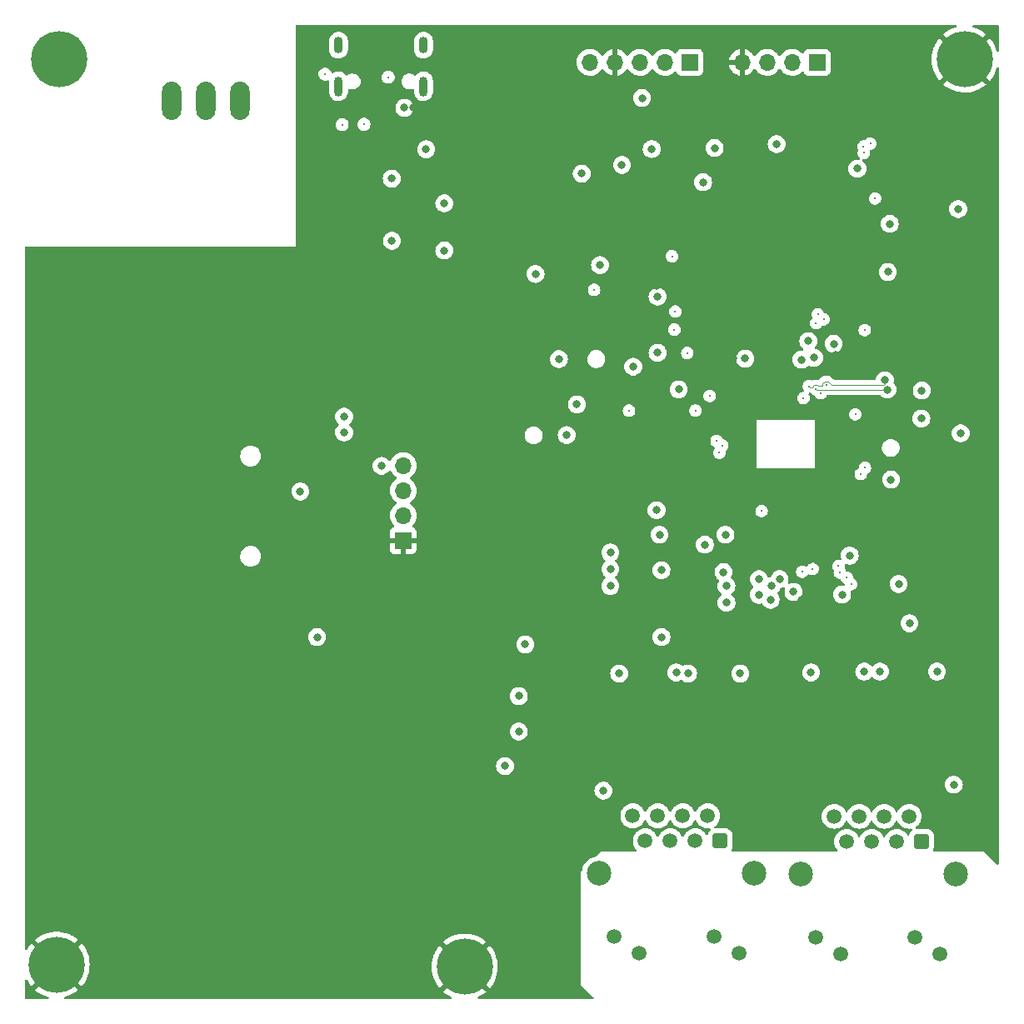
<source format=gbr>
%TF.GenerationSoftware,KiCad,Pcbnew,(6.0.11)*%
%TF.CreationDate,2023-05-21T23:05:42+09:00*%
%TF.ProjectId,STM32F4_Ethernet,53544d33-3246-4345-9f45-746865726e65,rev?*%
%TF.SameCoordinates,Original*%
%TF.FileFunction,Copper,L2,Inr*%
%TF.FilePolarity,Positive*%
%FSLAX46Y46*%
G04 Gerber Fmt 4.6, Leading zero omitted, Abs format (unit mm)*
G04 Created by KiCad (PCBNEW (6.0.11)) date 2023-05-21 23:05:42*
%MOMM*%
%LPD*%
G01*
G04 APERTURE LIST*
G04 Aperture macros list*
%AMRoundRect*
0 Rectangle with rounded corners*
0 $1 Rounding radius*
0 $2 $3 $4 $5 $6 $7 $8 $9 X,Y pos of 4 corners*
0 Add a 4 corners polygon primitive as box body*
4,1,4,$2,$3,$4,$5,$6,$7,$8,$9,$2,$3,0*
0 Add four circle primitives for the rounded corners*
1,1,$1+$1,$2,$3*
1,1,$1+$1,$4,$5*
1,1,$1+$1,$6,$7*
1,1,$1+$1,$8,$9*
0 Add four rect primitives between the rounded corners*
20,1,$1+$1,$2,$3,$4,$5,0*
20,1,$1+$1,$4,$5,$6,$7,0*
20,1,$1+$1,$6,$7,$8,$9,0*
20,1,$1+$1,$8,$9,$2,$3,0*%
G04 Aperture macros list end*
%TA.AperFunction,ComponentPad*%
%ADD10C,5.700000*%
%TD*%
%TA.AperFunction,ComponentPad*%
%ADD11R,1.700000X1.700000*%
%TD*%
%TA.AperFunction,ComponentPad*%
%ADD12O,1.700000X1.700000*%
%TD*%
%TA.AperFunction,ComponentPad*%
%ADD13O,1.950000X3.900000*%
%TD*%
%TA.AperFunction,ComponentPad*%
%ADD14O,0.900000X2.000000*%
%TD*%
%TA.AperFunction,ComponentPad*%
%ADD15O,0.900000X1.700000*%
%TD*%
%TA.AperFunction,ComponentPad*%
%ADD16RoundRect,0.250500X0.499500X0.499500X-0.499500X0.499500X-0.499500X-0.499500X0.499500X-0.499500X0*%
%TD*%
%TA.AperFunction,ComponentPad*%
%ADD17C,1.500000*%
%TD*%
%TA.AperFunction,ComponentPad*%
%ADD18C,2.500000*%
%TD*%
%TA.AperFunction,ViaPad*%
%ADD19C,0.800000*%
%TD*%
%TA.AperFunction,ViaPad*%
%ADD20C,0.250000*%
%TD*%
%TA.AperFunction,ViaPad*%
%ADD21C,0.300000*%
%TD*%
%TA.AperFunction,Conductor*%
%ADD22C,0.100000*%
%TD*%
G04 APERTURE END LIST*
D10*
%TO.N,GND*%
%TO.C,H4*%
X81200000Y-156200000D03*
%TD*%
%TO.N,GND*%
%TO.C,H2*%
X132000000Y-64000000D03*
%TD*%
D11*
%TO.N,unconnected-(J1-Pad1)*%
%TO.C,J1*%
X117000000Y-64300000D03*
D12*
%TO.N,/MCU/UART_TX*%
X114460000Y-64300000D03*
%TO.N,/MCU/UART_RX*%
X111920000Y-64300000D03*
%TO.N,GND*%
X109380000Y-64300000D03*
%TD*%
D10*
%TO.N,GND*%
%TO.C,H1*%
X40000000Y-64000000D03*
%TD*%
D13*
%TO.N,unconnected-(U7-Pad1)*%
%TO.C,U7*%
X58397180Y-68242913D03*
%TO.N,/Power/ISO_+24V*%
X54897181Y-68242913D03*
%TO.N,/Power/ISO_GND*%
X51397180Y-68242913D03*
%TD*%
D10*
%TO.N,GND*%
%TO.C,H3*%
X39725000Y-156000000D03*
%TD*%
D11*
%TO.N,GND*%
%TO.C,J6*%
X74950000Y-112895000D03*
D12*
%TO.N,/Display/DISP_SCA*%
X74950000Y-110355000D03*
%TO.N,/Display/DISP_SCL*%
X74950000Y-107815000D03*
%TO.N,+3V3*%
X74950000Y-105275000D03*
%TD*%
D14*
%TO.N,GNDS*%
%TO.C,J7*%
X77020000Y-66730000D03*
D15*
X77020000Y-62560000D03*
D14*
X68380000Y-66730000D03*
D15*
X68380000Y-62560000D03*
%TD*%
D11*
%TO.N,+3V3*%
%TO.C,J2*%
X104075000Y-64300000D03*
D12*
%TO.N,/MCU/JTAG_SWDIO*%
X101535000Y-64300000D03*
%TO.N,/MCU/JTAG_SWCLK*%
X98995000Y-64300000D03*
%TO.N,GND*%
X96455000Y-64300000D03*
%TO.N,/MCU/JTAG_SWO*%
X93915000Y-64300000D03*
%TD*%
D16*
%TO.N,/Ethernet/TX1+*%
%TO.C,J3*%
X107170000Y-143400000D03*
D17*
%TO.N,/Ethernet/TX1-*%
X105900000Y-140860000D03*
%TO.N,+3V3*%
X104630000Y-143400000D03*
%TO.N,unconnected-(J3-Pad4)*%
X103360000Y-140860000D03*
%TO.N,unconnected-(J3-Pad5)*%
X102090000Y-143400000D03*
%TO.N,+3V3*%
X100820000Y-140860000D03*
%TO.N,/Ethernet/RX1+*%
X99550000Y-143400000D03*
%TO.N,/Ethernet/RX1-*%
X98280000Y-140860000D03*
%TO.N,Net-(J3-Pad9)*%
X109050000Y-154830000D03*
%TO.N,GND*%
X106510000Y-153130000D03*
%TO.N,Net-(J3-Pad11)*%
X98940000Y-154830000D03*
%TO.N,GND*%
X96400000Y-153130000D03*
D18*
%TO.N,GNDREF*%
X94850000Y-146700000D03*
X110600000Y-146700000D03*
%TD*%
D16*
%TO.N,/Ethernet/TX2+*%
%TO.C,J4*%
X127630000Y-143450000D03*
D17*
%TO.N,/Ethernet/TX2-*%
X126360000Y-140910000D03*
%TO.N,+3V3*%
X125090000Y-143450000D03*
%TO.N,unconnected-(J4-Pad4)*%
X123820000Y-140910000D03*
%TO.N,unconnected-(J4-Pad5)*%
X122550000Y-143450000D03*
%TO.N,+3V3*%
X121280000Y-140910000D03*
%TO.N,/Ethernet/RX2+*%
X120010000Y-143450000D03*
%TO.N,/Ethernet/RX2-*%
X118740000Y-140910000D03*
%TO.N,Net-(J4-Pad9)*%
X129510000Y-154880000D03*
%TO.N,GND*%
X126970000Y-153180000D03*
%TO.N,Net-(J4-Pad11)*%
X119400000Y-154880000D03*
%TO.N,GND*%
X116860000Y-153180000D03*
D18*
%TO.N,GNDREF*%
X115310000Y-146750000D03*
X131060000Y-146750000D03*
%TD*%
D19*
%TO.N,GND*%
X94950000Y-79650000D03*
%TO.N,+3V3*%
X94950000Y-84900000D03*
D20*
%TO.N,/MCU/SPI_NSS*%
X116900000Y-90800000D03*
D19*
%TO.N,+3V3*%
X120322400Y-114422400D03*
X124200000Y-85600000D03*
X115425000Y-94500000D03*
X127600000Y-100487500D03*
X96000000Y-115800000D03*
X121100000Y-75100000D03*
X101200000Y-122700000D03*
X88400000Y-85800000D03*
X124400000Y-80700000D03*
X106600000Y-73000000D03*
X126400000Y-121300000D03*
X100200000Y-73100000D03*
X96000000Y-117500000D03*
X73790000Y-76110000D03*
X98325000Y-95225000D03*
X66200000Y-122707500D03*
X79130000Y-83410000D03*
X96000000Y-114100000D03*
X91562500Y-102162500D03*
X109700000Y-94400000D03*
X68950000Y-100295000D03*
X79130000Y-78620000D03*
X125300000Y-117300000D03*
X112900000Y-72600000D03*
X73800000Y-82430000D03*
X100800000Y-93800000D03*
X64500000Y-107900000D03*
X72750000Y-105295000D03*
X90775000Y-94450000D03*
X107700000Y-112300000D03*
X95300000Y-138300000D03*
X102950000Y-97525000D03*
X68950000Y-101895000D03*
X131350000Y-79200000D03*
X130900000Y-137700000D03*
X118700000Y-92900000D03*
X92600000Y-99050000D03*
X127650000Y-97650000D03*
X116700000Y-94325000D03*
X131600000Y-101987500D03*
X100800000Y-88100000D03*
%TO.N,GND*%
X133900000Y-138600000D03*
X69050000Y-112195000D03*
X109600000Y-100925000D03*
X102900000Y-119200000D03*
X102800000Y-112300000D03*
X55540000Y-86160000D03*
X111200000Y-115200000D03*
X132800000Y-137400000D03*
X105148750Y-104021250D03*
X125300000Y-119100000D03*
X122662500Y-115800000D03*
X130662500Y-92100000D03*
X96200000Y-112200000D03*
X115250000Y-105973500D03*
X124300000Y-87000000D03*
X88660000Y-145620000D03*
X60340000Y-86160000D03*
X95900000Y-119200000D03*
X69050000Y-110395000D03*
X129800000Y-101787500D03*
X80870000Y-78680000D03*
X102800000Y-114000000D03*
X118600000Y-131400000D03*
X107900000Y-122800000D03*
X70300000Y-122007500D03*
X58040000Y-86160000D03*
X107400000Y-131500000D03*
X68950000Y-106995000D03*
X98600000Y-131400000D03*
X86510000Y-73170000D03*
X68950000Y-105295000D03*
X106975000Y-66625000D03*
X44800000Y-86100000D03*
X93848750Y-102221250D03*
X131300000Y-83650000D03*
X100500000Y-69100000D03*
X108450000Y-94350000D03*
X62600000Y-86200000D03*
X65300000Y-73300000D03*
X116300000Y-114900000D03*
X80850000Y-83510000D03*
X102800000Y-117500000D03*
X124400000Y-82000000D03*
X107900000Y-91500000D03*
X68000000Y-81700000D03*
X107863500Y-72800000D03*
X114500000Y-72700000D03*
X112050000Y-100050000D03*
X83600000Y-64900000D03*
X124500000Y-100387500D03*
X114670000Y-107850000D03*
X127400000Y-131400000D03*
X76000000Y-68900000D03*
X83600000Y-63200000D03*
X99600000Y-107500000D03*
X69050000Y-108695000D03*
X76100000Y-79900000D03*
X112100000Y-94200000D03*
X53140000Y-86160000D03*
X130762500Y-96100000D03*
X64150000Y-110493500D03*
X65300000Y-75000000D03*
X94475000Y-89950000D03*
X125825000Y-78575000D03*
X72450000Y-112895000D03*
X69300000Y-68900000D03*
X118900000Y-94000000D03*
X115400000Y-118900000D03*
X50540000Y-86160000D03*
X113700000Y-113600000D03*
X68950000Y-103595000D03*
X88362500Y-106662500D03*
X93600000Y-137900000D03*
X102800000Y-115800000D03*
X92550000Y-97350000D03*
X100700000Y-87000000D03*
%TO.N,/MCU/~{RESET}*%
X116125000Y-92625000D03*
X124525000Y-106700000D03*
%TO.N,/MCU/STM32_VDDA*%
X124153937Y-97555062D03*
D20*
X116875003Y-97499195D03*
D19*
%TO.N,/MCU/STM32_VSSA*%
X123900000Y-96600000D03*
D20*
X116175267Y-97208161D03*
D19*
%TO.N,Net-(C29-Pad1)*%
X103900000Y-126400000D03*
X109200000Y-126400000D03*
%TO.N,Net-(C30-Pad1)*%
X102700000Y-126300000D03*
X96900000Y-126400000D03*
%TO.N,Net-(C31-Pad1)*%
X129200000Y-126200000D03*
X123400000Y-126200000D03*
%TO.N,Net-(C32-Pad1)*%
X116400000Y-126300000D03*
X121800000Y-126200000D03*
D20*
%TO.N,/MCU/ETH_RESET*%
X120475000Y-117325000D03*
X122425000Y-72550000D03*
D19*
X114609000Y-118100000D03*
X111100000Y-118400000D03*
%TO.N,+1V8*%
X100700000Y-109800000D03*
X105600000Y-113300000D03*
%TO.N,/Ethernet/PHY_3V3A*%
X107800000Y-119200000D03*
X112289319Y-118910681D03*
%TO.N,/Ethernet/PHY_1V8A*%
X113200000Y-116800000D03*
X107500000Y-116100500D03*
X101000000Y-112300000D03*
%TO.N,USB_POWER*%
X77280000Y-73130000D03*
X75073721Y-68920358D03*
D20*
%TO.N,/MCU/LD1*%
X94350000Y-87425000D03*
X103825000Y-93825000D03*
D19*
%TO.N,/MCU/JTAG_SWCLK*%
X99225000Y-67925000D03*
X97175000Y-74725000D03*
%TO.N,/MCU/JTAG_SWO*%
X93100000Y-75600000D03*
D21*
%TO.N,Net-(J7-PadA5)*%
X67000000Y-65500000D03*
X73430000Y-65810000D03*
%TO.N,Net-(J7-PadB5)*%
X68750000Y-70630000D03*
X70970000Y-70600000D03*
D20*
%TO.N,/MCU/B0*%
X97900000Y-99700000D03*
X104650000Y-99675000D03*
D19*
%TO.N,/Ethernet/P1LED0*%
X85300000Y-135800000D03*
X101200000Y-115900000D03*
X111100000Y-116800000D03*
X87352000Y-123448000D03*
%TO.N,/Ethernet/P1LED1*%
X86700000Y-132300000D03*
X86700000Y-128700000D03*
%TO.N,/Ethernet/ISET*%
X107800000Y-117500000D03*
X112400000Y-117500000D03*
D20*
%TO.N,/MCU/ETH_TXD2*%
X116550000Y-115775000D03*
X115625000Y-98400000D03*
%TO.N,/MCU/ETH_TX_CLK*%
X117375000Y-97925000D03*
X121450000Y-106125000D03*
%TO.N,/MCU/ETH_RX_CLK*%
X120900000Y-100050000D03*
X117950000Y-97100000D03*
%TO.N,/MCU/SPI_NSS*%
X107075000Y-103975000D03*
%TO.N,/MCU/SPI_SCK*%
X107375000Y-103225000D03*
X117700000Y-90400000D03*
%TO.N,/MCU/SPI_MISO*%
X106800000Y-102775000D03*
X117100000Y-89900000D03*
%TO.N,/MCU/ETH_RX_DV*%
X121850000Y-91500000D03*
X121875000Y-105500000D03*
%TO.N,/MCU/ETH_TX_EN*%
X120037500Y-116662500D03*
X122900000Y-78125000D03*
%TO.N,/MCU/ETH_TXD0*%
X119175000Y-115475000D03*
X121750000Y-73500000D03*
%TO.N,/MCU/ETH_TXD1*%
X121725000Y-72850000D03*
X119325000Y-116150000D03*
D19*
%TO.N,/MCU/MCO_25MHz*%
X119550000Y-118375000D03*
X105425000Y-76475000D03*
D20*
%TO.N,/MCU/ETH_INT*%
X111375000Y-109875000D03*
X102275000Y-84000000D03*
%TO.N,/MCU/SPI_MOSI*%
X102600000Y-89625000D03*
X106100000Y-98200000D03*
%TO.N,/MCU/ETH_TXD3*%
X115500000Y-116050000D03*
X102500000Y-91450000D03*
%TD*%
D22*
%TO.N,/MCU/STM32_VDDA*%
X124146000Y-97546000D02*
X116921808Y-97546000D01*
X116921808Y-97546000D02*
X116875003Y-97499195D01*
%TO.N,/MCU/STM32_VSSA*%
X116267106Y-97300000D02*
X116175267Y-97208161D01*
X118106987Y-96721000D02*
X117793013Y-96721000D01*
X116718016Y-97120195D02*
X116538211Y-97300000D01*
X117111795Y-97200000D02*
X117031990Y-97120195D01*
X123800000Y-97100000D02*
X123900000Y-97000000D01*
X123900000Y-97000000D02*
X123900000Y-96600000D01*
X117571000Y-96943013D02*
X117571000Y-97200000D01*
X117793013Y-96721000D02*
X117571000Y-96943013D01*
X117571000Y-97200000D02*
X117111795Y-97200000D01*
X117031990Y-97120195D02*
X116718016Y-97120195D01*
X118485987Y-97100000D02*
X118106987Y-96721000D01*
X116538211Y-97300000D02*
X116267106Y-97300000D01*
X123800000Y-97100000D02*
X118485987Y-97100000D01*
%TD*%
%TA.AperFunction,Conductor*%
%TO.N,GND*%
G36*
X131149172Y-60528502D02*
G01*
X131195665Y-60582158D01*
X131205769Y-60652432D01*
X131176275Y-60717012D01*
X131116549Y-60755396D01*
X131113567Y-60756158D01*
X131113573Y-60756181D01*
X131103714Y-60758897D01*
X130765250Y-60872145D01*
X130758928Y-60874648D01*
X130434680Y-61023785D01*
X130428637Y-61026971D01*
X130122404Y-61210248D01*
X130116744Y-61214066D01*
X129832094Y-61429346D01*
X129826891Y-61433742D01*
X129822601Y-61437785D01*
X129814580Y-61451492D01*
X129814615Y-61452333D01*
X129819667Y-61460457D01*
X131987188Y-63627978D01*
X132001132Y-63635592D01*
X132002965Y-63635461D01*
X132009580Y-63631210D01*
X134178166Y-61462624D01*
X134185780Y-61448680D01*
X134185712Y-61447723D01*
X134180771Y-61440251D01*
X134176870Y-61436931D01*
X133892958Y-61220649D01*
X133887332Y-61216825D01*
X133581722Y-61032469D01*
X133575710Y-61029272D01*
X133251966Y-60878995D01*
X133245666Y-60876475D01*
X132907595Y-60762045D01*
X132901020Y-60760210D01*
X132888855Y-60757513D01*
X132826678Y-60723241D01*
X132792901Y-60660794D01*
X132798247Y-60589999D01*
X132841019Y-60533333D01*
X132907637Y-60508786D01*
X132916127Y-60508500D01*
X135365500Y-60508500D01*
X135433621Y-60528502D01*
X135480114Y-60582158D01*
X135491500Y-60634500D01*
X135491500Y-63098513D01*
X135471498Y-63166634D01*
X135417842Y-63213127D01*
X135347568Y-63223231D01*
X135282988Y-63193737D01*
X135244082Y-63132185D01*
X135188189Y-62930638D01*
X135186020Y-62924192D01*
X135054053Y-62592575D01*
X135051197Y-62586395D01*
X134884194Y-62270981D01*
X134880682Y-62265137D01*
X134680588Y-61969598D01*
X134676467Y-61964170D01*
X134559041Y-61825704D01*
X134546215Y-61817267D01*
X134535890Y-61823320D01*
X132372022Y-63987188D01*
X132364408Y-64001132D01*
X132364539Y-64002965D01*
X132368790Y-64009580D01*
X134534463Y-66175253D01*
X134548060Y-66182678D01*
X134557669Y-66175981D01*
X134662197Y-66054457D01*
X134666346Y-66049069D01*
X134868503Y-65754929D01*
X134872050Y-65749118D01*
X135041250Y-65434879D01*
X135044157Y-65428701D01*
X135178435Y-65098016D01*
X135180649Y-65091586D01*
X135244321Y-64868062D01*
X135282220Y-64808027D01*
X135346560Y-64778013D01*
X135416913Y-64787548D01*
X135470943Y-64833605D01*
X135491500Y-64902581D01*
X135491500Y-145687310D01*
X135471498Y-145755431D01*
X135417842Y-145801924D01*
X135347568Y-145812028D01*
X135282988Y-145782534D01*
X135276405Y-145776405D01*
X134000000Y-144500000D01*
X128907490Y-144500000D01*
X128839369Y-144479998D01*
X128792876Y-144426342D01*
X128782772Y-144356068D01*
X128800230Y-144307885D01*
X128818229Y-144278685D01*
X128818231Y-144278680D01*
X128822071Y-144272451D01*
X128877790Y-144104463D01*
X128888500Y-143999931D01*
X128888499Y-142900070D01*
X128877518Y-142794231D01*
X128821506Y-142626341D01*
X128728373Y-142475839D01*
X128688613Y-142436148D01*
X128624907Y-142372554D01*
X128603115Y-142350800D01*
X128515771Y-142296960D01*
X128458681Y-142261769D01*
X128458679Y-142261768D01*
X128452451Y-142257929D01*
X128284463Y-142202210D01*
X128277627Y-142201510D01*
X128277624Y-142201509D01*
X128225325Y-142196151D01*
X128179931Y-142191500D01*
X128104203Y-142191500D01*
X127123576Y-142191501D01*
X127055455Y-142171499D01*
X127008962Y-142117843D01*
X126998858Y-142047569D01*
X127028351Y-141982989D01*
X127051305Y-141962288D01*
X127167527Y-141880908D01*
X127167529Y-141880906D01*
X127172038Y-141877749D01*
X127327749Y-141722038D01*
X127362760Y-141672038D01*
X127450899Y-141546162D01*
X127450900Y-141546160D01*
X127454056Y-141541653D01*
X127456379Y-141536671D01*
X127456382Y-141536666D01*
X127515805Y-141409231D01*
X127547120Y-141342076D01*
X127604115Y-141129371D01*
X127623307Y-140910000D01*
X127604115Y-140690629D01*
X127547120Y-140477924D01*
X127492490Y-140360769D01*
X127456382Y-140283334D01*
X127456379Y-140283329D01*
X127454056Y-140278347D01*
X127419046Y-140228347D01*
X127330908Y-140102473D01*
X127330906Y-140102470D01*
X127327749Y-140097962D01*
X127172038Y-139942251D01*
X127106197Y-139896148D01*
X127092759Y-139886739D01*
X126991654Y-139815944D01*
X126792076Y-139722880D01*
X126579371Y-139665885D01*
X126360000Y-139646693D01*
X126140629Y-139665885D01*
X125927924Y-139722880D01*
X125840561Y-139763618D01*
X125733334Y-139813618D01*
X125733329Y-139813621D01*
X125728347Y-139815944D01*
X125723840Y-139819100D01*
X125723838Y-139819101D01*
X125552473Y-139939092D01*
X125552470Y-139939094D01*
X125547962Y-139942251D01*
X125392251Y-140097962D01*
X125389094Y-140102470D01*
X125389092Y-140102473D01*
X125300954Y-140228347D01*
X125265944Y-140278347D01*
X125263621Y-140283329D01*
X125263618Y-140283334D01*
X125204195Y-140410769D01*
X125157278Y-140464054D01*
X125089001Y-140483515D01*
X125021041Y-140462973D01*
X124975805Y-140410769D01*
X124916382Y-140283334D01*
X124916379Y-140283329D01*
X124914056Y-140278347D01*
X124879046Y-140228347D01*
X124790908Y-140102473D01*
X124790906Y-140102470D01*
X124787749Y-140097962D01*
X124632038Y-139942251D01*
X124566197Y-139896148D01*
X124552759Y-139886739D01*
X124451654Y-139815944D01*
X124252076Y-139722880D01*
X124039371Y-139665885D01*
X123820000Y-139646693D01*
X123600629Y-139665885D01*
X123387924Y-139722880D01*
X123300561Y-139763618D01*
X123193334Y-139813618D01*
X123193329Y-139813621D01*
X123188347Y-139815944D01*
X123183840Y-139819100D01*
X123183838Y-139819101D01*
X123012473Y-139939092D01*
X123012470Y-139939094D01*
X123007962Y-139942251D01*
X122852251Y-140097962D01*
X122849094Y-140102470D01*
X122849092Y-140102473D01*
X122760954Y-140228347D01*
X122725944Y-140278347D01*
X122723621Y-140283329D01*
X122723618Y-140283334D01*
X122664195Y-140410769D01*
X122617278Y-140464054D01*
X122549001Y-140483515D01*
X122481041Y-140462973D01*
X122435805Y-140410769D01*
X122376382Y-140283334D01*
X122376379Y-140283329D01*
X122374056Y-140278347D01*
X122339046Y-140228347D01*
X122250908Y-140102473D01*
X122250906Y-140102470D01*
X122247749Y-140097962D01*
X122092038Y-139942251D01*
X122026197Y-139896148D01*
X122012759Y-139886739D01*
X121911654Y-139815944D01*
X121712076Y-139722880D01*
X121499371Y-139665885D01*
X121280000Y-139646693D01*
X121060629Y-139665885D01*
X120847924Y-139722880D01*
X120760561Y-139763618D01*
X120653334Y-139813618D01*
X120653329Y-139813621D01*
X120648347Y-139815944D01*
X120643840Y-139819100D01*
X120643838Y-139819101D01*
X120472473Y-139939092D01*
X120472470Y-139939094D01*
X120467962Y-139942251D01*
X120312251Y-140097962D01*
X120309094Y-140102470D01*
X120309092Y-140102473D01*
X120220954Y-140228347D01*
X120185944Y-140278347D01*
X120183621Y-140283329D01*
X120183618Y-140283334D01*
X120124195Y-140410769D01*
X120077278Y-140464054D01*
X120009001Y-140483515D01*
X119941041Y-140462973D01*
X119895805Y-140410769D01*
X119836382Y-140283334D01*
X119836379Y-140283329D01*
X119834056Y-140278347D01*
X119799046Y-140228347D01*
X119710908Y-140102473D01*
X119710906Y-140102470D01*
X119707749Y-140097962D01*
X119552038Y-139942251D01*
X119486197Y-139896148D01*
X119472759Y-139886739D01*
X119371654Y-139815944D01*
X119172076Y-139722880D01*
X118959371Y-139665885D01*
X118740000Y-139646693D01*
X118520629Y-139665885D01*
X118307924Y-139722880D01*
X118220561Y-139763618D01*
X118113334Y-139813618D01*
X118113329Y-139813621D01*
X118108347Y-139815944D01*
X118103840Y-139819100D01*
X118103838Y-139819101D01*
X117932473Y-139939092D01*
X117932470Y-139939094D01*
X117927962Y-139942251D01*
X117772251Y-140097962D01*
X117769094Y-140102470D01*
X117769092Y-140102473D01*
X117680954Y-140228347D01*
X117645944Y-140278347D01*
X117643621Y-140283329D01*
X117643618Y-140283334D01*
X117607510Y-140360769D01*
X117552880Y-140477924D01*
X117495885Y-140690629D01*
X117476693Y-140910000D01*
X117495885Y-141129371D01*
X117552880Y-141342076D01*
X117584195Y-141409231D01*
X117643618Y-141536666D01*
X117643621Y-141536671D01*
X117645944Y-141541653D01*
X117649100Y-141546160D01*
X117649101Y-141546162D01*
X117737241Y-141672038D01*
X117772251Y-141722038D01*
X117927962Y-141877749D01*
X117932471Y-141880906D01*
X117932473Y-141880908D01*
X118006852Y-141932989D01*
X118108346Y-142004056D01*
X118307924Y-142097120D01*
X118520629Y-142154115D01*
X118740000Y-142173307D01*
X118959371Y-142154115D01*
X119172076Y-142097120D01*
X119371654Y-142004056D01*
X119473148Y-141932989D01*
X119547527Y-141880908D01*
X119547529Y-141880906D01*
X119552038Y-141877749D01*
X119707749Y-141722038D01*
X119742760Y-141672038D01*
X119830899Y-141546162D01*
X119830900Y-141546160D01*
X119834056Y-141541653D01*
X119836379Y-141536671D01*
X119836382Y-141536666D01*
X119895805Y-141409231D01*
X119942722Y-141355946D01*
X120010999Y-141336485D01*
X120078959Y-141357027D01*
X120124195Y-141409231D01*
X120183618Y-141536666D01*
X120183621Y-141536671D01*
X120185944Y-141541653D01*
X120189100Y-141546160D01*
X120189101Y-141546162D01*
X120277241Y-141672038D01*
X120312251Y-141722038D01*
X120467962Y-141877749D01*
X120472471Y-141880906D01*
X120472473Y-141880908D01*
X120546852Y-141932989D01*
X120648346Y-142004056D01*
X120847924Y-142097120D01*
X121060629Y-142154115D01*
X121280000Y-142173307D01*
X121499371Y-142154115D01*
X121712076Y-142097120D01*
X121911654Y-142004056D01*
X122013148Y-141932989D01*
X122087527Y-141880908D01*
X122087529Y-141880906D01*
X122092038Y-141877749D01*
X122247749Y-141722038D01*
X122282760Y-141672038D01*
X122370899Y-141546162D01*
X122370900Y-141546160D01*
X122374056Y-141541653D01*
X122376379Y-141536671D01*
X122376382Y-141536666D01*
X122435805Y-141409231D01*
X122482722Y-141355946D01*
X122550999Y-141336485D01*
X122618959Y-141357027D01*
X122664195Y-141409231D01*
X122723618Y-141536666D01*
X122723621Y-141536671D01*
X122725944Y-141541653D01*
X122729100Y-141546160D01*
X122729101Y-141546162D01*
X122817241Y-141672038D01*
X122852251Y-141722038D01*
X123007962Y-141877749D01*
X123012471Y-141880906D01*
X123012473Y-141880908D01*
X123086852Y-141932989D01*
X123188346Y-142004056D01*
X123387924Y-142097120D01*
X123600629Y-142154115D01*
X123820000Y-142173307D01*
X124039371Y-142154115D01*
X124252076Y-142097120D01*
X124451654Y-142004056D01*
X124553148Y-141932989D01*
X124627527Y-141880908D01*
X124627529Y-141880906D01*
X124632038Y-141877749D01*
X124787749Y-141722038D01*
X124822760Y-141672038D01*
X124910899Y-141546162D01*
X124910900Y-141546160D01*
X124914056Y-141541653D01*
X124916379Y-141536671D01*
X124916382Y-141536666D01*
X124975805Y-141409231D01*
X125022722Y-141355946D01*
X125090999Y-141336485D01*
X125158959Y-141357027D01*
X125204195Y-141409231D01*
X125263618Y-141536666D01*
X125263621Y-141536671D01*
X125265944Y-141541653D01*
X125269100Y-141546160D01*
X125269101Y-141546162D01*
X125357241Y-141672038D01*
X125392251Y-141722038D01*
X125547962Y-141877749D01*
X125552471Y-141880906D01*
X125552473Y-141880908D01*
X125626852Y-141932989D01*
X125728346Y-142004056D01*
X125927924Y-142097120D01*
X126140629Y-142154115D01*
X126360000Y-142173307D01*
X126365475Y-142172828D01*
X126534796Y-142158015D01*
X126604401Y-142172005D01*
X126655393Y-142221404D01*
X126671583Y-142290530D01*
X126647830Y-142357435D01*
X126634958Y-142372544D01*
X126530800Y-142476885D01*
X126526960Y-142483115D01*
X126442508Y-142620121D01*
X126437929Y-142627549D01*
X126432979Y-142642473D01*
X126392338Y-142765001D01*
X126351907Y-142823361D01*
X126286343Y-142850598D01*
X126216461Y-142838064D01*
X126169532Y-142797605D01*
X126162852Y-142788064D01*
X126057749Y-142637962D01*
X125902038Y-142482251D01*
X125885498Y-142470669D01*
X125745375Y-142372554D01*
X125721654Y-142355944D01*
X125522076Y-142262880D01*
X125309371Y-142205885D01*
X125090000Y-142186693D01*
X124870629Y-142205885D01*
X124657924Y-142262880D01*
X124584839Y-142296960D01*
X124463334Y-142353618D01*
X124463329Y-142353621D01*
X124458347Y-142355944D01*
X124453840Y-142359100D01*
X124453838Y-142359101D01*
X124282473Y-142479092D01*
X124282470Y-142479094D01*
X124277962Y-142482251D01*
X124122251Y-142637962D01*
X124119094Y-142642470D01*
X124119092Y-142642473D01*
X124008372Y-142800598D01*
X123995944Y-142818347D01*
X123993621Y-142823329D01*
X123993618Y-142823334D01*
X123934195Y-142950769D01*
X123887278Y-143004054D01*
X123819001Y-143023515D01*
X123751041Y-143002973D01*
X123705805Y-142950769D01*
X123646382Y-142823334D01*
X123646379Y-142823329D01*
X123644056Y-142818347D01*
X123631628Y-142800598D01*
X123520908Y-142642473D01*
X123520906Y-142642470D01*
X123517749Y-142637962D01*
X123362038Y-142482251D01*
X123345498Y-142470669D01*
X123205375Y-142372554D01*
X123181654Y-142355944D01*
X122982076Y-142262880D01*
X122769371Y-142205885D01*
X122550000Y-142186693D01*
X122330629Y-142205885D01*
X122117924Y-142262880D01*
X122044839Y-142296960D01*
X121923334Y-142353618D01*
X121923329Y-142353621D01*
X121918347Y-142355944D01*
X121913840Y-142359100D01*
X121913838Y-142359101D01*
X121742473Y-142479092D01*
X121742470Y-142479094D01*
X121737962Y-142482251D01*
X121582251Y-142637962D01*
X121579094Y-142642470D01*
X121579092Y-142642473D01*
X121468372Y-142800598D01*
X121455944Y-142818347D01*
X121453621Y-142823329D01*
X121453618Y-142823334D01*
X121394195Y-142950769D01*
X121347278Y-143004054D01*
X121279001Y-143023515D01*
X121211041Y-143002973D01*
X121165805Y-142950769D01*
X121106382Y-142823334D01*
X121106379Y-142823329D01*
X121104056Y-142818347D01*
X121091628Y-142800598D01*
X120980908Y-142642473D01*
X120980906Y-142642470D01*
X120977749Y-142637962D01*
X120822038Y-142482251D01*
X120805498Y-142470669D01*
X120665375Y-142372554D01*
X120641654Y-142355944D01*
X120442076Y-142262880D01*
X120229371Y-142205885D01*
X120010000Y-142186693D01*
X119790629Y-142205885D01*
X119577924Y-142262880D01*
X119504839Y-142296960D01*
X119383334Y-142353618D01*
X119383329Y-142353621D01*
X119378347Y-142355944D01*
X119373840Y-142359100D01*
X119373838Y-142359101D01*
X119202473Y-142479092D01*
X119202470Y-142479094D01*
X119197962Y-142482251D01*
X119042251Y-142637962D01*
X119039094Y-142642470D01*
X119039092Y-142642473D01*
X118928372Y-142800598D01*
X118915944Y-142818347D01*
X118913621Y-142823329D01*
X118913618Y-142823334D01*
X118877836Y-142900070D01*
X118822880Y-143017924D01*
X118765885Y-143230629D01*
X118746693Y-143450000D01*
X118765885Y-143669371D01*
X118822880Y-143882076D01*
X118853021Y-143946714D01*
X118913618Y-144076666D01*
X118913621Y-144076671D01*
X118915944Y-144081653D01*
X118919100Y-144086160D01*
X118919101Y-144086162D01*
X119015378Y-144223659D01*
X119042251Y-144262038D01*
X119065118Y-144284905D01*
X119099144Y-144347217D01*
X119094079Y-144418032D01*
X119051532Y-144474868D01*
X118985012Y-144499679D01*
X118976023Y-144500000D01*
X108416669Y-144500000D01*
X108348548Y-144479998D01*
X108302055Y-144426342D01*
X108291951Y-144356068D01*
X108309409Y-144307884D01*
X108358231Y-144228681D01*
X108358232Y-144228679D01*
X108362071Y-144222451D01*
X108417790Y-144054463D01*
X108428500Y-143949931D01*
X108428499Y-142850070D01*
X108427254Y-142838064D01*
X108418229Y-142751088D01*
X108417518Y-142744231D01*
X108361506Y-142576341D01*
X108268373Y-142425839D01*
X108143115Y-142300800D01*
X108067783Y-142254364D01*
X107998681Y-142211769D01*
X107998679Y-142211768D01*
X107992451Y-142207929D01*
X107824463Y-142152210D01*
X107817627Y-142151510D01*
X107817624Y-142151509D01*
X107765325Y-142146151D01*
X107719931Y-142141500D01*
X107644203Y-142141500D01*
X106663576Y-142141501D01*
X106595455Y-142121499D01*
X106548962Y-142067843D01*
X106538858Y-141997569D01*
X106568351Y-141932989D01*
X106591305Y-141912288D01*
X106707527Y-141830908D01*
X106707529Y-141830906D01*
X106712038Y-141827749D01*
X106867749Y-141672038D01*
X106955889Y-141546162D01*
X106990899Y-141496162D01*
X106990900Y-141496160D01*
X106994056Y-141491653D01*
X106996379Y-141486671D01*
X106996382Y-141486666D01*
X107061480Y-141347061D01*
X107087120Y-141292076D01*
X107144115Y-141079371D01*
X107163307Y-140860000D01*
X107144115Y-140640629D01*
X107087120Y-140427924D01*
X107019697Y-140283334D01*
X106996382Y-140233334D01*
X106996379Y-140233329D01*
X106994056Y-140228347D01*
X106905918Y-140102473D01*
X106870908Y-140052473D01*
X106870906Y-140052470D01*
X106867749Y-140047962D01*
X106712038Y-139892251D01*
X106531654Y-139765944D01*
X106332076Y-139672880D01*
X106119371Y-139615885D01*
X105900000Y-139596693D01*
X105680629Y-139615885D01*
X105467924Y-139672880D01*
X105374562Y-139716415D01*
X105273334Y-139763618D01*
X105273329Y-139763621D01*
X105268347Y-139765944D01*
X105263840Y-139769100D01*
X105263838Y-139769101D01*
X105092473Y-139889092D01*
X105092470Y-139889094D01*
X105087962Y-139892251D01*
X104932251Y-140047962D01*
X104929094Y-140052470D01*
X104929092Y-140052473D01*
X104894082Y-140102473D01*
X104805944Y-140228347D01*
X104803621Y-140233329D01*
X104803618Y-140233334D01*
X104744195Y-140360769D01*
X104697278Y-140414054D01*
X104629001Y-140433515D01*
X104561041Y-140412973D01*
X104515805Y-140360769D01*
X104456382Y-140233334D01*
X104456379Y-140233329D01*
X104454056Y-140228347D01*
X104365918Y-140102473D01*
X104330908Y-140052473D01*
X104330906Y-140052470D01*
X104327749Y-140047962D01*
X104172038Y-139892251D01*
X103991654Y-139765944D01*
X103792076Y-139672880D01*
X103579371Y-139615885D01*
X103360000Y-139596693D01*
X103140629Y-139615885D01*
X102927924Y-139672880D01*
X102834562Y-139716415D01*
X102733334Y-139763618D01*
X102733329Y-139763621D01*
X102728347Y-139765944D01*
X102723840Y-139769100D01*
X102723838Y-139769101D01*
X102552473Y-139889092D01*
X102552470Y-139889094D01*
X102547962Y-139892251D01*
X102392251Y-140047962D01*
X102389094Y-140052470D01*
X102389092Y-140052473D01*
X102354082Y-140102473D01*
X102265944Y-140228347D01*
X102263621Y-140233329D01*
X102263618Y-140233334D01*
X102204195Y-140360769D01*
X102157278Y-140414054D01*
X102089001Y-140433515D01*
X102021041Y-140412973D01*
X101975805Y-140360769D01*
X101916382Y-140233334D01*
X101916379Y-140233329D01*
X101914056Y-140228347D01*
X101825918Y-140102473D01*
X101790908Y-140052473D01*
X101790906Y-140052470D01*
X101787749Y-140047962D01*
X101632038Y-139892251D01*
X101451654Y-139765944D01*
X101252076Y-139672880D01*
X101039371Y-139615885D01*
X100820000Y-139596693D01*
X100600629Y-139615885D01*
X100387924Y-139672880D01*
X100294562Y-139716415D01*
X100193334Y-139763618D01*
X100193329Y-139763621D01*
X100188347Y-139765944D01*
X100183840Y-139769100D01*
X100183838Y-139769101D01*
X100012473Y-139889092D01*
X100012470Y-139889094D01*
X100007962Y-139892251D01*
X99852251Y-140047962D01*
X99849094Y-140052470D01*
X99849092Y-140052473D01*
X99814082Y-140102473D01*
X99725944Y-140228347D01*
X99723621Y-140233329D01*
X99723618Y-140233334D01*
X99664195Y-140360769D01*
X99617278Y-140414054D01*
X99549001Y-140433515D01*
X99481041Y-140412973D01*
X99435805Y-140360769D01*
X99376382Y-140233334D01*
X99376379Y-140233329D01*
X99374056Y-140228347D01*
X99285918Y-140102473D01*
X99250908Y-140052473D01*
X99250906Y-140052470D01*
X99247749Y-140047962D01*
X99092038Y-139892251D01*
X98911654Y-139765944D01*
X98712076Y-139672880D01*
X98499371Y-139615885D01*
X98280000Y-139596693D01*
X98060629Y-139615885D01*
X97847924Y-139672880D01*
X97754562Y-139716415D01*
X97653334Y-139763618D01*
X97653329Y-139763621D01*
X97648347Y-139765944D01*
X97643840Y-139769100D01*
X97643838Y-139769101D01*
X97472473Y-139889092D01*
X97472470Y-139889094D01*
X97467962Y-139892251D01*
X97312251Y-140047962D01*
X97309094Y-140052470D01*
X97309092Y-140052473D01*
X97274082Y-140102473D01*
X97185944Y-140228347D01*
X97183621Y-140233329D01*
X97183618Y-140233334D01*
X97160303Y-140283334D01*
X97092880Y-140427924D01*
X97035885Y-140640629D01*
X97016693Y-140860000D01*
X97035885Y-141079371D01*
X97092880Y-141292076D01*
X97118520Y-141347061D01*
X97183618Y-141486666D01*
X97183621Y-141486671D01*
X97185944Y-141491653D01*
X97189100Y-141496160D01*
X97189101Y-141496162D01*
X97224112Y-141546162D01*
X97312251Y-141672038D01*
X97467962Y-141827749D01*
X97472471Y-141830906D01*
X97472473Y-141830908D01*
X97539369Y-141877749D01*
X97648346Y-141954056D01*
X97847924Y-142047120D01*
X98060629Y-142104115D01*
X98280000Y-142123307D01*
X98499371Y-142104115D01*
X98712076Y-142047120D01*
X98911654Y-141954056D01*
X99020631Y-141877749D01*
X99087527Y-141830908D01*
X99087529Y-141830906D01*
X99092038Y-141827749D01*
X99247749Y-141672038D01*
X99335889Y-141546162D01*
X99370899Y-141496162D01*
X99370900Y-141496160D01*
X99374056Y-141491653D01*
X99376379Y-141486671D01*
X99376382Y-141486666D01*
X99435805Y-141359231D01*
X99482722Y-141305946D01*
X99550999Y-141286485D01*
X99618959Y-141307027D01*
X99664195Y-141359231D01*
X99723618Y-141486666D01*
X99723621Y-141486671D01*
X99725944Y-141491653D01*
X99729100Y-141496160D01*
X99729101Y-141496162D01*
X99764112Y-141546162D01*
X99852251Y-141672038D01*
X100007962Y-141827749D01*
X100012471Y-141830906D01*
X100012473Y-141830908D01*
X100079369Y-141877749D01*
X100188346Y-141954056D01*
X100387924Y-142047120D01*
X100600629Y-142104115D01*
X100820000Y-142123307D01*
X101039371Y-142104115D01*
X101252076Y-142047120D01*
X101451654Y-141954056D01*
X101560631Y-141877749D01*
X101627527Y-141830908D01*
X101627529Y-141830906D01*
X101632038Y-141827749D01*
X101787749Y-141672038D01*
X101875889Y-141546162D01*
X101910899Y-141496162D01*
X101910900Y-141496160D01*
X101914056Y-141491653D01*
X101916379Y-141486671D01*
X101916382Y-141486666D01*
X101975805Y-141359231D01*
X102022722Y-141305946D01*
X102090999Y-141286485D01*
X102158959Y-141307027D01*
X102204195Y-141359231D01*
X102263618Y-141486666D01*
X102263621Y-141486671D01*
X102265944Y-141491653D01*
X102269100Y-141496160D01*
X102269101Y-141496162D01*
X102304112Y-141546162D01*
X102392251Y-141672038D01*
X102547962Y-141827749D01*
X102552471Y-141830906D01*
X102552473Y-141830908D01*
X102619369Y-141877749D01*
X102728346Y-141954056D01*
X102927924Y-142047120D01*
X103140629Y-142104115D01*
X103360000Y-142123307D01*
X103579371Y-142104115D01*
X103792076Y-142047120D01*
X103991654Y-141954056D01*
X104100631Y-141877749D01*
X104167527Y-141830908D01*
X104167529Y-141830906D01*
X104172038Y-141827749D01*
X104327749Y-141672038D01*
X104415889Y-141546162D01*
X104450899Y-141496162D01*
X104450900Y-141496160D01*
X104454056Y-141491653D01*
X104456379Y-141486671D01*
X104456382Y-141486666D01*
X104515805Y-141359231D01*
X104562722Y-141305946D01*
X104630999Y-141286485D01*
X104698959Y-141307027D01*
X104744195Y-141359231D01*
X104803618Y-141486666D01*
X104803621Y-141486671D01*
X104805944Y-141491653D01*
X104809100Y-141496160D01*
X104809101Y-141496162D01*
X104844112Y-141546162D01*
X104932251Y-141672038D01*
X105087962Y-141827749D01*
X105092471Y-141830906D01*
X105092473Y-141830908D01*
X105159369Y-141877749D01*
X105268346Y-141954056D01*
X105467924Y-142047120D01*
X105680629Y-142104115D01*
X105900000Y-142123307D01*
X105905475Y-142122828D01*
X106074796Y-142108015D01*
X106144401Y-142122005D01*
X106195393Y-142171404D01*
X106211583Y-142240530D01*
X106187830Y-142307435D01*
X106174958Y-142322544D01*
X106070800Y-142426885D01*
X106038619Y-142479092D01*
X105982508Y-142570121D01*
X105977929Y-142577549D01*
X105961345Y-142627549D01*
X105932338Y-142715001D01*
X105891907Y-142773361D01*
X105826343Y-142800598D01*
X105756461Y-142788064D01*
X105709532Y-142747605D01*
X105702593Y-142737694D01*
X105635918Y-142642473D01*
X105600908Y-142592473D01*
X105600906Y-142592470D01*
X105597749Y-142587962D01*
X105442038Y-142432251D01*
X105425498Y-142420669D01*
X105356782Y-142372554D01*
X105261654Y-142305944D01*
X105062076Y-142212880D01*
X104849371Y-142155885D01*
X104630000Y-142136693D01*
X104410629Y-142155885D01*
X104197924Y-142212880D01*
X104106257Y-142255625D01*
X104003334Y-142303618D01*
X104003329Y-142303621D01*
X103998347Y-142305944D01*
X103993840Y-142309100D01*
X103993838Y-142309101D01*
X103822473Y-142429092D01*
X103822470Y-142429094D01*
X103817962Y-142432251D01*
X103662251Y-142587962D01*
X103659094Y-142592470D01*
X103659092Y-142592473D01*
X103548029Y-142751088D01*
X103535944Y-142768347D01*
X103533621Y-142773329D01*
X103533618Y-142773334D01*
X103474195Y-142900769D01*
X103427278Y-142954054D01*
X103359001Y-142973515D01*
X103291041Y-142952973D01*
X103245805Y-142900769D01*
X103186382Y-142773334D01*
X103186379Y-142773329D01*
X103184056Y-142768347D01*
X103171971Y-142751088D01*
X103060908Y-142592473D01*
X103060906Y-142592470D01*
X103057749Y-142587962D01*
X102902038Y-142432251D01*
X102885498Y-142420669D01*
X102816782Y-142372554D01*
X102721654Y-142305944D01*
X102522076Y-142212880D01*
X102309371Y-142155885D01*
X102090000Y-142136693D01*
X101870629Y-142155885D01*
X101657924Y-142212880D01*
X101566257Y-142255625D01*
X101463334Y-142303618D01*
X101463329Y-142303621D01*
X101458347Y-142305944D01*
X101453840Y-142309100D01*
X101453838Y-142309101D01*
X101282473Y-142429092D01*
X101282470Y-142429094D01*
X101277962Y-142432251D01*
X101122251Y-142587962D01*
X101119094Y-142592470D01*
X101119092Y-142592473D01*
X101008029Y-142751088D01*
X100995944Y-142768347D01*
X100993621Y-142773329D01*
X100993618Y-142773334D01*
X100934195Y-142900769D01*
X100887278Y-142954054D01*
X100819001Y-142973515D01*
X100751041Y-142952973D01*
X100705805Y-142900769D01*
X100646382Y-142773334D01*
X100646379Y-142773329D01*
X100644056Y-142768347D01*
X100631971Y-142751088D01*
X100520908Y-142592473D01*
X100520906Y-142592470D01*
X100517749Y-142587962D01*
X100362038Y-142432251D01*
X100345498Y-142420669D01*
X100276782Y-142372554D01*
X100181654Y-142305944D01*
X99982076Y-142212880D01*
X99769371Y-142155885D01*
X99550000Y-142136693D01*
X99330629Y-142155885D01*
X99117924Y-142212880D01*
X99026257Y-142255625D01*
X98923334Y-142303618D01*
X98923329Y-142303621D01*
X98918347Y-142305944D01*
X98913840Y-142309100D01*
X98913838Y-142309101D01*
X98742473Y-142429092D01*
X98742470Y-142429094D01*
X98737962Y-142432251D01*
X98582251Y-142587962D01*
X98579094Y-142592470D01*
X98579092Y-142592473D01*
X98468029Y-142751088D01*
X98455944Y-142768347D01*
X98453621Y-142773329D01*
X98453618Y-142773334D01*
X98417836Y-142850070D01*
X98362880Y-142967924D01*
X98305885Y-143180629D01*
X98286693Y-143400000D01*
X98305885Y-143619371D01*
X98362880Y-143832076D01*
X98388520Y-143887061D01*
X98453618Y-144026666D01*
X98453621Y-144026671D01*
X98455944Y-144031653D01*
X98459100Y-144036160D01*
X98459101Y-144036162D01*
X98528233Y-144134892D01*
X98582251Y-144212038D01*
X98655118Y-144284905D01*
X98689144Y-144347217D01*
X98684079Y-144418032D01*
X98641532Y-144474868D01*
X98575012Y-144499679D01*
X98566023Y-144500000D01*
X95000000Y-144500000D01*
X94561467Y-144938533D01*
X94499155Y-144972559D01*
X94489369Y-144974286D01*
X94487998Y-144974473D01*
X94483362Y-144975104D01*
X94232433Y-145048243D01*
X93995072Y-145157668D01*
X93991163Y-145160231D01*
X93780404Y-145298410D01*
X93780399Y-145298414D01*
X93776491Y-145300976D01*
X93581494Y-145475018D01*
X93414363Y-145675970D01*
X93411934Y-145679973D01*
X93353418Y-145776405D01*
X93278771Y-145899419D01*
X93177697Y-146140455D01*
X93176548Y-146144980D01*
X93124318Y-146350631D01*
X93091290Y-146408710D01*
X93000000Y-146500000D01*
X93000000Y-158000000D01*
X94276405Y-159276405D01*
X94310431Y-159338717D01*
X94305366Y-159409532D01*
X94262819Y-159466368D01*
X94196299Y-159491179D01*
X94187310Y-159491500D01*
X82655360Y-159491500D01*
X82587239Y-159471498D01*
X82540746Y-159417842D01*
X82530642Y-159347568D01*
X82560136Y-159282988D01*
X82603109Y-159250845D01*
X82754921Y-159181660D01*
X82760975Y-159178495D01*
X83067839Y-158996293D01*
X83073520Y-158992490D01*
X83358918Y-158778207D01*
X83364145Y-158773821D01*
X83376988Y-158761803D01*
X83385057Y-158748123D01*
X83385029Y-158747398D01*
X83379887Y-158739097D01*
X81212812Y-156572022D01*
X81198868Y-156564408D01*
X81197035Y-156564539D01*
X81190420Y-156568790D01*
X79021409Y-158737801D01*
X79013795Y-158751745D01*
X79013871Y-158752815D01*
X79017055Y-158757648D01*
X79297342Y-158972720D01*
X79302972Y-158976575D01*
X79607929Y-159161992D01*
X79613931Y-159165210D01*
X79797923Y-159251398D01*
X79851126Y-159298408D01*
X79870468Y-159366719D01*
X79849808Y-159434643D01*
X79795705Y-159480615D01*
X79744474Y-159491500D01*
X40644126Y-159491500D01*
X40576005Y-159471498D01*
X40529512Y-159417842D01*
X40519408Y-159347568D01*
X40548902Y-159282988D01*
X40607099Y-159246418D01*
X40606724Y-159245285D01*
X40948820Y-159132147D01*
X40955162Y-159129661D01*
X41279921Y-158981660D01*
X41285975Y-158978495D01*
X41592839Y-158796293D01*
X41598520Y-158792490D01*
X41883918Y-158578207D01*
X41889145Y-158573821D01*
X41901988Y-158561803D01*
X41910057Y-158548123D01*
X41910029Y-158547398D01*
X41904887Y-158539097D01*
X39737812Y-156372022D01*
X39723868Y-156364408D01*
X39722035Y-156364539D01*
X39715420Y-156368790D01*
X37546409Y-158537801D01*
X37538795Y-158551745D01*
X37538871Y-158552815D01*
X37542055Y-158557648D01*
X37822342Y-158772720D01*
X37827972Y-158776575D01*
X38132929Y-158961992D01*
X38138931Y-158965210D01*
X38462139Y-159116611D01*
X38468444Y-159119159D01*
X38806117Y-159234771D01*
X38812668Y-159236624D01*
X38839110Y-159242583D01*
X38901166Y-159277072D01*
X38934726Y-159339636D01*
X38929133Y-159410412D01*
X38886164Y-159466929D01*
X38819460Y-159491243D01*
X38811409Y-159491500D01*
X36634500Y-159491500D01*
X36566379Y-159471498D01*
X36519886Y-159417842D01*
X36508500Y-159365500D01*
X36508500Y-157608508D01*
X36528502Y-157540387D01*
X36582158Y-157493894D01*
X36652432Y-157483790D01*
X36717012Y-157513284D01*
X36746060Y-157549938D01*
X36834792Y-157718949D01*
X36838275Y-157724791D01*
X37037340Y-158021031D01*
X37041442Y-158026475D01*
X37165942Y-158174322D01*
X37178680Y-158182764D01*
X37189124Y-158176666D01*
X39352978Y-156012812D01*
X39359356Y-156001132D01*
X40089408Y-156001132D01*
X40089539Y-156002965D01*
X40093790Y-156009580D01*
X42259463Y-158175253D01*
X42273060Y-158182678D01*
X42282669Y-158175981D01*
X42387197Y-158054457D01*
X42391346Y-158049069D01*
X42593503Y-157754929D01*
X42597050Y-157749118D01*
X42766250Y-157434879D01*
X42769157Y-157428701D01*
X42903435Y-157098016D01*
X42905649Y-157091586D01*
X43003427Y-156748331D01*
X43004934Y-156741701D01*
X43065073Y-156389873D01*
X43065853Y-156383133D01*
X43077564Y-156191657D01*
X77837260Y-156191657D01*
X77855318Y-156548127D01*
X77856028Y-156554883D01*
X77912478Y-156907305D01*
X77913917Y-156913960D01*
X78008094Y-157258215D01*
X78010243Y-157264676D01*
X78141053Y-157596756D01*
X78143884Y-157602939D01*
X78309792Y-157918949D01*
X78313275Y-157924791D01*
X78512340Y-158221031D01*
X78516442Y-158226475D01*
X78640942Y-158374322D01*
X78653680Y-158382764D01*
X78664124Y-158376666D01*
X80827978Y-156212812D01*
X80834356Y-156201132D01*
X81564408Y-156201132D01*
X81564539Y-156202965D01*
X81568790Y-156209580D01*
X83734463Y-158375253D01*
X83748060Y-158382678D01*
X83757669Y-158375981D01*
X83862197Y-158254457D01*
X83866346Y-158249069D01*
X84068503Y-157954929D01*
X84072050Y-157949118D01*
X84241250Y-157634879D01*
X84244157Y-157628701D01*
X84378435Y-157298016D01*
X84380649Y-157291586D01*
X84478427Y-156948331D01*
X84479934Y-156941701D01*
X84540073Y-156589873D01*
X84540853Y-156583133D01*
X84562740Y-156225275D01*
X84562856Y-156221673D01*
X84562926Y-156201820D01*
X84562834Y-156198193D01*
X84543446Y-155840208D01*
X84542711Y-155833442D01*
X84485034Y-155481233D01*
X84483567Y-155474561D01*
X84388194Y-155130655D01*
X84386020Y-155124192D01*
X84254053Y-154792575D01*
X84251197Y-154786395D01*
X84084194Y-154470981D01*
X84080682Y-154465137D01*
X83880588Y-154169598D01*
X83876467Y-154164170D01*
X83759041Y-154025704D01*
X83746215Y-154017267D01*
X83735890Y-154023320D01*
X81572022Y-156187188D01*
X81564408Y-156201132D01*
X80834356Y-156201132D01*
X80835592Y-156198868D01*
X80835461Y-156197035D01*
X80831210Y-156190420D01*
X78665527Y-154024737D01*
X78651990Y-154017345D01*
X78642289Y-154024132D01*
X78530649Y-154154847D01*
X78526515Y-154160255D01*
X78325394Y-154455086D01*
X78321859Y-154460923D01*
X78153754Y-154775757D01*
X78150878Y-154781926D01*
X78017754Y-155113081D01*
X78015561Y-155119521D01*
X77918979Y-155463121D01*
X77917496Y-155469756D01*
X77858589Y-155821773D01*
X77857830Y-155828545D01*
X77837284Y-156184862D01*
X77837260Y-156191657D01*
X43077564Y-156191657D01*
X43087740Y-156025275D01*
X43087856Y-156021673D01*
X43087926Y-156001820D01*
X43087834Y-155998193D01*
X43068446Y-155640208D01*
X43067711Y-155633442D01*
X43010034Y-155281233D01*
X43008567Y-155274561D01*
X42913194Y-154930655D01*
X42911020Y-154924192D01*
X42779053Y-154592575D01*
X42776197Y-154586395D01*
X42609194Y-154270981D01*
X42605682Y-154265137D01*
X42405588Y-153969598D01*
X42401467Y-153964170D01*
X42284041Y-153825704D01*
X42271215Y-153817267D01*
X42260890Y-153823320D01*
X40097022Y-155987188D01*
X40089408Y-156001132D01*
X39359356Y-156001132D01*
X39360592Y-155998868D01*
X39360461Y-155997035D01*
X39356210Y-155990420D01*
X37190527Y-153824737D01*
X37176990Y-153817345D01*
X37167289Y-153824132D01*
X37055649Y-153954847D01*
X37051515Y-153960255D01*
X36850394Y-154255086D01*
X36846859Y-154260923D01*
X36745648Y-154450476D01*
X36695918Y-154501146D01*
X36626688Y-154516887D01*
X36559939Y-154492700D01*
X36516862Y-154436265D01*
X36508500Y-154391129D01*
X36508500Y-153451492D01*
X37539580Y-153451492D01*
X37539615Y-153452333D01*
X37544667Y-153460457D01*
X39712188Y-155627978D01*
X39726132Y-155635592D01*
X39727965Y-155635461D01*
X39734580Y-155631210D01*
X41714298Y-153651492D01*
X79014580Y-153651492D01*
X79014615Y-153652333D01*
X79019667Y-153660457D01*
X81187188Y-155827978D01*
X81201132Y-155835592D01*
X81202965Y-155835461D01*
X81209580Y-155831210D01*
X83378166Y-153662624D01*
X83385780Y-153648680D01*
X83385712Y-153647723D01*
X83380771Y-153640251D01*
X83376870Y-153636931D01*
X83092958Y-153420649D01*
X83087332Y-153416825D01*
X82781722Y-153232469D01*
X82775710Y-153229272D01*
X82451966Y-153078995D01*
X82445666Y-153076475D01*
X82107595Y-152962045D01*
X82101017Y-152960209D01*
X81752592Y-152882965D01*
X81745857Y-152881850D01*
X81391106Y-152842685D01*
X81384324Y-152842306D01*
X81027395Y-152841683D01*
X81020622Y-152842038D01*
X80665714Y-152879966D01*
X80659005Y-152881053D01*
X80310289Y-152957086D01*
X80303714Y-152958897D01*
X79965250Y-153072145D01*
X79958928Y-153074648D01*
X79634680Y-153223785D01*
X79628637Y-153226971D01*
X79322404Y-153410248D01*
X79316744Y-153414066D01*
X79032094Y-153629346D01*
X79026891Y-153633742D01*
X79022601Y-153637785D01*
X79014580Y-153651492D01*
X41714298Y-153651492D01*
X41903166Y-153462624D01*
X41910780Y-153448680D01*
X41910712Y-153447723D01*
X41905771Y-153440251D01*
X41901870Y-153436931D01*
X41617958Y-153220649D01*
X41612332Y-153216825D01*
X41306722Y-153032469D01*
X41300710Y-153029272D01*
X40976966Y-152878995D01*
X40970666Y-152876475D01*
X40632595Y-152762045D01*
X40626017Y-152760209D01*
X40277592Y-152682965D01*
X40270857Y-152681850D01*
X39916106Y-152642685D01*
X39909324Y-152642306D01*
X39552395Y-152641683D01*
X39545622Y-152642038D01*
X39190714Y-152679966D01*
X39184005Y-152681053D01*
X38835289Y-152757086D01*
X38828714Y-152758897D01*
X38490250Y-152872145D01*
X38483928Y-152874648D01*
X38159680Y-153023785D01*
X38153637Y-153026971D01*
X37847404Y-153210248D01*
X37841744Y-153214066D01*
X37557094Y-153429346D01*
X37551891Y-153433742D01*
X37547601Y-153437785D01*
X37539580Y-153451492D01*
X36508500Y-153451492D01*
X36508500Y-138300000D01*
X94386496Y-138300000D01*
X94406458Y-138489928D01*
X94465473Y-138671556D01*
X94560960Y-138836944D01*
X94688747Y-138978866D01*
X94843248Y-139091118D01*
X94849276Y-139093802D01*
X94849278Y-139093803D01*
X95011681Y-139166109D01*
X95017712Y-139168794D01*
X95111112Y-139188647D01*
X95198056Y-139207128D01*
X95198061Y-139207128D01*
X95204513Y-139208500D01*
X95395487Y-139208500D01*
X95401939Y-139207128D01*
X95401944Y-139207128D01*
X95488888Y-139188647D01*
X95582288Y-139168794D01*
X95588319Y-139166109D01*
X95750722Y-139093803D01*
X95750724Y-139093802D01*
X95756752Y-139091118D01*
X95911253Y-138978866D01*
X96039040Y-138836944D01*
X96134527Y-138671556D01*
X96193542Y-138489928D01*
X96213504Y-138300000D01*
X96212814Y-138293435D01*
X96194232Y-138116635D01*
X96194232Y-138116633D01*
X96193542Y-138110072D01*
X96134527Y-137928444D01*
X96039040Y-137763056D01*
X95982264Y-137700000D01*
X129986496Y-137700000D01*
X129987186Y-137706565D01*
X129992608Y-137758148D01*
X130006458Y-137889928D01*
X130065473Y-138071556D01*
X130160960Y-138236944D01*
X130288747Y-138378866D01*
X130443248Y-138491118D01*
X130449276Y-138493802D01*
X130449278Y-138493803D01*
X130611681Y-138566109D01*
X130617712Y-138568794D01*
X130711113Y-138588647D01*
X130798056Y-138607128D01*
X130798061Y-138607128D01*
X130804513Y-138608500D01*
X130995487Y-138608500D01*
X131001939Y-138607128D01*
X131001944Y-138607128D01*
X131088887Y-138588647D01*
X131182288Y-138568794D01*
X131188319Y-138566109D01*
X131350722Y-138493803D01*
X131350724Y-138493802D01*
X131356752Y-138491118D01*
X131511253Y-138378866D01*
X131639040Y-138236944D01*
X131734527Y-138071556D01*
X131793542Y-137889928D01*
X131807393Y-137758148D01*
X131812814Y-137706565D01*
X131813504Y-137700000D01*
X131793542Y-137510072D01*
X131734527Y-137328444D01*
X131639040Y-137163056D01*
X131511253Y-137021134D01*
X131356752Y-136908882D01*
X131350724Y-136906198D01*
X131350722Y-136906197D01*
X131188319Y-136833891D01*
X131188318Y-136833891D01*
X131182288Y-136831206D01*
X131088887Y-136811353D01*
X131001944Y-136792872D01*
X131001939Y-136792872D01*
X130995487Y-136791500D01*
X130804513Y-136791500D01*
X130798061Y-136792872D01*
X130798056Y-136792872D01*
X130711113Y-136811353D01*
X130617712Y-136831206D01*
X130611682Y-136833891D01*
X130611681Y-136833891D01*
X130449278Y-136906197D01*
X130449276Y-136906198D01*
X130443248Y-136908882D01*
X130288747Y-137021134D01*
X130160960Y-137163056D01*
X130065473Y-137328444D01*
X130006458Y-137510072D01*
X129986496Y-137700000D01*
X95982264Y-137700000D01*
X95911253Y-137621134D01*
X95756752Y-137508882D01*
X95750724Y-137506198D01*
X95750722Y-137506197D01*
X95588319Y-137433891D01*
X95588318Y-137433891D01*
X95582288Y-137431206D01*
X95488888Y-137411353D01*
X95401944Y-137392872D01*
X95401939Y-137392872D01*
X95395487Y-137391500D01*
X95204513Y-137391500D01*
X95198061Y-137392872D01*
X95198056Y-137392872D01*
X95111112Y-137411353D01*
X95017712Y-137431206D01*
X95011682Y-137433891D01*
X95011681Y-137433891D01*
X94849278Y-137506197D01*
X94849276Y-137506198D01*
X94843248Y-137508882D01*
X94688747Y-137621134D01*
X94560960Y-137763056D01*
X94465473Y-137928444D01*
X94406458Y-138110072D01*
X94405768Y-138116633D01*
X94405768Y-138116635D01*
X94387186Y-138293435D01*
X94386496Y-138300000D01*
X36508500Y-138300000D01*
X36508500Y-135800000D01*
X84386496Y-135800000D01*
X84406458Y-135989928D01*
X84465473Y-136171556D01*
X84560960Y-136336944D01*
X84688747Y-136478866D01*
X84843248Y-136591118D01*
X84849276Y-136593802D01*
X84849278Y-136593803D01*
X85011681Y-136666109D01*
X85017712Y-136668794D01*
X85111112Y-136688647D01*
X85198056Y-136707128D01*
X85198061Y-136707128D01*
X85204513Y-136708500D01*
X85395487Y-136708500D01*
X85401939Y-136707128D01*
X85401944Y-136707128D01*
X85488888Y-136688647D01*
X85582288Y-136668794D01*
X85588319Y-136666109D01*
X85750722Y-136593803D01*
X85750724Y-136593802D01*
X85756752Y-136591118D01*
X85911253Y-136478866D01*
X86039040Y-136336944D01*
X86134527Y-136171556D01*
X86193542Y-135989928D01*
X86213504Y-135800000D01*
X86193542Y-135610072D01*
X86134527Y-135428444D01*
X86039040Y-135263056D01*
X85911253Y-135121134D01*
X85756752Y-135008882D01*
X85750724Y-135006198D01*
X85750722Y-135006197D01*
X85588319Y-134933891D01*
X85588318Y-134933891D01*
X85582288Y-134931206D01*
X85488887Y-134911353D01*
X85401944Y-134892872D01*
X85401939Y-134892872D01*
X85395487Y-134891500D01*
X85204513Y-134891500D01*
X85198061Y-134892872D01*
X85198056Y-134892872D01*
X85111113Y-134911353D01*
X85017712Y-134931206D01*
X85011682Y-134933891D01*
X85011681Y-134933891D01*
X84849278Y-135006197D01*
X84849276Y-135006198D01*
X84843248Y-135008882D01*
X84688747Y-135121134D01*
X84560960Y-135263056D01*
X84465473Y-135428444D01*
X84406458Y-135610072D01*
X84386496Y-135800000D01*
X36508500Y-135800000D01*
X36508500Y-132300000D01*
X85786496Y-132300000D01*
X85806458Y-132489928D01*
X85865473Y-132671556D01*
X85960960Y-132836944D01*
X86088747Y-132978866D01*
X86243248Y-133091118D01*
X86249276Y-133093802D01*
X86249278Y-133093803D01*
X86411681Y-133166109D01*
X86417712Y-133168794D01*
X86511113Y-133188647D01*
X86598056Y-133207128D01*
X86598061Y-133207128D01*
X86604513Y-133208500D01*
X86795487Y-133208500D01*
X86801939Y-133207128D01*
X86801944Y-133207128D01*
X86888887Y-133188647D01*
X86982288Y-133168794D01*
X86988319Y-133166109D01*
X87150722Y-133093803D01*
X87150724Y-133093802D01*
X87156752Y-133091118D01*
X87311253Y-132978866D01*
X87439040Y-132836944D01*
X87534527Y-132671556D01*
X87593542Y-132489928D01*
X87613504Y-132300000D01*
X87593542Y-132110072D01*
X87534527Y-131928444D01*
X87439040Y-131763056D01*
X87311253Y-131621134D01*
X87156752Y-131508882D01*
X87150724Y-131506198D01*
X87150722Y-131506197D01*
X86988319Y-131433891D01*
X86988318Y-131433891D01*
X86982288Y-131431206D01*
X86888887Y-131411353D01*
X86801944Y-131392872D01*
X86801939Y-131392872D01*
X86795487Y-131391500D01*
X86604513Y-131391500D01*
X86598061Y-131392872D01*
X86598056Y-131392872D01*
X86511113Y-131411353D01*
X86417712Y-131431206D01*
X86411682Y-131433891D01*
X86411681Y-131433891D01*
X86249278Y-131506197D01*
X86249276Y-131506198D01*
X86243248Y-131508882D01*
X86088747Y-131621134D01*
X85960960Y-131763056D01*
X85865473Y-131928444D01*
X85806458Y-132110072D01*
X85786496Y-132300000D01*
X36508500Y-132300000D01*
X36508500Y-128700000D01*
X85786496Y-128700000D01*
X85806458Y-128889928D01*
X85865473Y-129071556D01*
X85960960Y-129236944D01*
X86088747Y-129378866D01*
X86243248Y-129491118D01*
X86249276Y-129493802D01*
X86249278Y-129493803D01*
X86411681Y-129566109D01*
X86417712Y-129568794D01*
X86511112Y-129588647D01*
X86598056Y-129607128D01*
X86598061Y-129607128D01*
X86604513Y-129608500D01*
X86795487Y-129608500D01*
X86801939Y-129607128D01*
X86801944Y-129607128D01*
X86888888Y-129588647D01*
X86982288Y-129568794D01*
X86988319Y-129566109D01*
X87150722Y-129493803D01*
X87150724Y-129493802D01*
X87156752Y-129491118D01*
X87311253Y-129378866D01*
X87439040Y-129236944D01*
X87534527Y-129071556D01*
X87593542Y-128889928D01*
X87613504Y-128700000D01*
X87593542Y-128510072D01*
X87534527Y-128328444D01*
X87439040Y-128163056D01*
X87311253Y-128021134D01*
X87156752Y-127908882D01*
X87150724Y-127906198D01*
X87150722Y-127906197D01*
X86988319Y-127833891D01*
X86988318Y-127833891D01*
X86982288Y-127831206D01*
X86888888Y-127811353D01*
X86801944Y-127792872D01*
X86801939Y-127792872D01*
X86795487Y-127791500D01*
X86604513Y-127791500D01*
X86598061Y-127792872D01*
X86598056Y-127792872D01*
X86511112Y-127811353D01*
X86417712Y-127831206D01*
X86411682Y-127833891D01*
X86411681Y-127833891D01*
X86249278Y-127906197D01*
X86249276Y-127906198D01*
X86243248Y-127908882D01*
X86088747Y-128021134D01*
X85960960Y-128163056D01*
X85865473Y-128328444D01*
X85806458Y-128510072D01*
X85786496Y-128700000D01*
X36508500Y-128700000D01*
X36508500Y-126400000D01*
X95986496Y-126400000D01*
X95987186Y-126406565D01*
X96005129Y-126577279D01*
X96006458Y-126589928D01*
X96065473Y-126771556D01*
X96160960Y-126936944D01*
X96165378Y-126941851D01*
X96165379Y-126941852D01*
X96278063Y-127067000D01*
X96288747Y-127078866D01*
X96443248Y-127191118D01*
X96449276Y-127193802D01*
X96449278Y-127193803D01*
X96611681Y-127266109D01*
X96617712Y-127268794D01*
X96711113Y-127288647D01*
X96798056Y-127307128D01*
X96798061Y-127307128D01*
X96804513Y-127308500D01*
X96995487Y-127308500D01*
X97001939Y-127307128D01*
X97001944Y-127307128D01*
X97088887Y-127288647D01*
X97182288Y-127268794D01*
X97188319Y-127266109D01*
X97350722Y-127193803D01*
X97350724Y-127193802D01*
X97356752Y-127191118D01*
X97511253Y-127078866D01*
X97521937Y-127067000D01*
X97634621Y-126941852D01*
X97634622Y-126941851D01*
X97639040Y-126936944D01*
X97734527Y-126771556D01*
X97793542Y-126589928D01*
X97794872Y-126577279D01*
X97812814Y-126406565D01*
X97813504Y-126400000D01*
X97802994Y-126300000D01*
X101786496Y-126300000D01*
X101787186Y-126306565D01*
X101796608Y-126396206D01*
X101806458Y-126489928D01*
X101865473Y-126671556D01*
X101960960Y-126836944D01*
X102088747Y-126978866D01*
X102109306Y-126993803D01*
X102226385Y-127078866D01*
X102243248Y-127091118D01*
X102249276Y-127093802D01*
X102249278Y-127093803D01*
X102411681Y-127166109D01*
X102417712Y-127168794D01*
X102504479Y-127187237D01*
X102598056Y-127207128D01*
X102598061Y-127207128D01*
X102604513Y-127208500D01*
X102795487Y-127208500D01*
X102801939Y-127207128D01*
X102801944Y-127207128D01*
X102895521Y-127187237D01*
X102982288Y-127168794D01*
X102988319Y-127166109D01*
X103150722Y-127093803D01*
X103150724Y-127093802D01*
X103156752Y-127091118D01*
X103162093Y-127087237D01*
X103167811Y-127083936D01*
X103169308Y-127086528D01*
X103223846Y-127067000D01*
X103293016Y-127083002D01*
X103305238Y-127090847D01*
X103443248Y-127191118D01*
X103449276Y-127193802D01*
X103449278Y-127193803D01*
X103611681Y-127266109D01*
X103617712Y-127268794D01*
X103711113Y-127288647D01*
X103798056Y-127307128D01*
X103798061Y-127307128D01*
X103804513Y-127308500D01*
X103995487Y-127308500D01*
X104001939Y-127307128D01*
X104001944Y-127307128D01*
X104088887Y-127288647D01*
X104182288Y-127268794D01*
X104188319Y-127266109D01*
X104350722Y-127193803D01*
X104350724Y-127193802D01*
X104356752Y-127191118D01*
X104511253Y-127078866D01*
X104521937Y-127067000D01*
X104634621Y-126941852D01*
X104634622Y-126941851D01*
X104639040Y-126936944D01*
X104734527Y-126771556D01*
X104793542Y-126589928D01*
X104794872Y-126577279D01*
X104812814Y-126406565D01*
X104813504Y-126400000D01*
X108286496Y-126400000D01*
X108287186Y-126406565D01*
X108305129Y-126577279D01*
X108306458Y-126589928D01*
X108365473Y-126771556D01*
X108460960Y-126936944D01*
X108465378Y-126941851D01*
X108465379Y-126941852D01*
X108578063Y-127067000D01*
X108588747Y-127078866D01*
X108743248Y-127191118D01*
X108749276Y-127193802D01*
X108749278Y-127193803D01*
X108911681Y-127266109D01*
X108917712Y-127268794D01*
X109011113Y-127288647D01*
X109098056Y-127307128D01*
X109098061Y-127307128D01*
X109104513Y-127308500D01*
X109295487Y-127308500D01*
X109301939Y-127307128D01*
X109301944Y-127307128D01*
X109388887Y-127288647D01*
X109482288Y-127268794D01*
X109488319Y-127266109D01*
X109650722Y-127193803D01*
X109650724Y-127193802D01*
X109656752Y-127191118D01*
X109811253Y-127078866D01*
X109821937Y-127067000D01*
X109934621Y-126941852D01*
X109934622Y-126941851D01*
X109939040Y-126936944D01*
X110034527Y-126771556D01*
X110093542Y-126589928D01*
X110094872Y-126577279D01*
X110112814Y-126406565D01*
X110113504Y-126400000D01*
X110102994Y-126300000D01*
X115486496Y-126300000D01*
X115487186Y-126306565D01*
X115496608Y-126396206D01*
X115506458Y-126489928D01*
X115565473Y-126671556D01*
X115660960Y-126836944D01*
X115788747Y-126978866D01*
X115809306Y-126993803D01*
X115926385Y-127078866D01*
X115943248Y-127091118D01*
X115949276Y-127093802D01*
X115949278Y-127093803D01*
X116111681Y-127166109D01*
X116117712Y-127168794D01*
X116204479Y-127187237D01*
X116298056Y-127207128D01*
X116298061Y-127207128D01*
X116304513Y-127208500D01*
X116495487Y-127208500D01*
X116501939Y-127207128D01*
X116501944Y-127207128D01*
X116595521Y-127187237D01*
X116682288Y-127168794D01*
X116688319Y-127166109D01*
X116850722Y-127093803D01*
X116850724Y-127093802D01*
X116856752Y-127091118D01*
X116873616Y-127078866D01*
X116990694Y-126993803D01*
X117011253Y-126978866D01*
X117139040Y-126836944D01*
X117234527Y-126671556D01*
X117293542Y-126489928D01*
X117303393Y-126396206D01*
X117312814Y-126306565D01*
X117313504Y-126300000D01*
X117303684Y-126206565D01*
X117302994Y-126200000D01*
X120886496Y-126200000D01*
X120906458Y-126389928D01*
X120965473Y-126571556D01*
X121060960Y-126736944D01*
X121065378Y-126741851D01*
X121065379Y-126741852D01*
X121097278Y-126777279D01*
X121188747Y-126878866D01*
X121287843Y-126950864D01*
X121326385Y-126978866D01*
X121343248Y-126991118D01*
X121349276Y-126993802D01*
X121349278Y-126993803D01*
X121426756Y-127028298D01*
X121517712Y-127068794D01*
X121604479Y-127087237D01*
X121698056Y-127107128D01*
X121698061Y-127107128D01*
X121704513Y-127108500D01*
X121895487Y-127108500D01*
X121901939Y-127107128D01*
X121901944Y-127107128D01*
X121995521Y-127087237D01*
X122082288Y-127068794D01*
X122173244Y-127028298D01*
X122250722Y-126993803D01*
X122250724Y-126993802D01*
X122256752Y-126991118D01*
X122273616Y-126978866D01*
X122312157Y-126950864D01*
X122411253Y-126878866D01*
X122506365Y-126773233D01*
X122566810Y-126735994D01*
X122637793Y-126737346D01*
X122693635Y-126773233D01*
X122788747Y-126878866D01*
X122887843Y-126950864D01*
X122926385Y-126978866D01*
X122943248Y-126991118D01*
X122949276Y-126993802D01*
X122949278Y-126993803D01*
X123026756Y-127028298D01*
X123117712Y-127068794D01*
X123204479Y-127087237D01*
X123298056Y-127107128D01*
X123298061Y-127107128D01*
X123304513Y-127108500D01*
X123495487Y-127108500D01*
X123501939Y-127107128D01*
X123501944Y-127107128D01*
X123595521Y-127087237D01*
X123682288Y-127068794D01*
X123773244Y-127028298D01*
X123850722Y-126993803D01*
X123850724Y-126993802D01*
X123856752Y-126991118D01*
X123873616Y-126978866D01*
X123912157Y-126950864D01*
X124011253Y-126878866D01*
X124102722Y-126777279D01*
X124134621Y-126741852D01*
X124134622Y-126741851D01*
X124139040Y-126736944D01*
X124234527Y-126571556D01*
X124293542Y-126389928D01*
X124313504Y-126200000D01*
X128286496Y-126200000D01*
X128306458Y-126389928D01*
X128365473Y-126571556D01*
X128460960Y-126736944D01*
X128465378Y-126741851D01*
X128465379Y-126741852D01*
X128497278Y-126777279D01*
X128588747Y-126878866D01*
X128687843Y-126950864D01*
X128726385Y-126978866D01*
X128743248Y-126991118D01*
X128749276Y-126993802D01*
X128749278Y-126993803D01*
X128826756Y-127028298D01*
X128917712Y-127068794D01*
X129004479Y-127087237D01*
X129098056Y-127107128D01*
X129098061Y-127107128D01*
X129104513Y-127108500D01*
X129295487Y-127108500D01*
X129301939Y-127107128D01*
X129301944Y-127107128D01*
X129395521Y-127087237D01*
X129482288Y-127068794D01*
X129573244Y-127028298D01*
X129650722Y-126993803D01*
X129650724Y-126993802D01*
X129656752Y-126991118D01*
X129673616Y-126978866D01*
X129712157Y-126950864D01*
X129811253Y-126878866D01*
X129902722Y-126777279D01*
X129934621Y-126741852D01*
X129934622Y-126741851D01*
X129939040Y-126736944D01*
X130034527Y-126571556D01*
X130093542Y-126389928D01*
X130113504Y-126200000D01*
X130104052Y-126110072D01*
X130094232Y-126016635D01*
X130094232Y-126016633D01*
X130093542Y-126010072D01*
X130034527Y-125828444D01*
X129939040Y-125663056D01*
X129911978Y-125633000D01*
X129815675Y-125526045D01*
X129815674Y-125526044D01*
X129811253Y-125521134D01*
X129656752Y-125408882D01*
X129650724Y-125406198D01*
X129650722Y-125406197D01*
X129488319Y-125333891D01*
X129488318Y-125333891D01*
X129482288Y-125331206D01*
X129388888Y-125311353D01*
X129301944Y-125292872D01*
X129301939Y-125292872D01*
X129295487Y-125291500D01*
X129104513Y-125291500D01*
X129098061Y-125292872D01*
X129098056Y-125292872D01*
X129011112Y-125311353D01*
X128917712Y-125331206D01*
X128911682Y-125333891D01*
X128911681Y-125333891D01*
X128749278Y-125406197D01*
X128749276Y-125406198D01*
X128743248Y-125408882D01*
X128588747Y-125521134D01*
X128584326Y-125526044D01*
X128584325Y-125526045D01*
X128488023Y-125633000D01*
X128460960Y-125663056D01*
X128365473Y-125828444D01*
X128306458Y-126010072D01*
X128305768Y-126016633D01*
X128305768Y-126016635D01*
X128295948Y-126110072D01*
X128286496Y-126200000D01*
X124313504Y-126200000D01*
X124304052Y-126110072D01*
X124294232Y-126016635D01*
X124294232Y-126016633D01*
X124293542Y-126010072D01*
X124234527Y-125828444D01*
X124139040Y-125663056D01*
X124111978Y-125633000D01*
X124015675Y-125526045D01*
X124015674Y-125526044D01*
X124011253Y-125521134D01*
X123856752Y-125408882D01*
X123850724Y-125406198D01*
X123850722Y-125406197D01*
X123688319Y-125333891D01*
X123688318Y-125333891D01*
X123682288Y-125331206D01*
X123588888Y-125311353D01*
X123501944Y-125292872D01*
X123501939Y-125292872D01*
X123495487Y-125291500D01*
X123304513Y-125291500D01*
X123298061Y-125292872D01*
X123298056Y-125292872D01*
X123211112Y-125311353D01*
X123117712Y-125331206D01*
X123111682Y-125333891D01*
X123111681Y-125333891D01*
X122949278Y-125406197D01*
X122949276Y-125406198D01*
X122943248Y-125408882D01*
X122788747Y-125521134D01*
X122784326Y-125526044D01*
X122784325Y-125526045D01*
X122762189Y-125550629D01*
X122709739Y-125608882D01*
X122693636Y-125626766D01*
X122633190Y-125664006D01*
X122562207Y-125662654D01*
X122506364Y-125626766D01*
X122490262Y-125608882D01*
X122437811Y-125550629D01*
X122415675Y-125526045D01*
X122415674Y-125526044D01*
X122411253Y-125521134D01*
X122256752Y-125408882D01*
X122250724Y-125406198D01*
X122250722Y-125406197D01*
X122088319Y-125333891D01*
X122088318Y-125333891D01*
X122082288Y-125331206D01*
X121988888Y-125311353D01*
X121901944Y-125292872D01*
X121901939Y-125292872D01*
X121895487Y-125291500D01*
X121704513Y-125291500D01*
X121698061Y-125292872D01*
X121698056Y-125292872D01*
X121611112Y-125311353D01*
X121517712Y-125331206D01*
X121511682Y-125333891D01*
X121511681Y-125333891D01*
X121349278Y-125406197D01*
X121349276Y-125406198D01*
X121343248Y-125408882D01*
X121188747Y-125521134D01*
X121184326Y-125526044D01*
X121184325Y-125526045D01*
X121088023Y-125633000D01*
X121060960Y-125663056D01*
X120965473Y-125828444D01*
X120906458Y-126010072D01*
X120905768Y-126016633D01*
X120905768Y-126016635D01*
X120895948Y-126110072D01*
X120886496Y-126200000D01*
X117302994Y-126200000D01*
X117294232Y-126116635D01*
X117294232Y-126116633D01*
X117293542Y-126110072D01*
X117234527Y-125928444D01*
X117139040Y-125763056D01*
X117011253Y-125621134D01*
X116880375Y-125526045D01*
X116862094Y-125512763D01*
X116862093Y-125512762D01*
X116856752Y-125508882D01*
X116850724Y-125506198D01*
X116850722Y-125506197D01*
X116688319Y-125433891D01*
X116688318Y-125433891D01*
X116682288Y-125431206D01*
X116588887Y-125411353D01*
X116501944Y-125392872D01*
X116501939Y-125392872D01*
X116495487Y-125391500D01*
X116304513Y-125391500D01*
X116298061Y-125392872D01*
X116298056Y-125392872D01*
X116211113Y-125411353D01*
X116117712Y-125431206D01*
X116111682Y-125433891D01*
X116111681Y-125433891D01*
X115949278Y-125506197D01*
X115949276Y-125506198D01*
X115943248Y-125508882D01*
X115937907Y-125512762D01*
X115937906Y-125512763D01*
X115919625Y-125526045D01*
X115788747Y-125621134D01*
X115660960Y-125763056D01*
X115565473Y-125928444D01*
X115506458Y-126110072D01*
X115505768Y-126116633D01*
X115505768Y-126116635D01*
X115496316Y-126206565D01*
X115486496Y-126300000D01*
X110102994Y-126300000D01*
X110093542Y-126210072D01*
X110034527Y-126028444D01*
X109939040Y-125863056D01*
X109811253Y-125721134D01*
X109712157Y-125649136D01*
X109662094Y-125612763D01*
X109662093Y-125612762D01*
X109656752Y-125608882D01*
X109650724Y-125606198D01*
X109650722Y-125606197D01*
X109488319Y-125533891D01*
X109488318Y-125533891D01*
X109482288Y-125531206D01*
X109388887Y-125511353D01*
X109301944Y-125492872D01*
X109301939Y-125492872D01*
X109295487Y-125491500D01*
X109104513Y-125491500D01*
X109098061Y-125492872D01*
X109098056Y-125492872D01*
X109011113Y-125511353D01*
X108917712Y-125531206D01*
X108911682Y-125533891D01*
X108911681Y-125533891D01*
X108749278Y-125606197D01*
X108749276Y-125606198D01*
X108743248Y-125608882D01*
X108737907Y-125612762D01*
X108737906Y-125612763D01*
X108687843Y-125649136D01*
X108588747Y-125721134D01*
X108460960Y-125863056D01*
X108365473Y-126028444D01*
X108306458Y-126210072D01*
X108286496Y-126400000D01*
X104813504Y-126400000D01*
X104793542Y-126210072D01*
X104734527Y-126028444D01*
X104639040Y-125863056D01*
X104511253Y-125721134D01*
X104412157Y-125649136D01*
X104362094Y-125612763D01*
X104362093Y-125612762D01*
X104356752Y-125608882D01*
X104350724Y-125606198D01*
X104350722Y-125606197D01*
X104188319Y-125533891D01*
X104188318Y-125533891D01*
X104182288Y-125531206D01*
X104088887Y-125511353D01*
X104001944Y-125492872D01*
X104001939Y-125492872D01*
X103995487Y-125491500D01*
X103804513Y-125491500D01*
X103798061Y-125492872D01*
X103798056Y-125492872D01*
X103711113Y-125511353D01*
X103617712Y-125531206D01*
X103611682Y-125533891D01*
X103611681Y-125533891D01*
X103449278Y-125606197D01*
X103449276Y-125606198D01*
X103443248Y-125608882D01*
X103437907Y-125612763D01*
X103432189Y-125616064D01*
X103430692Y-125613472D01*
X103376154Y-125633000D01*
X103306984Y-125616998D01*
X103294762Y-125609153D01*
X103180375Y-125526045D01*
X103162094Y-125512763D01*
X103162093Y-125512762D01*
X103156752Y-125508882D01*
X103150724Y-125506198D01*
X103150722Y-125506197D01*
X102988319Y-125433891D01*
X102988318Y-125433891D01*
X102982288Y-125431206D01*
X102888887Y-125411353D01*
X102801944Y-125392872D01*
X102801939Y-125392872D01*
X102795487Y-125391500D01*
X102604513Y-125391500D01*
X102598061Y-125392872D01*
X102598056Y-125392872D01*
X102511113Y-125411353D01*
X102417712Y-125431206D01*
X102411682Y-125433891D01*
X102411681Y-125433891D01*
X102249278Y-125506197D01*
X102249276Y-125506198D01*
X102243248Y-125508882D01*
X102237907Y-125512762D01*
X102237906Y-125512763D01*
X102219625Y-125526045D01*
X102088747Y-125621134D01*
X101960960Y-125763056D01*
X101865473Y-125928444D01*
X101806458Y-126110072D01*
X101805768Y-126116633D01*
X101805768Y-126116635D01*
X101796316Y-126206565D01*
X101786496Y-126300000D01*
X97802994Y-126300000D01*
X97793542Y-126210072D01*
X97734527Y-126028444D01*
X97639040Y-125863056D01*
X97511253Y-125721134D01*
X97412157Y-125649136D01*
X97362094Y-125612763D01*
X97362093Y-125612762D01*
X97356752Y-125608882D01*
X97350724Y-125606198D01*
X97350722Y-125606197D01*
X97188319Y-125533891D01*
X97188318Y-125533891D01*
X97182288Y-125531206D01*
X97088887Y-125511353D01*
X97001944Y-125492872D01*
X97001939Y-125492872D01*
X96995487Y-125491500D01*
X96804513Y-125491500D01*
X96798061Y-125492872D01*
X96798056Y-125492872D01*
X96711113Y-125511353D01*
X96617712Y-125531206D01*
X96611682Y-125533891D01*
X96611681Y-125533891D01*
X96449278Y-125606197D01*
X96449276Y-125606198D01*
X96443248Y-125608882D01*
X96437907Y-125612762D01*
X96437906Y-125612763D01*
X96387843Y-125649136D01*
X96288747Y-125721134D01*
X96160960Y-125863056D01*
X96065473Y-126028444D01*
X96006458Y-126210072D01*
X95986496Y-126400000D01*
X36508500Y-126400000D01*
X36508500Y-122707500D01*
X65286496Y-122707500D01*
X65306458Y-122897428D01*
X65365473Y-123079056D01*
X65460960Y-123244444D01*
X65588747Y-123386366D01*
X65687843Y-123458364D01*
X65736621Y-123493803D01*
X65743248Y-123498618D01*
X65749276Y-123501302D01*
X65749278Y-123501303D01*
X65903948Y-123570166D01*
X65917712Y-123576294D01*
X66011112Y-123596147D01*
X66098056Y-123614628D01*
X66098061Y-123614628D01*
X66104513Y-123616000D01*
X66295487Y-123616000D01*
X66301939Y-123614628D01*
X66301944Y-123614628D01*
X66388888Y-123596147D01*
X66482288Y-123576294D01*
X66496052Y-123570166D01*
X66650722Y-123501303D01*
X66650724Y-123501302D01*
X66656752Y-123498618D01*
X66663380Y-123493803D01*
X66712157Y-123458364D01*
X66726422Y-123448000D01*
X86438496Y-123448000D01*
X86439186Y-123454565D01*
X86450910Y-123566109D01*
X86458458Y-123637928D01*
X86517473Y-123819556D01*
X86612960Y-123984944D01*
X86740747Y-124126866D01*
X86895248Y-124239118D01*
X86901276Y-124241802D01*
X86901278Y-124241803D01*
X87063681Y-124314109D01*
X87069712Y-124316794D01*
X87163112Y-124336647D01*
X87250056Y-124355128D01*
X87250061Y-124355128D01*
X87256513Y-124356500D01*
X87447487Y-124356500D01*
X87453939Y-124355128D01*
X87453944Y-124355128D01*
X87540888Y-124336647D01*
X87634288Y-124316794D01*
X87640319Y-124314109D01*
X87802722Y-124241803D01*
X87802724Y-124241802D01*
X87808752Y-124239118D01*
X87963253Y-124126866D01*
X88091040Y-123984944D01*
X88186527Y-123819556D01*
X88245542Y-123637928D01*
X88253091Y-123566109D01*
X88264814Y-123454565D01*
X88265504Y-123448000D01*
X88245542Y-123258072D01*
X88186527Y-123076444D01*
X88091040Y-122911056D01*
X87963253Y-122769134D01*
X87868099Y-122700000D01*
X100286496Y-122700000D01*
X100306458Y-122889928D01*
X100365473Y-123071556D01*
X100460960Y-123236944D01*
X100588747Y-123378866D01*
X100743248Y-123491118D01*
X100749276Y-123493802D01*
X100749278Y-123493803D01*
X100911681Y-123566109D01*
X100917712Y-123568794D01*
X101011113Y-123588647D01*
X101098056Y-123607128D01*
X101098061Y-123607128D01*
X101104513Y-123608500D01*
X101295487Y-123608500D01*
X101301939Y-123607128D01*
X101301944Y-123607128D01*
X101388887Y-123588647D01*
X101482288Y-123568794D01*
X101488319Y-123566109D01*
X101650722Y-123493803D01*
X101650724Y-123493802D01*
X101656752Y-123491118D01*
X101811253Y-123378866D01*
X101939040Y-123236944D01*
X102034527Y-123071556D01*
X102093542Y-122889928D01*
X102113504Y-122700000D01*
X102108690Y-122654197D01*
X102094232Y-122516635D01*
X102094232Y-122516633D01*
X102093542Y-122510072D01*
X102034527Y-122328444D01*
X101939040Y-122163056D01*
X101876685Y-122093803D01*
X101815675Y-122026045D01*
X101815674Y-122026044D01*
X101811253Y-122021134D01*
X101667075Y-121916382D01*
X101662094Y-121912763D01*
X101662093Y-121912762D01*
X101656752Y-121908882D01*
X101650724Y-121906198D01*
X101650722Y-121906197D01*
X101488319Y-121833891D01*
X101488318Y-121833891D01*
X101482288Y-121831206D01*
X101388888Y-121811353D01*
X101301944Y-121792872D01*
X101301939Y-121792872D01*
X101295487Y-121791500D01*
X101104513Y-121791500D01*
X101098061Y-121792872D01*
X101098056Y-121792872D01*
X101011112Y-121811353D01*
X100917712Y-121831206D01*
X100911682Y-121833891D01*
X100911681Y-121833891D01*
X100749278Y-121906197D01*
X100749276Y-121906198D01*
X100743248Y-121908882D01*
X100737907Y-121912762D01*
X100737906Y-121912763D01*
X100732925Y-121916382D01*
X100588747Y-122021134D01*
X100584326Y-122026044D01*
X100584325Y-122026045D01*
X100523316Y-122093803D01*
X100460960Y-122163056D01*
X100365473Y-122328444D01*
X100306458Y-122510072D01*
X100305768Y-122516633D01*
X100305768Y-122516635D01*
X100291310Y-122654197D01*
X100286496Y-122700000D01*
X87868099Y-122700000D01*
X87808752Y-122656882D01*
X87802724Y-122654198D01*
X87802722Y-122654197D01*
X87640319Y-122581891D01*
X87640318Y-122581891D01*
X87634288Y-122579206D01*
X87540888Y-122559353D01*
X87453944Y-122540872D01*
X87453939Y-122540872D01*
X87447487Y-122539500D01*
X87256513Y-122539500D01*
X87250061Y-122540872D01*
X87250056Y-122540872D01*
X87163112Y-122559353D01*
X87069712Y-122579206D01*
X87063682Y-122581891D01*
X87063681Y-122581891D01*
X86901278Y-122654197D01*
X86901276Y-122654198D01*
X86895248Y-122656882D01*
X86740747Y-122769134D01*
X86612960Y-122911056D01*
X86517473Y-123076444D01*
X86458458Y-123258072D01*
X86438496Y-123448000D01*
X66726422Y-123448000D01*
X66811253Y-123386366D01*
X66939040Y-123244444D01*
X67034527Y-123079056D01*
X67093542Y-122897428D01*
X67113504Y-122707500D01*
X67093542Y-122517572D01*
X67034527Y-122335944D01*
X66939040Y-122170556D01*
X66869932Y-122093803D01*
X66815675Y-122033545D01*
X66815674Y-122033544D01*
X66811253Y-122028634D01*
X66656752Y-121916382D01*
X66650724Y-121913698D01*
X66650722Y-121913697D01*
X66488319Y-121841391D01*
X66488318Y-121841391D01*
X66482288Y-121838706D01*
X66388887Y-121818853D01*
X66301944Y-121800372D01*
X66301939Y-121800372D01*
X66295487Y-121799000D01*
X66104513Y-121799000D01*
X66098061Y-121800372D01*
X66098056Y-121800372D01*
X66011113Y-121818853D01*
X65917712Y-121838706D01*
X65911682Y-121841391D01*
X65911681Y-121841391D01*
X65749278Y-121913697D01*
X65749276Y-121913698D01*
X65743248Y-121916382D01*
X65588747Y-122028634D01*
X65584326Y-122033544D01*
X65584325Y-122033545D01*
X65530069Y-122093803D01*
X65460960Y-122170556D01*
X65365473Y-122335944D01*
X65306458Y-122517572D01*
X65286496Y-122707500D01*
X36508500Y-122707500D01*
X36508500Y-121300000D01*
X125486496Y-121300000D01*
X125506458Y-121489928D01*
X125565473Y-121671556D01*
X125660960Y-121836944D01*
X125665378Y-121841851D01*
X125665379Y-121841852D01*
X125732486Y-121916382D01*
X125788747Y-121978866D01*
X125943248Y-122091118D01*
X125949276Y-122093802D01*
X125949278Y-122093803D01*
X126104824Y-122163056D01*
X126117712Y-122168794D01*
X126211113Y-122188647D01*
X126298056Y-122207128D01*
X126298061Y-122207128D01*
X126304513Y-122208500D01*
X126495487Y-122208500D01*
X126501939Y-122207128D01*
X126501944Y-122207128D01*
X126588887Y-122188647D01*
X126682288Y-122168794D01*
X126695176Y-122163056D01*
X126850722Y-122093803D01*
X126850724Y-122093802D01*
X126856752Y-122091118D01*
X127011253Y-121978866D01*
X127067514Y-121916382D01*
X127134621Y-121841852D01*
X127134622Y-121841851D01*
X127139040Y-121836944D01*
X127234527Y-121671556D01*
X127293542Y-121489928D01*
X127313504Y-121300000D01*
X127293542Y-121110072D01*
X127234527Y-120928444D01*
X127139040Y-120763056D01*
X127011253Y-120621134D01*
X126856752Y-120508882D01*
X126850724Y-120506198D01*
X126850722Y-120506197D01*
X126688319Y-120433891D01*
X126688318Y-120433891D01*
X126682288Y-120431206D01*
X126588887Y-120411353D01*
X126501944Y-120392872D01*
X126501939Y-120392872D01*
X126495487Y-120391500D01*
X126304513Y-120391500D01*
X126298061Y-120392872D01*
X126298056Y-120392872D01*
X126211113Y-120411353D01*
X126117712Y-120431206D01*
X126111682Y-120433891D01*
X126111681Y-120433891D01*
X125949278Y-120506197D01*
X125949276Y-120506198D01*
X125943248Y-120508882D01*
X125788747Y-120621134D01*
X125660960Y-120763056D01*
X125565473Y-120928444D01*
X125506458Y-121110072D01*
X125486496Y-121300000D01*
X36508500Y-121300000D01*
X36508500Y-117500000D01*
X95086496Y-117500000D01*
X95087186Y-117506565D01*
X95105129Y-117677279D01*
X95106458Y-117689928D01*
X95165473Y-117871556D01*
X95260960Y-118036944D01*
X95265378Y-118041851D01*
X95265379Y-118041852D01*
X95379678Y-118168794D01*
X95388747Y-118178866D01*
X95543248Y-118291118D01*
X95549276Y-118293802D01*
X95549278Y-118293803D01*
X95677146Y-118350733D01*
X95717712Y-118368794D01*
X95811113Y-118388647D01*
X95898056Y-118407128D01*
X95898061Y-118407128D01*
X95904513Y-118408500D01*
X96095487Y-118408500D01*
X96101939Y-118407128D01*
X96101944Y-118407128D01*
X96188887Y-118388647D01*
X96282288Y-118368794D01*
X96322854Y-118350733D01*
X96450722Y-118293803D01*
X96450724Y-118293802D01*
X96456752Y-118291118D01*
X96611253Y-118178866D01*
X96620322Y-118168794D01*
X96734621Y-118041852D01*
X96734622Y-118041851D01*
X96739040Y-118036944D01*
X96834527Y-117871556D01*
X96893542Y-117689928D01*
X96894872Y-117677279D01*
X96912814Y-117506565D01*
X96913504Y-117500000D01*
X96911283Y-117478866D01*
X96894232Y-117316635D01*
X96894232Y-117316633D01*
X96893542Y-117310072D01*
X96834527Y-117128444D01*
X96809213Y-117084598D01*
X96797314Y-117063990D01*
X96739040Y-116963056D01*
X96692469Y-116911333D01*
X96615675Y-116826045D01*
X96615674Y-116826044D01*
X96611253Y-116821134D01*
X96541102Y-116770166D01*
X96516011Y-116751936D01*
X96472657Y-116695713D01*
X96466582Y-116624977D01*
X96499714Y-116562185D01*
X96516011Y-116548064D01*
X96577793Y-116503176D01*
X96611253Y-116478866D01*
X96617385Y-116472056D01*
X96734621Y-116341852D01*
X96734622Y-116341851D01*
X96739040Y-116336944D01*
X96834527Y-116171556D01*
X96893542Y-115989928D01*
X96896963Y-115957384D01*
X96902994Y-115900000D01*
X100286496Y-115900000D01*
X100287186Y-115906565D01*
X100304930Y-116075386D01*
X100306458Y-116089928D01*
X100365473Y-116271556D01*
X100368776Y-116277278D01*
X100368777Y-116277279D01*
X100375067Y-116288173D01*
X100460960Y-116436944D01*
X100465378Y-116441851D01*
X100465379Y-116441852D01*
X100580922Y-116570176D01*
X100588747Y-116578866D01*
X100680141Y-116645268D01*
X100731205Y-116682368D01*
X100743248Y-116691118D01*
X100749276Y-116693802D01*
X100749278Y-116693803D01*
X100904824Y-116763056D01*
X100917712Y-116768794D01*
X101011112Y-116788647D01*
X101098056Y-116807128D01*
X101098061Y-116807128D01*
X101104513Y-116808500D01*
X101295487Y-116808500D01*
X101301939Y-116807128D01*
X101301944Y-116807128D01*
X101388888Y-116788647D01*
X101482288Y-116768794D01*
X101495176Y-116763056D01*
X101650722Y-116693803D01*
X101650724Y-116693802D01*
X101656752Y-116691118D01*
X101668796Y-116682368D01*
X101719859Y-116645268D01*
X101811253Y-116578866D01*
X101819078Y-116570176D01*
X101934621Y-116441852D01*
X101934622Y-116441851D01*
X101939040Y-116436944D01*
X102024933Y-116288173D01*
X102031223Y-116277279D01*
X102031224Y-116277278D01*
X102034527Y-116271556D01*
X102090107Y-116100500D01*
X106586496Y-116100500D01*
X106587186Y-116107065D01*
X106601209Y-116240482D01*
X106606458Y-116290428D01*
X106665473Y-116472056D01*
X106668776Y-116477778D01*
X106668777Y-116477779D01*
X106687541Y-116510279D01*
X106760960Y-116637444D01*
X106765378Y-116642351D01*
X106765379Y-116642352D01*
X106816572Y-116699208D01*
X106888747Y-116779366D01*
X106952995Y-116826045D01*
X106992999Y-116855110D01*
X107036353Y-116911333D01*
X107042428Y-116982069D01*
X107028057Y-117020045D01*
X106965473Y-117128444D01*
X106906458Y-117310072D01*
X106905768Y-117316633D01*
X106905768Y-117316635D01*
X106888717Y-117478866D01*
X106886496Y-117500000D01*
X106887186Y-117506565D01*
X106905129Y-117677279D01*
X106906458Y-117689928D01*
X106965473Y-117871556D01*
X107060960Y-118036944D01*
X107065378Y-118041851D01*
X107065379Y-118041852D01*
X107179678Y-118168794D01*
X107188747Y-118178866D01*
X107227646Y-118207128D01*
X107283989Y-118248064D01*
X107327343Y-118304287D01*
X107333418Y-118375023D01*
X107300286Y-118437815D01*
X107283989Y-118451936D01*
X107256985Y-118471556D01*
X107188747Y-118521134D01*
X107060960Y-118663056D01*
X106965473Y-118828444D01*
X106906458Y-119010072D01*
X106905768Y-119016633D01*
X106905768Y-119016635D01*
X106898819Y-119082749D01*
X106886496Y-119200000D01*
X106887186Y-119206565D01*
X106899507Y-119323789D01*
X106906458Y-119389928D01*
X106965473Y-119571556D01*
X107060960Y-119736944D01*
X107188747Y-119878866D01*
X107343248Y-119991118D01*
X107349276Y-119993802D01*
X107349278Y-119993803D01*
X107511681Y-120066109D01*
X107517712Y-120068794D01*
X107611112Y-120088647D01*
X107698056Y-120107128D01*
X107698061Y-120107128D01*
X107704513Y-120108500D01*
X107895487Y-120108500D01*
X107901939Y-120107128D01*
X107901944Y-120107128D01*
X107988888Y-120088647D01*
X108082288Y-120068794D01*
X108088319Y-120066109D01*
X108250722Y-119993803D01*
X108250724Y-119993802D01*
X108256752Y-119991118D01*
X108411253Y-119878866D01*
X108539040Y-119736944D01*
X108634527Y-119571556D01*
X108693542Y-119389928D01*
X108700494Y-119323789D01*
X108712814Y-119206565D01*
X108713504Y-119200000D01*
X108701181Y-119082749D01*
X108694232Y-119016635D01*
X108694232Y-119016633D01*
X108693542Y-119010072D01*
X108634527Y-118828444D01*
X108539040Y-118663056D01*
X108411253Y-118521134D01*
X108343015Y-118471556D01*
X108316011Y-118451936D01*
X108275963Y-118400000D01*
X110186496Y-118400000D01*
X110187186Y-118406565D01*
X110203141Y-118558365D01*
X110206458Y-118589928D01*
X110265473Y-118771556D01*
X110360960Y-118936944D01*
X110488747Y-119078866D01*
X110587843Y-119150864D01*
X110608839Y-119166118D01*
X110643248Y-119191118D01*
X110649276Y-119193802D01*
X110649278Y-119193803D01*
X110764642Y-119245166D01*
X110817712Y-119268794D01*
X110911113Y-119288647D01*
X110998056Y-119307128D01*
X110998061Y-119307128D01*
X111004513Y-119308500D01*
X111195487Y-119308500D01*
X111201939Y-119307128D01*
X111201944Y-119307128D01*
X111350410Y-119275570D01*
X111421201Y-119280972D01*
X111477833Y-119323789D01*
X111485726Y-119335817D01*
X111546977Y-119441907D01*
X111546980Y-119441912D01*
X111550279Y-119447625D01*
X111678066Y-119589547D01*
X111832567Y-119701799D01*
X111838595Y-119704483D01*
X111838597Y-119704484D01*
X112001000Y-119776790D01*
X112007031Y-119779475D01*
X112100432Y-119799328D01*
X112187375Y-119817809D01*
X112187380Y-119817809D01*
X112193832Y-119819181D01*
X112384806Y-119819181D01*
X112391258Y-119817809D01*
X112391263Y-119817809D01*
X112478206Y-119799328D01*
X112571607Y-119779475D01*
X112577638Y-119776790D01*
X112740041Y-119704484D01*
X112740043Y-119704483D01*
X112746071Y-119701799D01*
X112900572Y-119589547D01*
X113028359Y-119447625D01*
X113123846Y-119282237D01*
X113182861Y-119100609D01*
X113185663Y-119073955D01*
X113202133Y-118917246D01*
X113202823Y-118910681D01*
X113187540Y-118765271D01*
X113183551Y-118727316D01*
X113183551Y-118727314D01*
X113182861Y-118720753D01*
X113123846Y-118539125D01*
X113028359Y-118373737D01*
X113023939Y-118368828D01*
X113023936Y-118368824D01*
X113007647Y-118350733D01*
X112976930Y-118286726D01*
X112985694Y-118216272D01*
X113012070Y-118179602D01*
X113011253Y-118178866D01*
X113134621Y-118041852D01*
X113134622Y-118041851D01*
X113139040Y-118036944D01*
X113234527Y-117871556D01*
X113264436Y-117779507D01*
X113304510Y-117720902D01*
X113358072Y-117695197D01*
X113371932Y-117692251D01*
X113482288Y-117668794D01*
X113588016Y-117621721D01*
X113658383Y-117612287D01*
X113722680Y-117642393D01*
X113760494Y-117702482D01*
X113759098Y-117775763D01*
X113715458Y-117910072D01*
X113714768Y-117916633D01*
X113714768Y-117916635D01*
X113700414Y-118053204D01*
X113695496Y-118100000D01*
X113696186Y-118106565D01*
X113707717Y-118216272D01*
X113715458Y-118289928D01*
X113774473Y-118471556D01*
X113869960Y-118636944D01*
X113997747Y-118778866D01*
X114152248Y-118891118D01*
X114158276Y-118893802D01*
X114158278Y-118893803D01*
X114242332Y-118931226D01*
X114326712Y-118968794D01*
X114420112Y-118988647D01*
X114507056Y-119007128D01*
X114507061Y-119007128D01*
X114513513Y-119008500D01*
X114704487Y-119008500D01*
X114710939Y-119007128D01*
X114710944Y-119007128D01*
X114797888Y-118988647D01*
X114891288Y-118968794D01*
X114975668Y-118931226D01*
X115059722Y-118893803D01*
X115059724Y-118893802D01*
X115065752Y-118891118D01*
X115220253Y-118778866D01*
X115348040Y-118636944D01*
X115443527Y-118471556D01*
X115502542Y-118289928D01*
X115510284Y-118216272D01*
X115521814Y-118106565D01*
X115522504Y-118100000D01*
X115517586Y-118053204D01*
X115503232Y-117916635D01*
X115503232Y-117916633D01*
X115502542Y-117910072D01*
X115443527Y-117728444D01*
X115348040Y-117563056D01*
X115340144Y-117554286D01*
X115224675Y-117426045D01*
X115224674Y-117426044D01*
X115220253Y-117421134D01*
X115093607Y-117329120D01*
X115071094Y-117312763D01*
X115071093Y-117312762D01*
X115065752Y-117308882D01*
X115059724Y-117306198D01*
X115059722Y-117306197D01*
X114897319Y-117233891D01*
X114897318Y-117233891D01*
X114891288Y-117231206D01*
X114797888Y-117211353D01*
X114710944Y-117192872D01*
X114710939Y-117192872D01*
X114704487Y-117191500D01*
X114513513Y-117191500D01*
X114507061Y-117192872D01*
X114507056Y-117192872D01*
X114420112Y-117211353D01*
X114326712Y-117231206D01*
X114247162Y-117266624D01*
X114220984Y-117278279D01*
X114150617Y-117287713D01*
X114086320Y-117257607D01*
X114048506Y-117197518D01*
X114049902Y-117124237D01*
X114093542Y-116989928D01*
X114095766Y-116968774D01*
X114112814Y-116806565D01*
X114113504Y-116800000D01*
X114103927Y-116708882D01*
X114094232Y-116616635D01*
X114094232Y-116616633D01*
X114093542Y-116610072D01*
X114034527Y-116428444D01*
X114013990Y-116392872D01*
X113993529Y-116357433D01*
X113939040Y-116263056D01*
X113882968Y-116200781D01*
X113815675Y-116126045D01*
X113815674Y-116126044D01*
X113811253Y-116121134D01*
X113704148Y-116043317D01*
X114861882Y-116043317D01*
X114870295Y-116119520D01*
X114876672Y-116177279D01*
X114878708Y-116195723D01*
X114881317Y-116202854D01*
X114881318Y-116202856D01*
X114904159Y-116265271D01*
X114931402Y-116339715D01*
X114935640Y-116346021D01*
X114935640Y-116346022D01*
X115012681Y-116460673D01*
X115012684Y-116460676D01*
X115016921Y-116466982D01*
X115022541Y-116472096D01*
X115022543Y-116472098D01*
X115072790Y-116517819D01*
X115130330Y-116570176D01*
X115157529Y-116584944D01*
X115258403Y-116639715D01*
X115258405Y-116639716D01*
X115265080Y-116643340D01*
X115272429Y-116645268D01*
X115406043Y-116680321D01*
X115406045Y-116680321D01*
X115413393Y-116682249D01*
X115491548Y-116683477D01*
X115559106Y-116684538D01*
X115559109Y-116684538D01*
X115566705Y-116684657D01*
X115574110Y-116682961D01*
X115574111Y-116682961D01*
X115652245Y-116665066D01*
X115716167Y-116650426D01*
X115726423Y-116645268D01*
X115846362Y-116584944D01*
X115853148Y-116581531D01*
X115969743Y-116481950D01*
X115976823Y-116472098D01*
X116059218Y-116357433D01*
X116061476Y-116359055D01*
X116102575Y-116318190D01*
X116171992Y-116303296D01*
X116222767Y-116318218D01*
X116308403Y-116364715D01*
X116308405Y-116364716D01*
X116315080Y-116368340D01*
X116322429Y-116370268D01*
X116456043Y-116405321D01*
X116456045Y-116405321D01*
X116463393Y-116407249D01*
X116541548Y-116408477D01*
X116609106Y-116409538D01*
X116609109Y-116409538D01*
X116616705Y-116409657D01*
X116624110Y-116407961D01*
X116624111Y-116407961D01*
X116695983Y-116391500D01*
X116766167Y-116375426D01*
X116776423Y-116370268D01*
X116896362Y-116309944D01*
X116903148Y-116306531D01*
X117019743Y-116206950D01*
X117024176Y-116200781D01*
X117104784Y-116088604D01*
X117104785Y-116088602D01*
X117109218Y-116082433D01*
X117114102Y-116070285D01*
X117163576Y-115947211D01*
X117166408Y-115940166D01*
X117188013Y-115788364D01*
X117188153Y-115775000D01*
X117186909Y-115764715D01*
X117175435Y-115669907D01*
X117169732Y-115622779D01*
X117115533Y-115479346D01*
X117107953Y-115468317D01*
X118536882Y-115468317D01*
X118544682Y-115538966D01*
X118547397Y-115563556D01*
X118553708Y-115620723D01*
X118556317Y-115627854D01*
X118556318Y-115627856D01*
X118593312Y-115728944D01*
X118606402Y-115764715D01*
X118610640Y-115771021D01*
X118610640Y-115771022D01*
X118690379Y-115889687D01*
X118711771Y-115957384D01*
X118708237Y-115987859D01*
X118706896Y-115991298D01*
X118701639Y-116031230D01*
X118689156Y-116126045D01*
X118686882Y-116143317D01*
X118691834Y-116188173D01*
X118702399Y-116283865D01*
X118703708Y-116295723D01*
X118706317Y-116302854D01*
X118706318Y-116302856D01*
X118730282Y-116368340D01*
X118756402Y-116439715D01*
X118760640Y-116446021D01*
X118760640Y-116446022D01*
X118837681Y-116560673D01*
X118837684Y-116560676D01*
X118841921Y-116566982D01*
X118847541Y-116572096D01*
X118847543Y-116572098D01*
X118946894Y-116662500D01*
X118955330Y-116670176D01*
X118986752Y-116687237D01*
X119083403Y-116739715D01*
X119083405Y-116739716D01*
X119090080Y-116743340D01*
X119097429Y-116745268D01*
X119231043Y-116780321D01*
X119231045Y-116780321D01*
X119238393Y-116782249D01*
X119301269Y-116783237D01*
X119321089Y-116783548D01*
X119388887Y-116804617D01*
X119434532Y-116858996D01*
X119437433Y-116866222D01*
X119468902Y-116952215D01*
X119473140Y-116958521D01*
X119473140Y-116958522D01*
X119550181Y-117073173D01*
X119550184Y-117073176D01*
X119554421Y-117079482D01*
X119560041Y-117084596D01*
X119560043Y-117084598D01*
X119615137Y-117134729D01*
X119667830Y-117182676D01*
X119773845Y-117240238D01*
X119824165Y-117290320D01*
X119838960Y-117337142D01*
X119839098Y-117338392D01*
X119826692Y-117408296D01*
X119778462Y-117460396D01*
X119709721Y-117478150D01*
X119687661Y-117475464D01*
X119651951Y-117467873D01*
X119651942Y-117467872D01*
X119645487Y-117466500D01*
X119454513Y-117466500D01*
X119448061Y-117467872D01*
X119448056Y-117467872D01*
X119361112Y-117486353D01*
X119267712Y-117506206D01*
X119261682Y-117508891D01*
X119261681Y-117508891D01*
X119099278Y-117581197D01*
X119099276Y-117581198D01*
X119093248Y-117583882D01*
X119087907Y-117587762D01*
X119087906Y-117587763D01*
X119054152Y-117612287D01*
X118938747Y-117696134D01*
X118934326Y-117701044D01*
X118934325Y-117701045D01*
X118927613Y-117708500D01*
X118810960Y-117838056D01*
X118765592Y-117916635D01*
X118732499Y-117973955D01*
X118715473Y-118003444D01*
X118656458Y-118185072D01*
X118655768Y-118191633D01*
X118655768Y-118191635D01*
X118649837Y-118248064D01*
X118636496Y-118375000D01*
X118637186Y-118381565D01*
X118654407Y-118545410D01*
X118656458Y-118564928D01*
X118715473Y-118746556D01*
X118810960Y-118911944D01*
X118815378Y-118916851D01*
X118815379Y-118916852D01*
X118833470Y-118936944D01*
X118938747Y-119053866D01*
X119093248Y-119166118D01*
X119099276Y-119168802D01*
X119099278Y-119168803D01*
X119261681Y-119241109D01*
X119267712Y-119243794D01*
X119361113Y-119263647D01*
X119448056Y-119282128D01*
X119448061Y-119282128D01*
X119454513Y-119283500D01*
X119645487Y-119283500D01*
X119651939Y-119282128D01*
X119651944Y-119282128D01*
X119738887Y-119263647D01*
X119832288Y-119243794D01*
X119838319Y-119241109D01*
X120000722Y-119168803D01*
X120000724Y-119168802D01*
X120006752Y-119166118D01*
X120161253Y-119053866D01*
X120266530Y-118936944D01*
X120284621Y-118916852D01*
X120284622Y-118916851D01*
X120289040Y-118911944D01*
X120384527Y-118746556D01*
X120443542Y-118564928D01*
X120445594Y-118545410D01*
X120462814Y-118381565D01*
X120463504Y-118375000D01*
X120450163Y-118248064D01*
X120444232Y-118191635D01*
X120444232Y-118191633D01*
X120443542Y-118185072D01*
X120423754Y-118124171D01*
X120421726Y-118053204D01*
X120458389Y-117992406D01*
X120522101Y-117961080D01*
X120530420Y-117959925D01*
X120534106Y-117959538D01*
X120541705Y-117959657D01*
X120691167Y-117925426D01*
X120828148Y-117856531D01*
X120944743Y-117756950D01*
X120949176Y-117750781D01*
X121029784Y-117638604D01*
X121029785Y-117638602D01*
X121034218Y-117632433D01*
X121054815Y-117581197D01*
X121088576Y-117497211D01*
X121091408Y-117490166D01*
X121113013Y-117338364D01*
X121113153Y-117325000D01*
X121112345Y-117318317D01*
X121110128Y-117300000D01*
X124386496Y-117300000D01*
X124387186Y-117306565D01*
X124403996Y-117466500D01*
X124406458Y-117489928D01*
X124465473Y-117671556D01*
X124468776Y-117677278D01*
X124468777Y-117677279D01*
X124483013Y-117701936D01*
X124560960Y-117836944D01*
X124565378Y-117841851D01*
X124565379Y-117841852D01*
X124660782Y-117947808D01*
X124688747Y-117978866D01*
X124843248Y-118091118D01*
X124849276Y-118093802D01*
X124849278Y-118093803D01*
X125011681Y-118166109D01*
X125017712Y-118168794D01*
X125083365Y-118182749D01*
X125198056Y-118207128D01*
X125198061Y-118207128D01*
X125204513Y-118208500D01*
X125395487Y-118208500D01*
X125401939Y-118207128D01*
X125401944Y-118207128D01*
X125516635Y-118182749D01*
X125582288Y-118168794D01*
X125588319Y-118166109D01*
X125750722Y-118093803D01*
X125750724Y-118093802D01*
X125756752Y-118091118D01*
X125911253Y-117978866D01*
X125939218Y-117947808D01*
X126034621Y-117841852D01*
X126034622Y-117841851D01*
X126039040Y-117836944D01*
X126116987Y-117701936D01*
X126131223Y-117677279D01*
X126131224Y-117677278D01*
X126134527Y-117671556D01*
X126193542Y-117489928D01*
X126196005Y-117466500D01*
X126212814Y-117306565D01*
X126213504Y-117300000D01*
X126202100Y-117191500D01*
X126194232Y-117116635D01*
X126194232Y-117116633D01*
X126193542Y-117110072D01*
X126134527Y-116928444D01*
X126119827Y-116902982D01*
X126094431Y-116858996D01*
X126039040Y-116763056D01*
X126023134Y-116745390D01*
X125915675Y-116626045D01*
X125915674Y-116626044D01*
X125911253Y-116621134D01*
X125756752Y-116508882D01*
X125750724Y-116506198D01*
X125750722Y-116506197D01*
X125588319Y-116433891D01*
X125588318Y-116433891D01*
X125582288Y-116431206D01*
X125488887Y-116411353D01*
X125401944Y-116392872D01*
X125401939Y-116392872D01*
X125395487Y-116391500D01*
X125204513Y-116391500D01*
X125198061Y-116392872D01*
X125198056Y-116392872D01*
X125111113Y-116411353D01*
X125017712Y-116431206D01*
X125011682Y-116433891D01*
X125011681Y-116433891D01*
X124849278Y-116506197D01*
X124849276Y-116506198D01*
X124843248Y-116508882D01*
X124688747Y-116621134D01*
X124684326Y-116626044D01*
X124684325Y-116626045D01*
X124576867Y-116745390D01*
X124560960Y-116763056D01*
X124505569Y-116858996D01*
X124480174Y-116902982D01*
X124465473Y-116928444D01*
X124406458Y-117110072D01*
X124405768Y-117116633D01*
X124405768Y-117116635D01*
X124397900Y-117191500D01*
X124386496Y-117300000D01*
X121110128Y-117300000D01*
X121102127Y-117233891D01*
X121094732Y-117172779D01*
X121040533Y-117029346D01*
X120998903Y-116968774D01*
X120957988Y-116909241D01*
X120957986Y-116909239D01*
X120953686Y-116902982D01*
X120940932Y-116891618D01*
X120844874Y-116806034D01*
X120839203Y-116800981D01*
X120808373Y-116784657D01*
X120740576Y-116748761D01*
X120689733Y-116699208D01*
X120674448Y-116652543D01*
X120670177Y-116617251D01*
X120657232Y-116510279D01*
X120603033Y-116366846D01*
X120558188Y-116301595D01*
X120520488Y-116246741D01*
X120520486Y-116246739D01*
X120516186Y-116240482D01*
X120505725Y-116231161D01*
X120431771Y-116165271D01*
X120401703Y-116138481D01*
X120378216Y-116126045D01*
X120307501Y-116088604D01*
X120266194Y-116066733D01*
X120117482Y-116029379D01*
X120109885Y-116029339D01*
X120109883Y-116029339D01*
X120084210Y-116029205D01*
X120042950Y-116028989D01*
X119974936Y-116008631D01*
X119928724Y-115954733D01*
X119925744Y-115947529D01*
X119904755Y-115891982D01*
X119890533Y-115854346D01*
X119810143Y-115737377D01*
X119788043Y-115669907D01*
X119791490Y-115640178D01*
X119791408Y-115640166D01*
X119791861Y-115636986D01*
X119791863Y-115636970D01*
X119792810Y-115630319D01*
X119808198Y-115522196D01*
X119813013Y-115488364D01*
X119813099Y-115480152D01*
X119813110Y-115479120D01*
X119813110Y-115479118D01*
X119813153Y-115475000D01*
X119803419Y-115394566D01*
X119815092Y-115324536D01*
X119862773Y-115271934D01*
X119931324Y-115253461D01*
X119979754Y-115264322D01*
X120034077Y-115288508D01*
X120034085Y-115288511D01*
X120040112Y-115291194D01*
X120133512Y-115311047D01*
X120220456Y-115329528D01*
X120220461Y-115329528D01*
X120226913Y-115330900D01*
X120417887Y-115330900D01*
X120424339Y-115329528D01*
X120424344Y-115329528D01*
X120511288Y-115311047D01*
X120604688Y-115291194D01*
X120647947Y-115271934D01*
X120773122Y-115216203D01*
X120773124Y-115216202D01*
X120779152Y-115213518D01*
X120806881Y-115193372D01*
X120842870Y-115167224D01*
X120933653Y-115101266D01*
X120960058Y-115071940D01*
X121057021Y-114964252D01*
X121057022Y-114964251D01*
X121061440Y-114959344D01*
X121156927Y-114793956D01*
X121215942Y-114612328D01*
X121228139Y-114496285D01*
X121235214Y-114428965D01*
X121235904Y-114422400D01*
X121221056Y-114281129D01*
X121216632Y-114239035D01*
X121216632Y-114239033D01*
X121215942Y-114232472D01*
X121156927Y-114050844D01*
X121061440Y-113885456D01*
X120933653Y-113743534D01*
X120779152Y-113631282D01*
X120773124Y-113628598D01*
X120773122Y-113628597D01*
X120610719Y-113556291D01*
X120610718Y-113556291D01*
X120604688Y-113553606D01*
X120511288Y-113533753D01*
X120424344Y-113515272D01*
X120424339Y-113515272D01*
X120417887Y-113513900D01*
X120226913Y-113513900D01*
X120220461Y-113515272D01*
X120220456Y-113515272D01*
X120133512Y-113533753D01*
X120040112Y-113553606D01*
X120034082Y-113556291D01*
X120034081Y-113556291D01*
X119871678Y-113628597D01*
X119871676Y-113628598D01*
X119865648Y-113631282D01*
X119711147Y-113743534D01*
X119583360Y-113885456D01*
X119487873Y-114050844D01*
X119428858Y-114232472D01*
X119428168Y-114239033D01*
X119428168Y-114239035D01*
X119423744Y-114281129D01*
X119408896Y-114422400D01*
X119409586Y-114428965D01*
X119416662Y-114496285D01*
X119428858Y-114612328D01*
X119430898Y-114618606D01*
X119455136Y-114693204D01*
X119457163Y-114764172D01*
X119420501Y-114824970D01*
X119356789Y-114856295D01*
X119304607Y-114854344D01*
X119262351Y-114843730D01*
X119254982Y-114841879D01*
X119247384Y-114841839D01*
X119247382Y-114841839D01*
X119183392Y-114841504D01*
X119101653Y-114841076D01*
X119094273Y-114842848D01*
X119094271Y-114842848D01*
X118959938Y-114875099D01*
X118959937Y-114875100D01*
X118952558Y-114876871D01*
X118816305Y-114947196D01*
X118700760Y-115047992D01*
X118612594Y-115173440D01*
X118609835Y-115180515D01*
X118609834Y-115180518D01*
X118575425Y-115268774D01*
X118556896Y-115316298D01*
X118555905Y-115323825D01*
X118538269Y-115457785D01*
X118536882Y-115468317D01*
X117107953Y-115468317D01*
X117100715Y-115457785D01*
X117032988Y-115359241D01*
X117032986Y-115359239D01*
X117028686Y-115352982D01*
X116914203Y-115250981D01*
X116907055Y-115247196D01*
X116805398Y-115193372D01*
X116778694Y-115179233D01*
X116629982Y-115141879D01*
X116622384Y-115141839D01*
X116622382Y-115141839D01*
X116558392Y-115141504D01*
X116476653Y-115141076D01*
X116469273Y-115142848D01*
X116469271Y-115142848D01*
X116334938Y-115175099D01*
X116334937Y-115175100D01*
X116327558Y-115176871D01*
X116320813Y-115180352D01*
X116320814Y-115180352D01*
X116206842Y-115239177D01*
X116191305Y-115247196D01*
X116185583Y-115252188D01*
X116185581Y-115252189D01*
X116104662Y-115322779D01*
X116075760Y-115347992D01*
X115991195Y-115468317D01*
X115991093Y-115468462D01*
X115935559Y-115512694D01*
X115864927Y-115519880D01*
X115829047Y-115507367D01*
X115800864Y-115492445D01*
X115728694Y-115454233D01*
X115579982Y-115416879D01*
X115572384Y-115416839D01*
X115572382Y-115416839D01*
X115508392Y-115416504D01*
X115426653Y-115416076D01*
X115419273Y-115417848D01*
X115419271Y-115417848D01*
X115284938Y-115450099D01*
X115284937Y-115450100D01*
X115277558Y-115451871D01*
X115141305Y-115522196D01*
X115135583Y-115527188D01*
X115135581Y-115527189D01*
X115033047Y-115616635D01*
X115025760Y-115622992D01*
X114937594Y-115748440D01*
X114934835Y-115755515D01*
X114934834Y-115755518D01*
X114914932Y-115806565D01*
X114881896Y-115891298D01*
X114880905Y-115898825D01*
X114863341Y-116032237D01*
X114861882Y-116043317D01*
X113704148Y-116043317D01*
X113684427Y-116028989D01*
X113662094Y-116012763D01*
X113662093Y-116012762D01*
X113656752Y-116008882D01*
X113650724Y-116006198D01*
X113650722Y-116006197D01*
X113488319Y-115933891D01*
X113488318Y-115933891D01*
X113482288Y-115931206D01*
X113366362Y-115906565D01*
X113301944Y-115892872D01*
X113301939Y-115892872D01*
X113295487Y-115891500D01*
X113104513Y-115891500D01*
X113098061Y-115892872D01*
X113098056Y-115892872D01*
X113033638Y-115906565D01*
X112917712Y-115931206D01*
X112911682Y-115933891D01*
X112911681Y-115933891D01*
X112749278Y-116006197D01*
X112749276Y-116006198D01*
X112743248Y-116008882D01*
X112737907Y-116012762D01*
X112737906Y-116012763D01*
X112715573Y-116028989D01*
X112588747Y-116121134D01*
X112584326Y-116126044D01*
X112584325Y-116126045D01*
X112517033Y-116200781D01*
X112460960Y-116263056D01*
X112365473Y-116428444D01*
X112363433Y-116434724D01*
X112363432Y-116434725D01*
X112335564Y-116520493D01*
X112295490Y-116579098D01*
X112241928Y-116604803D01*
X112118958Y-116630941D01*
X112048167Y-116625539D01*
X111991534Y-116582722D01*
X111972928Y-116546630D01*
X111959791Y-116506197D01*
X111934527Y-116428444D01*
X111913990Y-116392872D01*
X111893529Y-116357433D01*
X111839040Y-116263056D01*
X111782968Y-116200781D01*
X111715675Y-116126045D01*
X111715674Y-116126044D01*
X111711253Y-116121134D01*
X111584427Y-116028989D01*
X111562094Y-116012763D01*
X111562093Y-116012762D01*
X111556752Y-116008882D01*
X111550724Y-116006198D01*
X111550722Y-116006197D01*
X111388319Y-115933891D01*
X111388318Y-115933891D01*
X111382288Y-115931206D01*
X111266362Y-115906565D01*
X111201944Y-115892872D01*
X111201939Y-115892872D01*
X111195487Y-115891500D01*
X111004513Y-115891500D01*
X110998061Y-115892872D01*
X110998056Y-115892872D01*
X110933638Y-115906565D01*
X110817712Y-115931206D01*
X110811682Y-115933891D01*
X110811681Y-115933891D01*
X110649278Y-116006197D01*
X110649276Y-116006198D01*
X110643248Y-116008882D01*
X110637907Y-116012762D01*
X110637906Y-116012763D01*
X110615573Y-116028989D01*
X110488747Y-116121134D01*
X110484326Y-116126044D01*
X110484325Y-116126045D01*
X110417033Y-116200781D01*
X110360960Y-116263056D01*
X110306471Y-116357433D01*
X110286011Y-116392872D01*
X110265473Y-116428444D01*
X110206458Y-116610072D01*
X110205768Y-116616633D01*
X110205768Y-116616635D01*
X110196073Y-116708882D01*
X110186496Y-116800000D01*
X110187186Y-116806565D01*
X110204235Y-116968774D01*
X110206458Y-116989928D01*
X110265473Y-117171556D01*
X110360960Y-117336944D01*
X110365378Y-117341851D01*
X110365379Y-117341852D01*
X110478848Y-117467872D01*
X110488747Y-117478866D01*
X110512614Y-117496206D01*
X110515171Y-117498064D01*
X110558525Y-117554286D01*
X110564601Y-117625022D01*
X110531469Y-117687814D01*
X110515173Y-117701935D01*
X110488747Y-117721134D01*
X110484326Y-117726044D01*
X110484325Y-117726045D01*
X110371280Y-117851595D01*
X110360960Y-117863056D01*
X110265473Y-118028444D01*
X110206458Y-118210072D01*
X110205768Y-118216633D01*
X110205768Y-118216635D01*
X110200981Y-118262185D01*
X110186496Y-118400000D01*
X108275963Y-118400000D01*
X108272657Y-118395713D01*
X108266582Y-118324977D01*
X108299714Y-118262185D01*
X108316011Y-118248064D01*
X108372354Y-118207128D01*
X108411253Y-118178866D01*
X108420322Y-118168794D01*
X108534621Y-118041852D01*
X108534622Y-118041851D01*
X108539040Y-118036944D01*
X108634527Y-117871556D01*
X108693542Y-117689928D01*
X108694872Y-117677279D01*
X108712814Y-117506565D01*
X108713504Y-117500000D01*
X108711283Y-117478866D01*
X108694232Y-117316635D01*
X108694232Y-117316633D01*
X108693542Y-117310072D01*
X108634527Y-117128444D01*
X108609213Y-117084598D01*
X108597314Y-117063990D01*
X108539040Y-116963056D01*
X108492469Y-116911333D01*
X108415675Y-116826045D01*
X108415674Y-116826044D01*
X108411253Y-116821134D01*
X108307001Y-116745390D01*
X108263647Y-116689167D01*
X108257572Y-116618431D01*
X108271943Y-116580454D01*
X108275786Y-116573799D01*
X108312459Y-116510279D01*
X108331223Y-116477779D01*
X108331224Y-116477778D01*
X108334527Y-116472056D01*
X108393542Y-116290428D01*
X108398792Y-116240482D01*
X108412814Y-116107065D01*
X108413504Y-116100500D01*
X108403848Y-116008631D01*
X108394232Y-115917135D01*
X108394232Y-115917133D01*
X108393542Y-115910572D01*
X108334527Y-115728944D01*
X108327421Y-115716635D01*
X108269685Y-115616635D01*
X108239040Y-115563556D01*
X108229716Y-115553200D01*
X108115675Y-115426545D01*
X108115674Y-115426544D01*
X108111253Y-115421634D01*
X107986369Y-115330900D01*
X107962094Y-115313263D01*
X107962093Y-115313262D01*
X107956752Y-115309382D01*
X107950724Y-115306698D01*
X107950722Y-115306697D01*
X107788319Y-115234391D01*
X107788318Y-115234391D01*
X107782288Y-115231706D01*
X107678462Y-115209637D01*
X107601944Y-115193372D01*
X107601939Y-115193372D01*
X107595487Y-115192000D01*
X107404513Y-115192000D01*
X107398061Y-115193372D01*
X107398056Y-115193372D01*
X107321538Y-115209637D01*
X107217712Y-115231706D01*
X107211682Y-115234391D01*
X107211681Y-115234391D01*
X107049278Y-115306697D01*
X107049276Y-115306698D01*
X107043248Y-115309382D01*
X107037907Y-115313262D01*
X107037906Y-115313263D01*
X107013631Y-115330900D01*
X106888747Y-115421634D01*
X106884326Y-115426544D01*
X106884325Y-115426545D01*
X106770285Y-115553200D01*
X106760960Y-115563556D01*
X106730315Y-115616635D01*
X106672580Y-115716635D01*
X106665473Y-115728944D01*
X106606458Y-115910572D01*
X106605768Y-115917133D01*
X106605768Y-115917135D01*
X106596152Y-116008631D01*
X106586496Y-116100500D01*
X102090107Y-116100500D01*
X102093542Y-116089928D01*
X102095071Y-116075386D01*
X102112814Y-115906565D01*
X102113504Y-115900000D01*
X102095526Y-115728944D01*
X102094232Y-115716635D01*
X102094232Y-115716633D01*
X102093542Y-115710072D01*
X102034527Y-115528444D01*
X102003369Y-115474476D01*
X101989294Y-115450099D01*
X101939040Y-115363056D01*
X101929970Y-115352982D01*
X101815675Y-115226045D01*
X101815674Y-115226044D01*
X101811253Y-115221134D01*
X101680375Y-115126045D01*
X101662094Y-115112763D01*
X101662093Y-115112762D01*
X101656752Y-115108882D01*
X101650724Y-115106198D01*
X101650722Y-115106197D01*
X101488319Y-115033891D01*
X101488318Y-115033891D01*
X101482288Y-115031206D01*
X101388887Y-115011353D01*
X101301944Y-114992872D01*
X101301939Y-114992872D01*
X101295487Y-114991500D01*
X101104513Y-114991500D01*
X101098061Y-114992872D01*
X101098056Y-114992872D01*
X101011113Y-115011353D01*
X100917712Y-115031206D01*
X100911682Y-115033891D01*
X100911681Y-115033891D01*
X100749278Y-115106197D01*
X100749276Y-115106198D01*
X100743248Y-115108882D01*
X100737907Y-115112762D01*
X100737906Y-115112763D01*
X100719625Y-115126045D01*
X100588747Y-115221134D01*
X100584326Y-115226044D01*
X100584325Y-115226045D01*
X100470031Y-115352982D01*
X100460960Y-115363056D01*
X100410706Y-115450099D01*
X100396632Y-115474476D01*
X100365473Y-115528444D01*
X100306458Y-115710072D01*
X100305768Y-115716633D01*
X100305768Y-115716635D01*
X100304474Y-115728944D01*
X100286496Y-115900000D01*
X96902994Y-115900000D01*
X96912814Y-115806565D01*
X96913504Y-115800000D01*
X96904052Y-115710072D01*
X96894232Y-115616635D01*
X96894232Y-115616633D01*
X96893542Y-115610072D01*
X96834527Y-115428444D01*
X96828410Y-115417848D01*
X96794573Y-115359241D01*
X96739040Y-115263056D01*
X96732718Y-115256034D01*
X96615675Y-115126045D01*
X96615674Y-115126044D01*
X96611253Y-115121134D01*
X96519142Y-115054211D01*
X96516011Y-115051936D01*
X96472657Y-114995713D01*
X96466582Y-114924977D01*
X96499714Y-114862185D01*
X96516011Y-114848064D01*
X96599134Y-114787671D01*
X96611253Y-114778866D01*
X96679793Y-114702745D01*
X96734621Y-114641852D01*
X96734622Y-114641851D01*
X96739040Y-114636944D01*
X96820250Y-114496285D01*
X96831223Y-114477279D01*
X96831224Y-114477278D01*
X96834527Y-114471556D01*
X96893542Y-114289928D01*
X96895086Y-114275244D01*
X96912814Y-114106565D01*
X96913504Y-114100000D01*
X96901181Y-113982749D01*
X96894232Y-113916635D01*
X96894232Y-113916633D01*
X96893542Y-113910072D01*
X96834527Y-113728444D01*
X96739040Y-113563056D01*
X96697920Y-113517387D01*
X96615675Y-113426045D01*
X96615674Y-113426044D01*
X96611253Y-113421134D01*
X96456752Y-113308882D01*
X96450724Y-113306198D01*
X96450722Y-113306197D01*
X96436803Y-113300000D01*
X104686496Y-113300000D01*
X104687186Y-113306565D01*
X104700843Y-113436500D01*
X104706458Y-113489928D01*
X104765473Y-113671556D01*
X104860960Y-113836944D01*
X104988747Y-113978866D01*
X105015976Y-113998649D01*
X105131841Y-114082830D01*
X105143248Y-114091118D01*
X105149276Y-114093802D01*
X105149278Y-114093803D01*
X105193036Y-114113285D01*
X105317712Y-114168794D01*
X105411113Y-114188647D01*
X105498056Y-114207128D01*
X105498061Y-114207128D01*
X105504513Y-114208500D01*
X105695487Y-114208500D01*
X105701939Y-114207128D01*
X105701944Y-114207128D01*
X105788887Y-114188647D01*
X105882288Y-114168794D01*
X106006964Y-114113285D01*
X106050722Y-114093803D01*
X106050724Y-114093802D01*
X106056752Y-114091118D01*
X106068160Y-114082830D01*
X106184024Y-113998649D01*
X106211253Y-113978866D01*
X106339040Y-113836944D01*
X106434527Y-113671556D01*
X106493542Y-113489928D01*
X106499158Y-113436500D01*
X106512814Y-113306565D01*
X106513504Y-113300000D01*
X106499714Y-113168794D01*
X106494232Y-113116635D01*
X106494232Y-113116633D01*
X106493542Y-113110072D01*
X106434527Y-112928444D01*
X106339040Y-112763056D01*
X106229141Y-112641000D01*
X106215675Y-112626045D01*
X106215674Y-112626044D01*
X106211253Y-112621134D01*
X106056752Y-112508882D01*
X106050724Y-112506198D01*
X106050722Y-112506197D01*
X105888319Y-112433891D01*
X105888318Y-112433891D01*
X105882288Y-112431206D01*
X105788887Y-112411353D01*
X105701944Y-112392872D01*
X105701939Y-112392872D01*
X105695487Y-112391500D01*
X105504513Y-112391500D01*
X105498061Y-112392872D01*
X105498056Y-112392872D01*
X105411113Y-112411353D01*
X105317712Y-112431206D01*
X105311682Y-112433891D01*
X105311681Y-112433891D01*
X105149278Y-112506197D01*
X105149276Y-112506198D01*
X105143248Y-112508882D01*
X104988747Y-112621134D01*
X104984326Y-112626044D01*
X104984325Y-112626045D01*
X104970860Y-112641000D01*
X104860960Y-112763056D01*
X104765473Y-112928444D01*
X104706458Y-113110072D01*
X104705768Y-113116633D01*
X104705768Y-113116635D01*
X104700286Y-113168794D01*
X104686496Y-113300000D01*
X96436803Y-113300000D01*
X96288319Y-113233891D01*
X96288318Y-113233891D01*
X96282288Y-113231206D01*
X96188888Y-113211353D01*
X96101944Y-113192872D01*
X96101939Y-113192872D01*
X96095487Y-113191500D01*
X95904513Y-113191500D01*
X95898061Y-113192872D01*
X95898056Y-113192872D01*
X95811113Y-113211353D01*
X95717712Y-113231206D01*
X95711682Y-113233891D01*
X95711681Y-113233891D01*
X95549278Y-113306197D01*
X95549276Y-113306198D01*
X95543248Y-113308882D01*
X95388747Y-113421134D01*
X95384326Y-113426044D01*
X95384325Y-113426045D01*
X95302081Y-113517387D01*
X95260960Y-113563056D01*
X95165473Y-113728444D01*
X95106458Y-113910072D01*
X95105768Y-113916633D01*
X95105768Y-113916635D01*
X95098819Y-113982749D01*
X95086496Y-114100000D01*
X95087186Y-114106565D01*
X95104915Y-114275244D01*
X95106458Y-114289928D01*
X95165473Y-114471556D01*
X95168776Y-114477278D01*
X95168777Y-114477279D01*
X95179750Y-114496285D01*
X95260960Y-114636944D01*
X95265378Y-114641851D01*
X95265379Y-114641852D01*
X95320207Y-114702745D01*
X95388747Y-114778866D01*
X95400866Y-114787671D01*
X95483989Y-114848064D01*
X95527343Y-114904287D01*
X95533418Y-114975023D01*
X95500286Y-115037815D01*
X95483989Y-115051936D01*
X95480858Y-115054211D01*
X95388747Y-115121134D01*
X95384326Y-115126044D01*
X95384325Y-115126045D01*
X95267283Y-115256034D01*
X95260960Y-115263056D01*
X95205427Y-115359241D01*
X95171591Y-115417848D01*
X95165473Y-115428444D01*
X95106458Y-115610072D01*
X95105768Y-115616633D01*
X95105768Y-115616635D01*
X95095948Y-115710072D01*
X95086496Y-115800000D01*
X95087186Y-115806565D01*
X95103038Y-115957384D01*
X95106458Y-115989928D01*
X95165473Y-116171556D01*
X95260960Y-116336944D01*
X95265378Y-116341851D01*
X95265379Y-116341852D01*
X95382615Y-116472056D01*
X95388747Y-116478866D01*
X95422207Y-116503176D01*
X95483989Y-116548064D01*
X95527343Y-116604287D01*
X95533418Y-116675023D01*
X95500286Y-116737815D01*
X95483989Y-116751936D01*
X95458898Y-116770166D01*
X95388747Y-116821134D01*
X95384326Y-116826044D01*
X95384325Y-116826045D01*
X95307532Y-116911333D01*
X95260960Y-116963056D01*
X95202686Y-117063990D01*
X95190788Y-117084598D01*
X95165473Y-117128444D01*
X95106458Y-117310072D01*
X95105768Y-117316633D01*
X95105768Y-117316635D01*
X95088717Y-117478866D01*
X95086496Y-117500000D01*
X36508500Y-117500000D01*
X36508500Y-114487575D01*
X58386404Y-114487575D01*
X58388313Y-114508554D01*
X58400445Y-114641852D01*
X58405218Y-114694303D01*
X58406956Y-114700209D01*
X58406957Y-114700213D01*
X58434547Y-114793956D01*
X58463827Y-114893440D01*
X58559999Y-115077400D01*
X58690071Y-115239177D01*
X58694788Y-115243135D01*
X58694790Y-115243137D01*
X58791798Y-115324536D01*
X58849089Y-115372609D01*
X58854481Y-115375573D01*
X58854485Y-115375576D01*
X58997562Y-115454233D01*
X59030995Y-115472613D01*
X59228861Y-115535379D01*
X59234978Y-115536065D01*
X59234982Y-115536066D01*
X59311598Y-115544659D01*
X59390413Y-115553500D01*
X59502237Y-115553500D01*
X59505293Y-115553200D01*
X59505300Y-115553200D01*
X59650466Y-115538966D01*
X59650469Y-115538965D01*
X59656592Y-115538365D01*
X59808689Y-115492445D01*
X59849407Y-115480152D01*
X59849410Y-115480151D01*
X59855315Y-115478368D01*
X59860762Y-115475472D01*
X60033153Y-115383809D01*
X60033155Y-115383808D01*
X60038599Y-115380913D01*
X60108596Y-115323825D01*
X60194689Y-115253610D01*
X60194692Y-115253607D01*
X60199464Y-115249715D01*
X60204430Y-115243713D01*
X60327855Y-115094518D01*
X60331783Y-115089770D01*
X60335876Y-115082201D01*
X60427584Y-114912590D01*
X60427586Y-114912585D01*
X60430514Y-114907170D01*
X60491898Y-114708871D01*
X60493545Y-114693204D01*
X60512952Y-114508554D01*
X60512952Y-114508552D01*
X60513596Y-114502425D01*
X60494782Y-114295697D01*
X60492298Y-114287255D01*
X60437912Y-114102469D01*
X60436173Y-114096560D01*
X60340001Y-113912600D01*
X60241162Y-113789669D01*
X73592001Y-113789669D01*
X73592371Y-113796490D01*
X73597895Y-113847352D01*
X73601521Y-113862604D01*
X73646676Y-113983054D01*
X73655214Y-113998649D01*
X73731715Y-114100724D01*
X73744276Y-114113285D01*
X73846351Y-114189786D01*
X73861946Y-114198324D01*
X73982394Y-114243478D01*
X73997649Y-114247105D01*
X74048514Y-114252631D01*
X74055328Y-114253000D01*
X74677885Y-114253000D01*
X74693124Y-114248525D01*
X74694329Y-114247135D01*
X74696000Y-114239452D01*
X74696000Y-114234884D01*
X75204000Y-114234884D01*
X75208475Y-114250123D01*
X75209865Y-114251328D01*
X75217548Y-114252999D01*
X75844669Y-114252999D01*
X75851490Y-114252629D01*
X75902352Y-114247105D01*
X75917604Y-114243479D01*
X76038054Y-114198324D01*
X76053649Y-114189786D01*
X76155724Y-114113285D01*
X76168285Y-114100724D01*
X76244786Y-113998649D01*
X76253324Y-113983054D01*
X76298478Y-113862606D01*
X76302105Y-113847351D01*
X76307631Y-113796486D01*
X76308000Y-113789672D01*
X76308000Y-113167115D01*
X76303525Y-113151876D01*
X76302135Y-113150671D01*
X76294452Y-113149000D01*
X75222115Y-113149000D01*
X75206876Y-113153475D01*
X75205671Y-113154865D01*
X75204000Y-113162548D01*
X75204000Y-114234884D01*
X74696000Y-114234884D01*
X74696000Y-113167115D01*
X74691525Y-113151876D01*
X74690135Y-113150671D01*
X74682452Y-113149000D01*
X73610116Y-113149000D01*
X73594877Y-113153475D01*
X73593672Y-113154865D01*
X73592001Y-113162548D01*
X73592001Y-113789669D01*
X60241162Y-113789669D01*
X60209929Y-113750823D01*
X60201243Y-113743534D01*
X60055629Y-113621350D01*
X60050911Y-113617391D01*
X60045519Y-113614427D01*
X60045515Y-113614424D01*
X59874402Y-113520354D01*
X59869005Y-113517387D01*
X59671139Y-113454621D01*
X59665022Y-113453935D01*
X59665018Y-113453934D01*
X59588402Y-113445341D01*
X59509587Y-113436500D01*
X59397763Y-113436500D01*
X59394707Y-113436800D01*
X59394700Y-113436800D01*
X59249534Y-113451034D01*
X59249531Y-113451035D01*
X59243408Y-113451635D01*
X59116573Y-113489928D01*
X59050593Y-113509848D01*
X59050590Y-113509849D01*
X59044685Y-113511632D01*
X59039240Y-113514527D01*
X59039238Y-113514528D01*
X58866847Y-113606191D01*
X58866845Y-113606192D01*
X58861401Y-113609087D01*
X58834187Y-113631282D01*
X58705311Y-113736390D01*
X58705308Y-113736393D01*
X58700536Y-113740285D01*
X58568217Y-113900230D01*
X58565288Y-113905647D01*
X58565286Y-113905650D01*
X58472416Y-114077410D01*
X58472414Y-114077415D01*
X58469486Y-114082830D01*
X58408102Y-114281129D01*
X58407458Y-114287254D01*
X58407458Y-114287255D01*
X58388088Y-114471556D01*
X58386404Y-114487575D01*
X36508500Y-114487575D01*
X36508500Y-107900000D01*
X63586496Y-107900000D01*
X63606458Y-108089928D01*
X63665473Y-108271556D01*
X63760960Y-108436944D01*
X63888747Y-108578866D01*
X64043248Y-108691118D01*
X64049276Y-108693802D01*
X64049278Y-108693803D01*
X64067997Y-108702137D01*
X64217712Y-108768794D01*
X64294101Y-108785031D01*
X64398056Y-108807128D01*
X64398061Y-108807128D01*
X64404513Y-108808500D01*
X64595487Y-108808500D01*
X64601939Y-108807128D01*
X64601944Y-108807128D01*
X64705899Y-108785031D01*
X64782288Y-108768794D01*
X64932003Y-108702137D01*
X64950722Y-108693803D01*
X64950724Y-108693802D01*
X64956752Y-108691118D01*
X65111253Y-108578866D01*
X65239040Y-108436944D01*
X65334527Y-108271556D01*
X65393542Y-108089928D01*
X65413504Y-107900000D01*
X65393542Y-107710072D01*
X65334527Y-107528444D01*
X65239040Y-107363056D01*
X65226652Y-107349297D01*
X65115675Y-107226045D01*
X65115674Y-107226044D01*
X65111253Y-107221134D01*
X65012157Y-107149136D01*
X64962094Y-107112763D01*
X64962093Y-107112762D01*
X64956752Y-107108882D01*
X64950724Y-107106198D01*
X64950722Y-107106197D01*
X64788319Y-107033891D01*
X64788318Y-107033891D01*
X64782288Y-107031206D01*
X64688887Y-107011353D01*
X64601944Y-106992872D01*
X64601939Y-106992872D01*
X64595487Y-106991500D01*
X64404513Y-106991500D01*
X64398061Y-106992872D01*
X64398056Y-106992872D01*
X64311113Y-107011353D01*
X64217712Y-107031206D01*
X64211682Y-107033891D01*
X64211681Y-107033891D01*
X64049278Y-107106197D01*
X64049276Y-107106198D01*
X64043248Y-107108882D01*
X64037907Y-107112762D01*
X64037906Y-107112763D01*
X63987843Y-107149136D01*
X63888747Y-107221134D01*
X63884326Y-107226044D01*
X63884325Y-107226045D01*
X63773349Y-107349297D01*
X63760960Y-107363056D01*
X63665473Y-107528444D01*
X63606458Y-107710072D01*
X63586496Y-107900000D01*
X36508500Y-107900000D01*
X36508500Y-104287575D01*
X58386404Y-104287575D01*
X58389725Y-104324069D01*
X58400227Y-104439457D01*
X58405218Y-104494303D01*
X58406956Y-104500209D01*
X58406957Y-104500213D01*
X58428089Y-104572013D01*
X58463827Y-104693440D01*
X58559999Y-104877400D01*
X58690071Y-105039177D01*
X58694788Y-105043135D01*
X58694790Y-105043137D01*
X58776423Y-105111635D01*
X58849089Y-105172609D01*
X58854481Y-105175573D01*
X58854485Y-105175576D01*
X58919738Y-105211449D01*
X59030995Y-105272613D01*
X59228861Y-105335379D01*
X59234978Y-105336065D01*
X59234982Y-105336066D01*
X59311598Y-105344659D01*
X59390413Y-105353500D01*
X59502237Y-105353500D01*
X59505293Y-105353200D01*
X59505300Y-105353200D01*
X59650466Y-105338966D01*
X59650469Y-105338965D01*
X59656592Y-105338365D01*
X59800226Y-105295000D01*
X71836496Y-105295000D01*
X71837186Y-105301565D01*
X71842645Y-105353500D01*
X71856458Y-105484928D01*
X71915473Y-105666556D01*
X71918776Y-105672278D01*
X71918777Y-105672279D01*
X71930738Y-105692996D01*
X72010960Y-105831944D01*
X72015378Y-105836851D01*
X72015379Y-105836852D01*
X72080235Y-105908882D01*
X72138747Y-105973866D01*
X72293248Y-106086118D01*
X72299276Y-106088802D01*
X72299278Y-106088803D01*
X72461681Y-106161109D01*
X72467712Y-106163794D01*
X72561113Y-106183647D01*
X72648056Y-106202128D01*
X72648061Y-106202128D01*
X72654513Y-106203500D01*
X72845487Y-106203500D01*
X72851939Y-106202128D01*
X72851944Y-106202128D01*
X72938887Y-106183647D01*
X73032288Y-106163794D01*
X73038319Y-106161109D01*
X73200722Y-106088803D01*
X73200724Y-106088802D01*
X73206752Y-106086118D01*
X73361253Y-105973866D01*
X73419765Y-105908882D01*
X73484621Y-105836852D01*
X73484622Y-105836851D01*
X73489040Y-105831944D01*
X73492341Y-105826226D01*
X73496224Y-105820882D01*
X73498378Y-105822447D01*
X73541202Y-105781636D01*
X73610919Y-105768218D01*
X73676823Y-105794621D01*
X73715653Y-105846240D01*
X73733266Y-105889616D01*
X73755428Y-105925781D01*
X73843569Y-106069614D01*
X73849987Y-106080088D01*
X73996250Y-106248938D01*
X74168126Y-106391632D01*
X74195418Y-106407580D01*
X74241445Y-106434476D01*
X74290169Y-106486114D01*
X74303240Y-106555897D01*
X74276509Y-106621669D01*
X74236055Y-106655027D01*
X74223607Y-106661507D01*
X74219474Y-106664610D01*
X74219471Y-106664612D01*
X74092883Y-106759657D01*
X74044965Y-106795635D01*
X73890629Y-106957138D01*
X73764743Y-107141680D01*
X73670688Y-107344305D01*
X73610989Y-107559570D01*
X73587251Y-107781695D01*
X73587548Y-107786848D01*
X73587548Y-107786851D01*
X73593011Y-107881590D01*
X73600110Y-108004715D01*
X73601247Y-108009761D01*
X73601248Y-108009767D01*
X73617835Y-108083365D01*
X73649222Y-108222639D01*
X73733266Y-108429616D01*
X73849987Y-108620088D01*
X73996250Y-108788938D01*
X74168126Y-108931632D01*
X74238595Y-108972811D01*
X74241445Y-108974476D01*
X74290169Y-109026114D01*
X74303240Y-109095897D01*
X74276509Y-109161669D01*
X74236055Y-109195027D01*
X74223607Y-109201507D01*
X74219474Y-109204610D01*
X74219471Y-109204612D01*
X74049100Y-109332530D01*
X74044965Y-109335635D01*
X73890629Y-109497138D01*
X73887715Y-109501410D01*
X73887714Y-109501411D01*
X73833751Y-109580518D01*
X73764743Y-109681680D01*
X73749003Y-109715590D01*
X73673095Y-109879120D01*
X73670688Y-109884305D01*
X73610989Y-110099570D01*
X73587251Y-110321695D01*
X73587548Y-110326848D01*
X73587548Y-110326851D01*
X73593011Y-110421590D01*
X73600110Y-110544715D01*
X73601247Y-110549761D01*
X73601248Y-110549767D01*
X73621119Y-110637939D01*
X73649222Y-110762639D01*
X73733266Y-110969616D01*
X73849987Y-111160088D01*
X73996250Y-111328938D01*
X74000225Y-111332238D01*
X74000231Y-111332244D01*
X74005425Y-111336556D01*
X74045059Y-111395460D01*
X74046555Y-111466441D01*
X74009439Y-111526962D01*
X73969168Y-111551480D01*
X73861946Y-111591676D01*
X73846351Y-111600214D01*
X73744276Y-111676715D01*
X73731715Y-111689276D01*
X73655214Y-111791351D01*
X73646676Y-111806946D01*
X73601522Y-111927394D01*
X73597895Y-111942649D01*
X73592369Y-111993514D01*
X73592000Y-112000328D01*
X73592000Y-112622885D01*
X73596475Y-112638124D01*
X73597865Y-112639329D01*
X73605548Y-112641000D01*
X76289884Y-112641000D01*
X76305123Y-112636525D01*
X76306328Y-112635135D01*
X76307999Y-112627452D01*
X76307999Y-112300000D01*
X100086496Y-112300000D01*
X100106458Y-112489928D01*
X100165473Y-112671556D01*
X100260960Y-112836944D01*
X100388747Y-112978866D01*
X100543248Y-113091118D01*
X100549276Y-113093802D01*
X100549278Y-113093803D01*
X100703683Y-113162548D01*
X100717712Y-113168794D01*
X100811112Y-113188647D01*
X100898056Y-113207128D01*
X100898061Y-113207128D01*
X100904513Y-113208500D01*
X101095487Y-113208500D01*
X101101939Y-113207128D01*
X101101944Y-113207128D01*
X101188887Y-113188647D01*
X101282288Y-113168794D01*
X101296317Y-113162548D01*
X101450722Y-113093803D01*
X101450724Y-113093802D01*
X101456752Y-113091118D01*
X101611253Y-112978866D01*
X101739040Y-112836944D01*
X101834527Y-112671556D01*
X101893542Y-112489928D01*
X101913504Y-112300000D01*
X106786496Y-112300000D01*
X106806458Y-112489928D01*
X106865473Y-112671556D01*
X106960960Y-112836944D01*
X107088747Y-112978866D01*
X107243248Y-113091118D01*
X107249276Y-113093802D01*
X107249278Y-113093803D01*
X107403683Y-113162548D01*
X107417712Y-113168794D01*
X107511112Y-113188647D01*
X107598056Y-113207128D01*
X107598061Y-113207128D01*
X107604513Y-113208500D01*
X107795487Y-113208500D01*
X107801939Y-113207128D01*
X107801944Y-113207128D01*
X107888887Y-113188647D01*
X107982288Y-113168794D01*
X107996317Y-113162548D01*
X108150722Y-113093803D01*
X108150724Y-113093802D01*
X108156752Y-113091118D01*
X108311253Y-112978866D01*
X108439040Y-112836944D01*
X108534527Y-112671556D01*
X108593542Y-112489928D01*
X108613504Y-112300000D01*
X108593542Y-112110072D01*
X108534527Y-111928444D01*
X108439040Y-111763056D01*
X108311253Y-111621134D01*
X108156752Y-111508882D01*
X108150724Y-111506198D01*
X108150722Y-111506197D01*
X107988319Y-111433891D01*
X107988318Y-111433891D01*
X107982288Y-111431206D01*
X107888887Y-111411353D01*
X107801944Y-111392872D01*
X107801939Y-111392872D01*
X107795487Y-111391500D01*
X107604513Y-111391500D01*
X107598061Y-111392872D01*
X107598056Y-111392872D01*
X107511112Y-111411353D01*
X107417712Y-111431206D01*
X107411682Y-111433891D01*
X107411681Y-111433891D01*
X107249278Y-111506197D01*
X107249276Y-111506198D01*
X107243248Y-111508882D01*
X107088747Y-111621134D01*
X106960960Y-111763056D01*
X106865473Y-111928444D01*
X106806458Y-112110072D01*
X106786496Y-112300000D01*
X101913504Y-112300000D01*
X101893542Y-112110072D01*
X101834527Y-111928444D01*
X101739040Y-111763056D01*
X101611253Y-111621134D01*
X101456752Y-111508882D01*
X101450724Y-111506198D01*
X101450722Y-111506197D01*
X101288319Y-111433891D01*
X101288318Y-111433891D01*
X101282288Y-111431206D01*
X101188887Y-111411353D01*
X101101944Y-111392872D01*
X101101939Y-111392872D01*
X101095487Y-111391500D01*
X100904513Y-111391500D01*
X100898061Y-111392872D01*
X100898056Y-111392872D01*
X100811112Y-111411353D01*
X100717712Y-111431206D01*
X100711682Y-111433891D01*
X100711681Y-111433891D01*
X100549278Y-111506197D01*
X100549276Y-111506198D01*
X100543248Y-111508882D01*
X100388747Y-111621134D01*
X100260960Y-111763056D01*
X100165473Y-111928444D01*
X100106458Y-112110072D01*
X100086496Y-112300000D01*
X76307999Y-112300000D01*
X76307999Y-112000331D01*
X76307629Y-111993510D01*
X76302105Y-111942648D01*
X76298479Y-111927396D01*
X76253324Y-111806946D01*
X76244786Y-111791351D01*
X76168285Y-111689276D01*
X76155724Y-111676715D01*
X76053649Y-111600214D01*
X76038054Y-111591676D01*
X75927813Y-111550348D01*
X75871049Y-111507706D01*
X75846349Y-111441145D01*
X75861557Y-111371796D01*
X75883104Y-111343115D01*
X75984430Y-111242144D01*
X75984440Y-111242132D01*
X75988096Y-111238489D01*
X76047594Y-111155689D01*
X76115435Y-111061277D01*
X76118453Y-111057077D01*
X76217430Y-110856811D01*
X76249900Y-110749940D01*
X76280865Y-110648023D01*
X76280865Y-110648021D01*
X76282370Y-110643069D01*
X76311529Y-110421590D01*
X76312086Y-110398799D01*
X76313074Y-110358365D01*
X76313074Y-110358361D01*
X76313156Y-110355000D01*
X76294852Y-110132361D01*
X76240431Y-109915702D01*
X76190122Y-109800000D01*
X99786496Y-109800000D01*
X99787186Y-109806565D01*
X99798657Y-109915702D01*
X99806458Y-109989928D01*
X99865473Y-110171556D01*
X99960960Y-110336944D01*
X99965378Y-110341851D01*
X99965379Y-110341852D01*
X100084325Y-110473955D01*
X100088747Y-110478866D01*
X100243248Y-110591118D01*
X100249276Y-110593802D01*
X100249278Y-110593803D01*
X100348410Y-110637939D01*
X100417712Y-110668794D01*
X100511112Y-110688647D01*
X100598056Y-110707128D01*
X100598061Y-110707128D01*
X100604513Y-110708500D01*
X100795487Y-110708500D01*
X100801939Y-110707128D01*
X100801944Y-110707128D01*
X100888888Y-110688647D01*
X100982288Y-110668794D01*
X101051590Y-110637939D01*
X101150722Y-110593803D01*
X101150724Y-110593802D01*
X101156752Y-110591118D01*
X101311253Y-110478866D01*
X101315675Y-110473955D01*
X101434621Y-110341852D01*
X101434622Y-110341851D01*
X101439040Y-110336944D01*
X101534527Y-110171556D01*
X101593542Y-109989928D01*
X101601344Y-109915702D01*
X101606324Y-109868317D01*
X110736882Y-109868317D01*
X110745295Y-109944520D01*
X110749584Y-109983365D01*
X110753708Y-110020723D01*
X110756317Y-110027854D01*
X110756318Y-110027856D01*
X110760823Y-110040166D01*
X110806402Y-110164715D01*
X110810640Y-110171021D01*
X110810640Y-110171022D01*
X110887681Y-110285673D01*
X110887684Y-110285676D01*
X110891921Y-110291982D01*
X110897541Y-110297096D01*
X110897543Y-110297098D01*
X110957491Y-110351646D01*
X111005330Y-110395176D01*
X111012003Y-110398799D01*
X111133403Y-110464715D01*
X111133405Y-110464716D01*
X111140080Y-110468340D01*
X111147429Y-110470268D01*
X111281043Y-110505321D01*
X111281045Y-110505321D01*
X111288393Y-110507249D01*
X111366548Y-110508477D01*
X111434106Y-110509538D01*
X111434109Y-110509538D01*
X111441705Y-110509657D01*
X111449110Y-110507961D01*
X111449111Y-110507961D01*
X111516436Y-110492541D01*
X111591167Y-110475426D01*
X111601423Y-110470268D01*
X111721362Y-110409944D01*
X111728148Y-110406531D01*
X111844743Y-110306950D01*
X111849176Y-110300781D01*
X111929784Y-110188604D01*
X111929785Y-110188602D01*
X111934218Y-110182433D01*
X111938591Y-110171556D01*
X111988576Y-110047211D01*
X111991408Y-110040166D01*
X112013013Y-109888364D01*
X112013153Y-109875000D01*
X112012345Y-109868317D01*
X111995644Y-109730319D01*
X111994732Y-109722779D01*
X111992016Y-109715590D01*
X111943217Y-109586449D01*
X111940533Y-109579346D01*
X111886970Y-109501411D01*
X111857988Y-109459241D01*
X111857986Y-109459239D01*
X111853686Y-109452982D01*
X111833200Y-109434729D01*
X111796444Y-109401981D01*
X111739203Y-109350981D01*
X111732055Y-109347196D01*
X111677798Y-109318469D01*
X111603694Y-109279233D01*
X111454982Y-109241879D01*
X111447384Y-109241839D01*
X111447382Y-109241839D01*
X111383392Y-109241504D01*
X111301653Y-109241076D01*
X111294273Y-109242848D01*
X111294271Y-109242848D01*
X111159938Y-109275099D01*
X111159937Y-109275100D01*
X111152558Y-109276871D01*
X111016305Y-109347196D01*
X111010583Y-109352188D01*
X111010581Y-109352189D01*
X110929729Y-109422721D01*
X110900760Y-109447992D01*
X110812594Y-109573440D01*
X110809835Y-109580515D01*
X110809834Y-109580518D01*
X110795753Y-109616635D01*
X110756896Y-109716298D01*
X110755905Y-109723825D01*
X110746741Y-109793435D01*
X110736882Y-109868317D01*
X101606324Y-109868317D01*
X101612814Y-109806565D01*
X101613504Y-109800000D01*
X101601068Y-109681680D01*
X101594232Y-109616635D01*
X101594232Y-109616633D01*
X101593542Y-109610072D01*
X101534527Y-109428444D01*
X101439040Y-109263056D01*
X101402794Y-109222800D01*
X101315675Y-109126045D01*
X101315674Y-109126044D01*
X101311253Y-109121134D01*
X101156752Y-109008882D01*
X101150724Y-109006198D01*
X101150722Y-109006197D01*
X100988319Y-108933891D01*
X100988318Y-108933891D01*
X100982288Y-108931206D01*
X100888887Y-108911353D01*
X100801944Y-108892872D01*
X100801939Y-108892872D01*
X100795487Y-108891500D01*
X100604513Y-108891500D01*
X100598061Y-108892872D01*
X100598056Y-108892872D01*
X100511113Y-108911353D01*
X100417712Y-108931206D01*
X100411682Y-108933891D01*
X100411681Y-108933891D01*
X100249278Y-109006197D01*
X100249276Y-109006198D01*
X100243248Y-109008882D01*
X100088747Y-109121134D01*
X100084326Y-109126044D01*
X100084325Y-109126045D01*
X99997207Y-109222800D01*
X99960960Y-109263056D01*
X99865473Y-109428444D01*
X99806458Y-109610072D01*
X99805768Y-109616633D01*
X99805768Y-109616635D01*
X99798932Y-109681680D01*
X99786496Y-109800000D01*
X76190122Y-109800000D01*
X76151354Y-109710840D01*
X76030014Y-109523277D01*
X75879670Y-109358051D01*
X75875619Y-109354852D01*
X75875615Y-109354848D01*
X75708414Y-109222800D01*
X75708410Y-109222798D01*
X75704359Y-109219598D01*
X75663053Y-109196796D01*
X75613084Y-109146364D01*
X75598312Y-109076921D01*
X75623428Y-109010516D01*
X75650780Y-108983909D01*
X75694603Y-108952650D01*
X75829860Y-108856173D01*
X75988096Y-108698489D01*
X76047594Y-108615689D01*
X76115435Y-108521277D01*
X76118453Y-108517077D01*
X76155632Y-108441852D01*
X76215136Y-108321453D01*
X76215137Y-108321451D01*
X76217430Y-108316811D01*
X76282370Y-108103069D01*
X76311529Y-107881590D01*
X76313156Y-107815000D01*
X76294852Y-107592361D01*
X76240431Y-107375702D01*
X76151354Y-107170840D01*
X76060133Y-107029834D01*
X76032822Y-106987617D01*
X76032820Y-106987614D01*
X76030014Y-106983277D01*
X75879670Y-106818051D01*
X75875619Y-106814852D01*
X75875615Y-106814848D01*
X75708414Y-106682800D01*
X75708410Y-106682798D01*
X75704359Y-106679598D01*
X75663053Y-106656796D01*
X75613084Y-106606364D01*
X75598312Y-106536921D01*
X75623428Y-106470516D01*
X75650780Y-106443909D01*
X75701711Y-106407580D01*
X75829860Y-106316173D01*
X75848889Y-106297211D01*
X75977775Y-106168774D01*
X75988096Y-106158489D01*
X76016963Y-106118317D01*
X120811882Y-106118317D01*
X120817054Y-106165166D01*
X120825872Y-106245031D01*
X120828708Y-106270723D01*
X120831317Y-106277854D01*
X120831318Y-106277856D01*
X120847737Y-106322721D01*
X120881402Y-106414715D01*
X120885640Y-106421021D01*
X120885640Y-106421022D01*
X120962681Y-106535673D01*
X120962684Y-106535676D01*
X120966921Y-106541982D01*
X120972541Y-106547096D01*
X120972543Y-106547098D01*
X121037676Y-106606364D01*
X121080330Y-106645176D01*
X121087003Y-106648799D01*
X121208403Y-106714715D01*
X121208405Y-106714716D01*
X121215080Y-106718340D01*
X121222429Y-106720268D01*
X121356043Y-106755321D01*
X121356045Y-106755321D01*
X121363393Y-106757249D01*
X121441548Y-106758477D01*
X121509106Y-106759538D01*
X121509109Y-106759538D01*
X121516705Y-106759657D01*
X121524110Y-106757961D01*
X121524111Y-106757961D01*
X121591436Y-106742542D01*
X121666167Y-106725426D01*
X121676423Y-106720268D01*
X121716721Y-106700000D01*
X123611496Y-106700000D01*
X123612186Y-106706565D01*
X123623904Y-106818051D01*
X123631458Y-106889928D01*
X123690473Y-107071556D01*
X123785960Y-107236944D01*
X123913747Y-107378866D01*
X124068248Y-107491118D01*
X124074276Y-107493802D01*
X124074278Y-107493803D01*
X124221994Y-107559570D01*
X124242712Y-107568794D01*
X124329973Y-107587342D01*
X124423056Y-107607128D01*
X124423061Y-107607128D01*
X124429513Y-107608500D01*
X124620487Y-107608500D01*
X124626939Y-107607128D01*
X124626944Y-107607128D01*
X124720027Y-107587342D01*
X124807288Y-107568794D01*
X124828006Y-107559570D01*
X124975722Y-107493803D01*
X124975724Y-107493802D01*
X124981752Y-107491118D01*
X125136253Y-107378866D01*
X125264040Y-107236944D01*
X125359527Y-107071556D01*
X125418542Y-106889928D01*
X125426097Y-106818051D01*
X125437814Y-106706565D01*
X125438504Y-106700000D01*
X125433777Y-106655027D01*
X125419232Y-106516635D01*
X125419232Y-106516633D01*
X125418542Y-106510072D01*
X125359527Y-106328444D01*
X125350339Y-106312529D01*
X125321843Y-106263173D01*
X125264040Y-106163056D01*
X125197183Y-106088803D01*
X125140675Y-106026045D01*
X125140674Y-106026044D01*
X125136253Y-106021134D01*
X125013502Y-105931950D01*
X124987094Y-105912763D01*
X124987093Y-105912762D01*
X124981752Y-105908882D01*
X124975724Y-105906198D01*
X124975722Y-105906197D01*
X124813319Y-105833891D01*
X124813318Y-105833891D01*
X124807288Y-105831206D01*
X124713888Y-105811353D01*
X124626944Y-105792872D01*
X124626939Y-105792872D01*
X124620487Y-105791500D01*
X124429513Y-105791500D01*
X124423061Y-105792872D01*
X124423056Y-105792872D01*
X124336112Y-105811353D01*
X124242712Y-105831206D01*
X124236682Y-105833891D01*
X124236681Y-105833891D01*
X124074278Y-105906197D01*
X124074276Y-105906198D01*
X124068248Y-105908882D01*
X124062907Y-105912762D01*
X124062906Y-105912763D01*
X124036498Y-105931950D01*
X123913747Y-106021134D01*
X123909326Y-106026044D01*
X123909325Y-106026045D01*
X123852818Y-106088803D01*
X123785960Y-106163056D01*
X123728157Y-106263173D01*
X123699662Y-106312529D01*
X123690473Y-106328444D01*
X123631458Y-106510072D01*
X123630768Y-106516633D01*
X123630768Y-106516635D01*
X123616223Y-106655027D01*
X123611496Y-106700000D01*
X121716721Y-106700000D01*
X121796362Y-106659944D01*
X121803148Y-106656531D01*
X121919743Y-106556950D01*
X121924176Y-106550781D01*
X122004784Y-106438604D01*
X122004785Y-106438602D01*
X122009218Y-106432433D01*
X122016341Y-106414715D01*
X122063576Y-106297211D01*
X122066408Y-106290166D01*
X122084304Y-106164424D01*
X122113705Y-106099801D01*
X122152432Y-106069614D01*
X122221356Y-106034948D01*
X122221362Y-106034944D01*
X122228148Y-106031531D01*
X122344743Y-105931950D01*
X122416605Y-105831944D01*
X122429784Y-105813604D01*
X122429785Y-105813602D01*
X122434218Y-105807433D01*
X122440072Y-105792872D01*
X122488576Y-105672211D01*
X122491408Y-105665166D01*
X122513013Y-105513364D01*
X122513153Y-105500000D01*
X122512345Y-105493317D01*
X122495644Y-105355319D01*
X122494732Y-105347779D01*
X122491128Y-105338240D01*
X122443217Y-105211449D01*
X122440533Y-105204346D01*
X122376815Y-105111635D01*
X122357988Y-105084241D01*
X122357986Y-105084239D01*
X122353686Y-105077982D01*
X122330723Y-105057522D01*
X122244874Y-104981034D01*
X122239203Y-104975981D01*
X122232055Y-104972196D01*
X122139977Y-104923444D01*
X122103694Y-104904233D01*
X121954982Y-104866879D01*
X121947384Y-104866839D01*
X121947382Y-104866839D01*
X121883392Y-104866504D01*
X121801653Y-104866076D01*
X121794273Y-104867848D01*
X121794271Y-104867848D01*
X121659938Y-104900099D01*
X121659937Y-104900100D01*
X121652558Y-104901871D01*
X121516305Y-104972196D01*
X121510583Y-104977188D01*
X121510581Y-104977189D01*
X121432887Y-105044966D01*
X121400760Y-105072992D01*
X121312594Y-105198440D01*
X121309835Y-105205515D01*
X121309834Y-105205518D01*
X121281431Y-105278368D01*
X121256896Y-105341298D01*
X121255905Y-105348825D01*
X121241420Y-105458846D01*
X121212697Y-105523773D01*
X121174288Y-105554365D01*
X121098053Y-105593713D01*
X121091305Y-105597196D01*
X121085583Y-105602188D01*
X121085581Y-105602189D01*
X120981487Y-105692996D01*
X120975760Y-105697992D01*
X120887594Y-105823440D01*
X120884835Y-105830515D01*
X120884834Y-105830518D01*
X120852768Y-105912763D01*
X120831896Y-105966298D01*
X120830905Y-105973825D01*
X120814062Y-106101760D01*
X120811882Y-106118317D01*
X76016963Y-106118317D01*
X76047594Y-106075689D01*
X76115435Y-105981277D01*
X76118453Y-105977077D01*
X76123781Y-105966298D01*
X76215136Y-105781453D01*
X76215137Y-105781451D01*
X76217430Y-105776811D01*
X76282370Y-105563069D01*
X76284091Y-105550000D01*
X110900000Y-105550000D01*
X116825000Y-105525000D01*
X116825000Y-103582987D01*
X123591500Y-103582987D01*
X123631206Y-103769788D01*
X123633891Y-103775818D01*
X123633891Y-103775819D01*
X123697147Y-103917894D01*
X123708882Y-103944252D01*
X123712762Y-103949593D01*
X123712763Y-103949594D01*
X123717534Y-103956161D01*
X123821134Y-104098753D01*
X123963056Y-104226540D01*
X124058156Y-104281446D01*
X124068772Y-104287575D01*
X124128444Y-104322027D01*
X124310072Y-104381042D01*
X124316633Y-104381732D01*
X124316635Y-104381732D01*
X124362002Y-104386500D01*
X124452390Y-104396000D01*
X124547610Y-104396000D01*
X124637998Y-104386500D01*
X124683365Y-104381732D01*
X124683367Y-104381732D01*
X124689928Y-104381042D01*
X124871556Y-104322027D01*
X124931229Y-104287575D01*
X124941844Y-104281446D01*
X125036944Y-104226540D01*
X125178866Y-104098753D01*
X125282466Y-103956161D01*
X125287237Y-103949594D01*
X125287238Y-103949593D01*
X125291118Y-103944252D01*
X125302854Y-103917894D01*
X125366109Y-103775819D01*
X125366109Y-103775818D01*
X125368794Y-103769788D01*
X125408500Y-103582987D01*
X125408500Y-103392013D01*
X125406510Y-103382647D01*
X125379040Y-103253416D01*
X125368794Y-103205212D01*
X125366109Y-103199181D01*
X125293803Y-103036778D01*
X125293802Y-103036776D01*
X125291118Y-103030748D01*
X125178866Y-102876247D01*
X125140127Y-102841366D01*
X125041852Y-102752879D01*
X125041851Y-102752878D01*
X125036944Y-102748460D01*
X124901479Y-102670249D01*
X124877279Y-102656277D01*
X124877278Y-102656276D01*
X124871556Y-102652973D01*
X124689928Y-102593958D01*
X124683367Y-102593268D01*
X124683365Y-102593268D01*
X124630111Y-102587671D01*
X124547610Y-102579000D01*
X124452390Y-102579000D01*
X124369889Y-102587671D01*
X124316635Y-102593268D01*
X124316633Y-102593268D01*
X124310072Y-102593958D01*
X124128444Y-102652973D01*
X124122722Y-102656276D01*
X124122721Y-102656277D01*
X124098521Y-102670249D01*
X123963056Y-102748460D01*
X123958149Y-102752878D01*
X123958148Y-102752879D01*
X123859873Y-102841366D01*
X123821134Y-102876247D01*
X123708882Y-103030748D01*
X123706198Y-103036776D01*
X123706197Y-103036778D01*
X123633891Y-103199181D01*
X123631206Y-103205212D01*
X123620960Y-103253416D01*
X123593491Y-103382647D01*
X123591500Y-103392013D01*
X123591500Y-103582987D01*
X116825000Y-103582987D01*
X116825000Y-101987500D01*
X130686496Y-101987500D01*
X130687186Y-101994065D01*
X130702824Y-102142848D01*
X130706458Y-102177428D01*
X130765473Y-102359056D01*
X130860960Y-102524444D01*
X130865378Y-102529351D01*
X130865379Y-102529352D01*
X130974849Y-102650931D01*
X130988747Y-102666366D01*
X131041030Y-102704352D01*
X131122845Y-102763794D01*
X131143248Y-102778618D01*
X131149276Y-102781302D01*
X131149278Y-102781303D01*
X131284183Y-102841366D01*
X131317712Y-102856294D01*
X131411113Y-102876147D01*
X131498056Y-102894628D01*
X131498061Y-102894628D01*
X131504513Y-102896000D01*
X131695487Y-102896000D01*
X131701939Y-102894628D01*
X131701944Y-102894628D01*
X131788887Y-102876147D01*
X131882288Y-102856294D01*
X131915817Y-102841366D01*
X132050722Y-102781303D01*
X132050724Y-102781302D01*
X132056752Y-102778618D01*
X132077156Y-102763794D01*
X132158970Y-102704352D01*
X132211253Y-102666366D01*
X132225151Y-102650931D01*
X132334621Y-102529352D01*
X132334622Y-102529351D01*
X132339040Y-102524444D01*
X132434527Y-102359056D01*
X132493542Y-102177428D01*
X132497177Y-102142848D01*
X132512814Y-101994065D01*
X132513504Y-101987500D01*
X132511275Y-101966294D01*
X132494232Y-101804135D01*
X132494232Y-101804133D01*
X132493542Y-101797572D01*
X132434527Y-101615944D01*
X132339040Y-101450556D01*
X132267752Y-101371382D01*
X132215675Y-101313545D01*
X132215674Y-101313544D01*
X132211253Y-101308634D01*
X132056752Y-101196382D01*
X132050724Y-101193698D01*
X132050722Y-101193697D01*
X131888319Y-101121391D01*
X131888318Y-101121391D01*
X131882288Y-101118706D01*
X131770761Y-101095000D01*
X131701944Y-101080372D01*
X131701939Y-101080372D01*
X131695487Y-101079000D01*
X131504513Y-101079000D01*
X131498061Y-101080372D01*
X131498056Y-101080372D01*
X131429239Y-101095000D01*
X131317712Y-101118706D01*
X131311682Y-101121391D01*
X131311681Y-101121391D01*
X131149278Y-101193697D01*
X131149276Y-101193698D01*
X131143248Y-101196382D01*
X130988747Y-101308634D01*
X130984326Y-101313544D01*
X130984325Y-101313545D01*
X130932249Y-101371382D01*
X130860960Y-101450556D01*
X130765473Y-101615944D01*
X130706458Y-101797572D01*
X130705768Y-101804133D01*
X130705768Y-101804135D01*
X130688725Y-101966294D01*
X130686496Y-101987500D01*
X116825000Y-101987500D01*
X116825000Y-100625000D01*
X110900000Y-100625000D01*
X110900000Y-105550000D01*
X76284091Y-105550000D01*
X76311529Y-105341590D01*
X76312507Y-105301565D01*
X76313074Y-105278365D01*
X76313074Y-105278361D01*
X76313156Y-105275000D01*
X76294852Y-105052361D01*
X76240431Y-104835702D01*
X76151354Y-104630840D01*
X76030014Y-104443277D01*
X75879670Y-104278051D01*
X75875619Y-104274852D01*
X75875615Y-104274848D01*
X75708414Y-104142800D01*
X75708410Y-104142798D01*
X75704359Y-104139598D01*
X75691768Y-104132647D01*
X75652136Y-104110769D01*
X75508789Y-104031638D01*
X75503920Y-104029914D01*
X75503916Y-104029912D01*
X75303087Y-103958795D01*
X75303083Y-103958794D01*
X75298212Y-103957069D01*
X75293119Y-103956162D01*
X75293116Y-103956161D01*
X75083373Y-103918800D01*
X75083367Y-103918799D01*
X75078284Y-103917894D01*
X75004452Y-103916992D01*
X74860081Y-103915228D01*
X74860079Y-103915228D01*
X74854911Y-103915165D01*
X74634091Y-103948955D01*
X74421756Y-104018357D01*
X74391443Y-104034137D01*
X74261395Y-104101836D01*
X74223607Y-104121507D01*
X74219474Y-104124610D01*
X74219471Y-104124612D01*
X74079319Y-104229841D01*
X74044965Y-104255635D01*
X73890629Y-104417138D01*
X73887715Y-104421410D01*
X73887714Y-104421411D01*
X73802556Y-104546249D01*
X73764743Y-104601680D01*
X73762567Y-104606369D01*
X73762563Y-104606375D01*
X73702884Y-104734944D01*
X73656060Y-104788311D01*
X73587816Y-104807892D01*
X73519821Y-104787468D01*
X73489246Y-104758412D01*
X73489040Y-104758056D01*
X73437922Y-104701283D01*
X73365675Y-104621045D01*
X73365674Y-104621044D01*
X73361253Y-104616134D01*
X73206752Y-104503882D01*
X73200724Y-104501198D01*
X73200722Y-104501197D01*
X73038319Y-104428891D01*
X73038318Y-104428891D01*
X73032288Y-104426206D01*
X72938888Y-104406353D01*
X72851944Y-104387872D01*
X72851939Y-104387872D01*
X72845487Y-104386500D01*
X72654513Y-104386500D01*
X72648061Y-104387872D01*
X72648056Y-104387872D01*
X72561112Y-104406353D01*
X72467712Y-104426206D01*
X72461682Y-104428891D01*
X72461681Y-104428891D01*
X72299278Y-104501197D01*
X72299276Y-104501198D01*
X72293248Y-104503882D01*
X72138747Y-104616134D01*
X72134326Y-104621044D01*
X72134325Y-104621045D01*
X72062079Y-104701283D01*
X72010960Y-104758056D01*
X71915473Y-104923444D01*
X71856458Y-105105072D01*
X71855768Y-105111633D01*
X71855768Y-105111635D01*
X71847298Y-105192224D01*
X71836496Y-105295000D01*
X59800226Y-105295000D01*
X59821971Y-105288435D01*
X59849407Y-105280152D01*
X59849410Y-105280151D01*
X59855315Y-105278368D01*
X59860762Y-105275472D01*
X60033153Y-105183809D01*
X60033155Y-105183808D01*
X60038599Y-105180913D01*
X60098471Y-105132083D01*
X60194689Y-105053610D01*
X60194692Y-105053607D01*
X60199464Y-105049715D01*
X60331783Y-104889770D01*
X60335876Y-104882201D01*
X60427584Y-104712590D01*
X60427586Y-104712585D01*
X60430514Y-104707170D01*
X60491898Y-104508871D01*
X60492957Y-104498799D01*
X60512952Y-104308554D01*
X60512952Y-104308552D01*
X60513596Y-104302425D01*
X60498829Y-104140166D01*
X60495341Y-104101836D01*
X60495340Y-104101833D01*
X60494782Y-104095697D01*
X60492298Y-104087255D01*
X60437912Y-103902469D01*
X60436173Y-103896560D01*
X60340001Y-103712600D01*
X60209929Y-103550823D01*
X60197371Y-103540285D01*
X60055629Y-103421350D01*
X60050911Y-103417391D01*
X60045519Y-103414427D01*
X60045515Y-103414424D01*
X59874402Y-103320354D01*
X59869005Y-103317387D01*
X59671139Y-103254621D01*
X59665022Y-103253935D01*
X59665018Y-103253934D01*
X59588402Y-103245341D01*
X59509587Y-103236500D01*
X59397763Y-103236500D01*
X59394707Y-103236800D01*
X59394700Y-103236800D01*
X59249534Y-103251034D01*
X59249531Y-103251035D01*
X59243408Y-103251635D01*
X59116116Y-103290066D01*
X59050593Y-103309848D01*
X59050590Y-103309849D01*
X59044685Y-103311632D01*
X59039240Y-103314527D01*
X59039238Y-103314528D01*
X58866847Y-103406191D01*
X58866845Y-103406192D01*
X58861401Y-103409087D01*
X58849481Y-103418809D01*
X58705311Y-103536390D01*
X58705308Y-103536393D01*
X58700536Y-103540285D01*
X58696608Y-103545033D01*
X58696607Y-103545034D01*
X58659868Y-103589444D01*
X58568217Y-103700230D01*
X58565288Y-103705647D01*
X58565286Y-103705650D01*
X58472416Y-103877410D01*
X58472414Y-103877415D01*
X58469486Y-103882830D01*
X58408102Y-104081129D01*
X58407458Y-104087254D01*
X58407458Y-104087255D01*
X58387742Y-104274848D01*
X58386404Y-104287575D01*
X36508500Y-104287575D01*
X36508500Y-101895000D01*
X68036496Y-101895000D01*
X68056458Y-102084928D01*
X68115473Y-102266556D01*
X68210960Y-102431944D01*
X68338747Y-102573866D01*
X68412408Y-102627384D01*
X68452176Y-102656277D01*
X68493248Y-102686118D01*
X68499276Y-102688802D01*
X68499278Y-102688803D01*
X68633271Y-102748460D01*
X68667712Y-102763794D01*
X68750085Y-102781303D01*
X68848056Y-102802128D01*
X68848061Y-102802128D01*
X68854513Y-102803500D01*
X69045487Y-102803500D01*
X69051939Y-102802128D01*
X69051944Y-102802128D01*
X69149915Y-102781303D01*
X69232288Y-102763794D01*
X69266729Y-102748460D01*
X69400722Y-102688803D01*
X69400724Y-102688802D01*
X69406752Y-102686118D01*
X69447825Y-102656277D01*
X69487592Y-102627384D01*
X69561253Y-102573866D01*
X69689040Y-102431944D01*
X69772154Y-102287987D01*
X87284000Y-102287987D01*
X87285372Y-102294439D01*
X87285372Y-102294444D01*
X87300323Y-102364779D01*
X87323706Y-102474788D01*
X87326391Y-102480818D01*
X87326391Y-102480819D01*
X87376764Y-102593958D01*
X87401382Y-102649252D01*
X87513634Y-102803753D01*
X87518544Y-102808174D01*
X87518545Y-102808175D01*
X87573511Y-102857666D01*
X87655556Y-102931540D01*
X87820944Y-103027027D01*
X88002572Y-103086042D01*
X88009133Y-103086732D01*
X88009135Y-103086732D01*
X88062389Y-103092329D01*
X88144890Y-103101000D01*
X88240110Y-103101000D01*
X88322611Y-103092329D01*
X88375865Y-103086732D01*
X88375867Y-103086732D01*
X88382428Y-103086042D01*
X88564056Y-103027027D01*
X88729444Y-102931540D01*
X88811490Y-102857666D01*
X88866455Y-102808175D01*
X88866456Y-102808174D01*
X88871366Y-102803753D01*
X88983618Y-102649252D01*
X89008237Y-102593958D01*
X89058609Y-102480819D01*
X89058609Y-102480818D01*
X89061294Y-102474788D01*
X89084677Y-102364779D01*
X89099628Y-102294444D01*
X89099628Y-102294439D01*
X89101000Y-102287987D01*
X89101000Y-102162500D01*
X90648996Y-102162500D01*
X90649686Y-102169065D01*
X90667967Y-102342996D01*
X90668958Y-102352428D01*
X90727973Y-102534056D01*
X90731276Y-102539778D01*
X90731277Y-102539779D01*
X90763103Y-102594903D01*
X90823460Y-102699444D01*
X90827878Y-102704351D01*
X90827879Y-102704352D01*
X90946825Y-102836455D01*
X90951247Y-102841366D01*
X91006613Y-102881592D01*
X91072341Y-102929346D01*
X91105748Y-102953618D01*
X91111776Y-102956302D01*
X91111778Y-102956303D01*
X91263207Y-103023723D01*
X91280212Y-103031294D01*
X91373612Y-103051147D01*
X91460556Y-103069628D01*
X91460561Y-103069628D01*
X91467013Y-103071000D01*
X91657987Y-103071000D01*
X91664439Y-103069628D01*
X91664444Y-103069628D01*
X91751387Y-103051147D01*
X91844788Y-103031294D01*
X91861793Y-103023723D01*
X92013222Y-102956303D01*
X92013224Y-102956302D01*
X92019252Y-102953618D01*
X92052660Y-102929346D01*
X92118387Y-102881592D01*
X92173753Y-102841366D01*
X92178175Y-102836455D01*
X92239527Y-102768317D01*
X106161882Y-102768317D01*
X106166400Y-102809241D01*
X106175979Y-102896000D01*
X106178708Y-102920723D01*
X106181317Y-102927854D01*
X106181318Y-102927856D01*
X106216401Y-103023723D01*
X106231402Y-103064715D01*
X106235640Y-103071021D01*
X106235640Y-103071022D01*
X106312681Y-103185673D01*
X106312684Y-103185676D01*
X106316921Y-103191982D01*
X106322541Y-103197096D01*
X106322543Y-103197098D01*
X106387808Y-103256484D01*
X106430330Y-103295176D01*
X106476702Y-103320354D01*
X106558054Y-103364525D01*
X106608375Y-103414608D01*
X106623631Y-103483946D01*
X106600090Y-103547521D01*
X106600760Y-103547992D01*
X106512594Y-103673440D01*
X106456896Y-103816298D01*
X106455905Y-103823825D01*
X106438136Y-103958795D01*
X106436882Y-103968317D01*
X106443682Y-104029912D01*
X106451771Y-104103175D01*
X106453708Y-104120723D01*
X106456317Y-104127854D01*
X106456318Y-104127856D01*
X106460615Y-104139598D01*
X106506402Y-104264715D01*
X106510640Y-104271021D01*
X106510640Y-104271022D01*
X106587681Y-104385673D01*
X106587684Y-104385676D01*
X106591921Y-104391982D01*
X106597541Y-104397096D01*
X106597543Y-104397098D01*
X106653063Y-104447617D01*
X106705330Y-104495176D01*
X106726243Y-104506531D01*
X106833403Y-104564715D01*
X106833405Y-104564716D01*
X106840080Y-104568340D01*
X106847429Y-104570268D01*
X106981043Y-104605321D01*
X106981045Y-104605321D01*
X106988393Y-104607249D01*
X107066548Y-104608477D01*
X107134106Y-104609538D01*
X107134109Y-104609538D01*
X107141705Y-104609657D01*
X107149110Y-104607961D01*
X107149111Y-104607961D01*
X107216436Y-104592541D01*
X107291167Y-104575426D01*
X107301423Y-104570268D01*
X107421362Y-104509944D01*
X107428148Y-104506531D01*
X107544743Y-104406950D01*
X107549176Y-104400781D01*
X107629784Y-104288604D01*
X107629785Y-104288602D01*
X107634218Y-104282433D01*
X107641341Y-104264715D01*
X107688576Y-104147211D01*
X107691408Y-104140166D01*
X107713013Y-103988364D01*
X107713153Y-103975000D01*
X107712345Y-103968317D01*
X107698713Y-103855674D01*
X107710386Y-103785644D01*
X107741970Y-103744726D01*
X107794068Y-103700230D01*
X107844743Y-103656950D01*
X107902636Y-103576384D01*
X107929784Y-103538604D01*
X107929785Y-103538602D01*
X107934218Y-103532433D01*
X107968483Y-103447196D01*
X107988576Y-103397211D01*
X107991408Y-103390166D01*
X108013013Y-103238364D01*
X108013153Y-103225000D01*
X108010759Y-103205212D01*
X107998147Y-103101000D01*
X107994732Y-103072779D01*
X107940533Y-102929346D01*
X107882735Y-102845249D01*
X107857988Y-102809241D01*
X107857986Y-102809239D01*
X107853686Y-102802982D01*
X107811243Y-102765166D01*
X107744874Y-102706034D01*
X107739203Y-102700981D01*
X107603694Y-102629233D01*
X107467021Y-102594903D01*
X107405826Y-102558908D01*
X107379851Y-102517237D01*
X107368217Y-102486449D01*
X107365533Y-102479346D01*
X107278686Y-102352982D01*
X107164203Y-102250981D01*
X107157055Y-102247196D01*
X107102798Y-102218469D01*
X107028694Y-102179233D01*
X106879982Y-102141879D01*
X106872384Y-102141839D01*
X106872382Y-102141839D01*
X106808392Y-102141504D01*
X106726653Y-102141076D01*
X106719273Y-102142848D01*
X106719271Y-102142848D01*
X106584938Y-102175099D01*
X106584937Y-102175100D01*
X106577558Y-102176871D01*
X106441305Y-102247196D01*
X106435583Y-102252188D01*
X106435581Y-102252189D01*
X106402114Y-102281384D01*
X106325760Y-102347992D01*
X106237594Y-102473440D01*
X106234835Y-102480515D01*
X106234834Y-102480518D01*
X106189811Y-102595998D01*
X106181896Y-102616298D01*
X106180905Y-102623825D01*
X106164931Y-102745159D01*
X106161882Y-102768317D01*
X92239527Y-102768317D01*
X92297121Y-102704352D01*
X92297122Y-102704351D01*
X92301540Y-102699444D01*
X92361897Y-102594903D01*
X92393723Y-102539779D01*
X92393724Y-102539778D01*
X92397027Y-102534056D01*
X92456042Y-102352428D01*
X92457034Y-102342996D01*
X92475314Y-102169065D01*
X92476004Y-102162500D01*
X92468511Y-102091206D01*
X92456732Y-101979135D01*
X92456732Y-101979133D01*
X92456042Y-101972572D01*
X92397027Y-101790944D01*
X92301540Y-101625556D01*
X92292886Y-101615944D01*
X92178175Y-101488545D01*
X92178174Y-101488544D01*
X92173753Y-101483634D01*
X92019252Y-101371382D01*
X92013224Y-101368698D01*
X92013222Y-101368697D01*
X91850819Y-101296391D01*
X91850818Y-101296391D01*
X91844788Y-101293706D01*
X91751388Y-101273853D01*
X91664444Y-101255372D01*
X91664439Y-101255372D01*
X91657987Y-101254000D01*
X91467013Y-101254000D01*
X91460561Y-101255372D01*
X91460556Y-101255372D01*
X91373612Y-101273853D01*
X91280212Y-101293706D01*
X91274182Y-101296391D01*
X91274181Y-101296391D01*
X91111778Y-101368697D01*
X91111776Y-101368698D01*
X91105748Y-101371382D01*
X90951247Y-101483634D01*
X90946826Y-101488544D01*
X90946825Y-101488545D01*
X90832115Y-101615944D01*
X90823460Y-101625556D01*
X90727973Y-101790944D01*
X90668958Y-101972572D01*
X90668268Y-101979133D01*
X90668268Y-101979135D01*
X90656489Y-102091206D01*
X90648996Y-102162500D01*
X89101000Y-102162500D01*
X89101000Y-102097013D01*
X89098432Y-102084928D01*
X89074549Y-101972572D01*
X89061294Y-101910212D01*
X88983618Y-101735748D01*
X88961331Y-101705072D01*
X88907713Y-101631274D01*
X88871366Y-101581247D01*
X88866455Y-101576825D01*
X88734352Y-101457879D01*
X88734351Y-101457878D01*
X88729444Y-101453460D01*
X88587281Y-101371382D01*
X88569779Y-101361277D01*
X88569778Y-101361276D01*
X88564056Y-101357973D01*
X88382428Y-101298958D01*
X88375867Y-101298268D01*
X88375865Y-101298268D01*
X88319404Y-101292334D01*
X88240110Y-101284000D01*
X88144890Y-101284000D01*
X88065596Y-101292334D01*
X88009135Y-101298268D01*
X88009133Y-101298268D01*
X88002572Y-101298958D01*
X87820944Y-101357973D01*
X87815222Y-101361276D01*
X87815221Y-101361277D01*
X87797719Y-101371382D01*
X87655556Y-101453460D01*
X87650649Y-101457878D01*
X87650648Y-101457879D01*
X87518545Y-101576825D01*
X87513634Y-101581247D01*
X87477287Y-101631274D01*
X87423670Y-101705072D01*
X87401382Y-101735748D01*
X87323706Y-101910212D01*
X87310451Y-101972572D01*
X87286569Y-102084928D01*
X87284000Y-102097013D01*
X87284000Y-102287987D01*
X69772154Y-102287987D01*
X69784527Y-102266556D01*
X69843542Y-102084928D01*
X69863504Y-101895000D01*
X69852604Y-101791294D01*
X69844232Y-101711635D01*
X69844232Y-101711633D01*
X69843542Y-101705072D01*
X69784527Y-101523444D01*
X69689040Y-101358056D01*
X69622670Y-101284344D01*
X69565675Y-101221045D01*
X69565674Y-101221044D01*
X69561253Y-101216134D01*
X69534829Y-101196935D01*
X69491475Y-101140714D01*
X69485399Y-101069978D01*
X69518531Y-101007186D01*
X69534829Y-100993064D01*
X69555909Y-100977749D01*
X69555911Y-100977747D01*
X69561253Y-100973866D01*
X69689040Y-100831944D01*
X69747314Y-100731010D01*
X69781223Y-100672279D01*
X69781224Y-100672278D01*
X69784527Y-100666556D01*
X69843542Y-100484928D01*
X69844504Y-100475781D01*
X69862814Y-100301565D01*
X69863504Y-100295000D01*
X69856833Y-100231531D01*
X69844232Y-100111635D01*
X69844232Y-100111633D01*
X69843542Y-100105072D01*
X69784527Y-99923444D01*
X69765968Y-99891298D01*
X69692341Y-99763774D01*
X69689040Y-99758056D01*
X69658336Y-99723955D01*
X69565675Y-99621045D01*
X69565674Y-99621044D01*
X69561253Y-99616134D01*
X69462157Y-99544136D01*
X69412094Y-99507763D01*
X69412093Y-99507762D01*
X69406752Y-99503882D01*
X69400724Y-99501198D01*
X69400722Y-99501197D01*
X69238319Y-99428891D01*
X69238318Y-99428891D01*
X69232288Y-99426206D01*
X69134959Y-99405518D01*
X69051944Y-99387872D01*
X69051939Y-99387872D01*
X69045487Y-99386500D01*
X68854513Y-99386500D01*
X68848061Y-99387872D01*
X68848056Y-99387872D01*
X68765041Y-99405518D01*
X68667712Y-99426206D01*
X68661682Y-99428891D01*
X68661681Y-99428891D01*
X68499278Y-99501197D01*
X68499276Y-99501198D01*
X68493248Y-99503882D01*
X68487907Y-99507762D01*
X68487906Y-99507763D01*
X68437843Y-99544136D01*
X68338747Y-99616134D01*
X68334326Y-99621044D01*
X68334325Y-99621045D01*
X68241665Y-99723955D01*
X68210960Y-99758056D01*
X68207659Y-99763774D01*
X68134033Y-99891298D01*
X68115473Y-99923444D01*
X68056458Y-100105072D01*
X68055768Y-100111633D01*
X68055768Y-100111635D01*
X68043167Y-100231531D01*
X68036496Y-100295000D01*
X68037186Y-100301565D01*
X68055497Y-100475781D01*
X68056458Y-100484928D01*
X68115473Y-100666556D01*
X68118776Y-100672278D01*
X68118777Y-100672279D01*
X68152686Y-100731010D01*
X68210960Y-100831944D01*
X68338747Y-100973866D01*
X68344089Y-100977747D01*
X68344091Y-100977749D01*
X68365171Y-100993064D01*
X68408525Y-101049286D01*
X68414601Y-101120022D01*
X68381469Y-101182814D01*
X68365173Y-101196935D01*
X68338747Y-101216134D01*
X68334326Y-101221044D01*
X68334325Y-101221045D01*
X68277331Y-101284344D01*
X68210960Y-101358056D01*
X68115473Y-101523444D01*
X68056458Y-101705072D01*
X68055768Y-101711633D01*
X68055768Y-101711635D01*
X68047396Y-101791294D01*
X68036496Y-101895000D01*
X36508500Y-101895000D01*
X36508500Y-99050000D01*
X91686496Y-99050000D01*
X91687186Y-99056565D01*
X91699364Y-99172428D01*
X91706458Y-99239928D01*
X91765473Y-99421556D01*
X91768776Y-99427278D01*
X91768777Y-99427279D01*
X91784339Y-99454233D01*
X91860960Y-99586944D01*
X91865378Y-99591851D01*
X91865379Y-99591852D01*
X91971076Y-99709240D01*
X91988747Y-99728866D01*
X92036794Y-99763774D01*
X92131589Y-99832647D01*
X92143248Y-99841118D01*
X92149276Y-99843802D01*
X92149278Y-99843803D01*
X92311681Y-99916109D01*
X92317712Y-99918794D01*
X92411113Y-99938647D01*
X92498056Y-99957128D01*
X92498061Y-99957128D01*
X92504513Y-99958500D01*
X92695487Y-99958500D01*
X92701939Y-99957128D01*
X92701944Y-99957128D01*
X92788887Y-99938647D01*
X92882288Y-99918794D01*
X92888319Y-99916109D01*
X93050722Y-99843803D01*
X93050724Y-99843802D01*
X93056752Y-99841118D01*
X93068412Y-99832647D01*
X93163206Y-99763774D01*
X93211253Y-99728866D01*
X93228924Y-99709240D01*
X93243261Y-99693317D01*
X97261882Y-99693317D01*
X97268620Y-99754346D01*
X97274185Y-99804751D01*
X97278708Y-99845723D01*
X97281317Y-99852854D01*
X97281318Y-99852856D01*
X97295386Y-99891298D01*
X97331402Y-99989715D01*
X97335640Y-99996021D01*
X97335640Y-99996022D01*
X97412681Y-100110673D01*
X97412684Y-100110676D01*
X97416921Y-100116982D01*
X97422541Y-100122096D01*
X97422543Y-100122098D01*
X97515334Y-100206531D01*
X97530330Y-100220176D01*
X97537003Y-100223799D01*
X97658403Y-100289715D01*
X97658405Y-100289716D01*
X97665080Y-100293340D01*
X97672429Y-100295268D01*
X97806043Y-100330321D01*
X97806045Y-100330321D01*
X97813393Y-100332249D01*
X97891548Y-100333477D01*
X97959106Y-100334538D01*
X97959109Y-100334538D01*
X97966705Y-100334657D01*
X97974110Y-100332961D01*
X97974111Y-100332961D01*
X98041436Y-100317541D01*
X98116167Y-100300426D01*
X98126423Y-100295268D01*
X98246362Y-100234944D01*
X98253148Y-100231531D01*
X98369743Y-100131950D01*
X98376728Y-100122229D01*
X98454784Y-100013604D01*
X98454785Y-100013602D01*
X98459218Y-100007433D01*
X98466341Y-99989715D01*
X98513576Y-99872211D01*
X98516408Y-99865166D01*
X98538013Y-99713364D01*
X98538153Y-99700000D01*
X98537391Y-99693697D01*
X98534319Y-99668317D01*
X104011882Y-99668317D01*
X104020042Y-99742224D01*
X104026945Y-99804751D01*
X104028708Y-99820723D01*
X104031317Y-99827854D01*
X104031318Y-99827856D01*
X104064597Y-99918794D01*
X104081402Y-99964715D01*
X104085640Y-99971021D01*
X104085640Y-99971022D01*
X104162681Y-100085673D01*
X104162684Y-100085676D01*
X104166921Y-100091982D01*
X104172541Y-100097096D01*
X104172543Y-100097098D01*
X104272634Y-100188173D01*
X104280330Y-100195176D01*
X104317147Y-100215166D01*
X104408403Y-100264715D01*
X104408405Y-100264716D01*
X104415080Y-100268340D01*
X104422429Y-100270268D01*
X104556043Y-100305321D01*
X104556045Y-100305321D01*
X104563393Y-100307249D01*
X104641548Y-100308477D01*
X104709106Y-100309538D01*
X104709109Y-100309538D01*
X104716705Y-100309657D01*
X104724110Y-100307961D01*
X104724111Y-100307961D01*
X104809366Y-100288435D01*
X104866167Y-100275426D01*
X104876423Y-100270268D01*
X104996362Y-100209944D01*
X105003148Y-100206531D01*
X105119743Y-100106950D01*
X105125604Y-100098794D01*
X105165468Y-100043317D01*
X120261882Y-100043317D01*
X120278708Y-100195723D01*
X120281317Y-100202854D01*
X120281318Y-100202856D01*
X120315137Y-100295268D01*
X120331402Y-100339715D01*
X120335640Y-100346021D01*
X120335640Y-100346022D01*
X120412681Y-100460673D01*
X120412684Y-100460676D01*
X120416921Y-100466982D01*
X120422541Y-100472096D01*
X120422543Y-100472098D01*
X120436643Y-100484928D01*
X120530330Y-100570176D01*
X120537003Y-100573799D01*
X120658403Y-100639715D01*
X120658405Y-100639716D01*
X120665080Y-100643340D01*
X120672429Y-100645268D01*
X120806043Y-100680321D01*
X120806045Y-100680321D01*
X120813393Y-100682249D01*
X120891548Y-100683477D01*
X120959106Y-100684538D01*
X120959109Y-100684538D01*
X120966705Y-100684657D01*
X120974110Y-100682961D01*
X120974111Y-100682961D01*
X121073181Y-100660271D01*
X121116167Y-100650426D01*
X121126423Y-100645268D01*
X121246362Y-100584944D01*
X121253148Y-100581531D01*
X121363245Y-100487500D01*
X126686496Y-100487500D01*
X126687186Y-100494065D01*
X126702852Y-100643115D01*
X126706458Y-100677428D01*
X126765473Y-100859056D01*
X126860960Y-101024444D01*
X126988747Y-101166366D01*
X127143248Y-101278618D01*
X127149276Y-101281302D01*
X127149278Y-101281303D01*
X127310646Y-101353148D01*
X127317712Y-101356294D01*
X127406954Y-101375263D01*
X127498056Y-101394628D01*
X127498061Y-101394628D01*
X127504513Y-101396000D01*
X127695487Y-101396000D01*
X127701939Y-101394628D01*
X127701944Y-101394628D01*
X127793046Y-101375263D01*
X127882288Y-101356294D01*
X127889354Y-101353148D01*
X128050722Y-101281303D01*
X128050724Y-101281302D01*
X128056752Y-101278618D01*
X128211253Y-101166366D01*
X128339040Y-101024444D01*
X128434527Y-100859056D01*
X128493542Y-100677428D01*
X128497149Y-100643115D01*
X128512814Y-100494065D01*
X128513504Y-100487500D01*
X128511885Y-100472098D01*
X128494232Y-100304135D01*
X128494232Y-100304133D01*
X128493542Y-100297572D01*
X128434527Y-100115944D01*
X128424626Y-100098794D01*
X128365290Y-99996022D01*
X128339040Y-99950556D01*
X128310442Y-99918794D01*
X128215675Y-99813545D01*
X128215674Y-99813544D01*
X128211253Y-99808634D01*
X128080126Y-99713364D01*
X128062094Y-99700263D01*
X128062093Y-99700262D01*
X128056752Y-99696382D01*
X128050724Y-99693698D01*
X128050722Y-99693697D01*
X127888319Y-99621391D01*
X127888318Y-99621391D01*
X127882288Y-99618706D01*
X127755951Y-99591852D01*
X127701944Y-99580372D01*
X127701939Y-99580372D01*
X127695487Y-99579000D01*
X127504513Y-99579000D01*
X127498061Y-99580372D01*
X127498056Y-99580372D01*
X127444049Y-99591852D01*
X127317712Y-99618706D01*
X127311682Y-99621391D01*
X127311681Y-99621391D01*
X127149278Y-99693697D01*
X127149276Y-99693698D01*
X127143248Y-99696382D01*
X127137907Y-99700262D01*
X127137906Y-99700263D01*
X127119874Y-99713364D01*
X126988747Y-99808634D01*
X126984326Y-99813544D01*
X126984325Y-99813545D01*
X126889559Y-99918794D01*
X126860960Y-99950556D01*
X126834710Y-99996022D01*
X126775375Y-100098794D01*
X126765473Y-100115944D01*
X126706458Y-100297572D01*
X126705768Y-100304133D01*
X126705768Y-100304135D01*
X126688115Y-100472098D01*
X126686496Y-100487500D01*
X121363245Y-100487500D01*
X121369743Y-100481950D01*
X121374176Y-100475781D01*
X121454784Y-100363604D01*
X121454785Y-100363602D01*
X121459218Y-100357433D01*
X121466341Y-100339715D01*
X121513576Y-100222211D01*
X121516408Y-100215166D01*
X121538013Y-100063364D01*
X121538153Y-100050000D01*
X121537345Y-100043317D01*
X121523598Y-99929729D01*
X121519732Y-99897779D01*
X121465533Y-99754346D01*
X121425369Y-99695907D01*
X121382988Y-99634241D01*
X121382986Y-99634239D01*
X121378686Y-99627982D01*
X121371289Y-99621391D01*
X121280696Y-99540676D01*
X121264203Y-99525981D01*
X121257055Y-99522196D01*
X121202798Y-99493469D01*
X121128694Y-99454233D01*
X120979982Y-99416879D01*
X120972384Y-99416839D01*
X120972382Y-99416839D01*
X120908392Y-99416504D01*
X120826653Y-99416076D01*
X120819273Y-99417848D01*
X120819271Y-99417848D01*
X120684938Y-99450099D01*
X120684937Y-99450100D01*
X120677558Y-99451871D01*
X120670813Y-99455352D01*
X120670814Y-99455352D01*
X120569269Y-99507763D01*
X120541305Y-99522196D01*
X120535583Y-99527188D01*
X120535581Y-99527189D01*
X120438073Y-99612251D01*
X120425760Y-99622992D01*
X120337594Y-99748440D01*
X120334835Y-99755515D01*
X120334834Y-99755518D01*
X120299665Y-99845723D01*
X120281896Y-99891298D01*
X120280905Y-99898825D01*
X120265794Y-100013604D01*
X120261882Y-100043317D01*
X105165468Y-100043317D01*
X105204784Y-99988604D01*
X105204785Y-99988602D01*
X105209218Y-99982433D01*
X105216341Y-99964715D01*
X105263576Y-99847211D01*
X105266408Y-99840166D01*
X105288013Y-99688364D01*
X105288153Y-99675000D01*
X105287345Y-99668317D01*
X105276805Y-99581226D01*
X105269732Y-99522779D01*
X105215533Y-99379346D01*
X105145868Y-99277982D01*
X105132988Y-99259241D01*
X105132986Y-99259239D01*
X105128686Y-99252982D01*
X105106669Y-99233365D01*
X105071445Y-99201982D01*
X105014203Y-99150981D01*
X105007055Y-99147196D01*
X104952798Y-99118469D01*
X104878694Y-99079233D01*
X104729982Y-99041879D01*
X104722384Y-99041839D01*
X104722382Y-99041839D01*
X104658392Y-99041504D01*
X104576653Y-99041076D01*
X104569273Y-99042848D01*
X104569271Y-99042848D01*
X104434938Y-99075099D01*
X104434937Y-99075100D01*
X104427558Y-99076871D01*
X104291305Y-99147196D01*
X104285583Y-99152188D01*
X104285581Y-99152189D01*
X104192527Y-99233365D01*
X104175760Y-99247992D01*
X104087594Y-99373440D01*
X104084835Y-99380515D01*
X104084834Y-99380518D01*
X104057706Y-99450099D01*
X104031896Y-99516298D01*
X104030905Y-99523825D01*
X104017858Y-99622929D01*
X104011882Y-99668317D01*
X98534319Y-99668317D01*
X98525065Y-99591852D01*
X98519732Y-99547779D01*
X98465533Y-99404346D01*
X98378686Y-99277982D01*
X98344956Y-99247929D01*
X98269874Y-99181034D01*
X98264203Y-99175981D01*
X98257055Y-99172196D01*
X98202798Y-99143469D01*
X98128694Y-99104233D01*
X97979982Y-99066879D01*
X97972384Y-99066839D01*
X97972382Y-99066839D01*
X97908392Y-99066504D01*
X97826653Y-99066076D01*
X97819273Y-99067848D01*
X97819271Y-99067848D01*
X97684938Y-99100099D01*
X97684937Y-99100100D01*
X97677558Y-99101871D01*
X97670813Y-99105352D01*
X97670814Y-99105352D01*
X97582409Y-99150981D01*
X97541305Y-99172196D01*
X97535583Y-99177188D01*
X97535581Y-99177189D01*
X97471185Y-99233365D01*
X97425760Y-99272992D01*
X97337594Y-99398440D01*
X97334835Y-99405515D01*
X97334834Y-99405518D01*
X97285898Y-99531034D01*
X97281896Y-99541298D01*
X97280905Y-99548825D01*
X97264294Y-99675000D01*
X97261882Y-99693317D01*
X93243261Y-99693317D01*
X93334621Y-99591852D01*
X93334622Y-99591851D01*
X93339040Y-99586944D01*
X93415661Y-99454233D01*
X93431223Y-99427279D01*
X93431224Y-99427278D01*
X93434527Y-99421556D01*
X93493542Y-99239928D01*
X93500637Y-99172428D01*
X93512814Y-99056565D01*
X93513504Y-99050000D01*
X93493542Y-98860072D01*
X93434527Y-98678444D01*
X93339040Y-98513056D01*
X93294476Y-98463562D01*
X93215675Y-98376045D01*
X93215674Y-98376044D01*
X93211253Y-98371134D01*
X93056752Y-98258882D01*
X93050724Y-98256198D01*
X93050722Y-98256197D01*
X92888319Y-98183891D01*
X92888318Y-98183891D01*
X92882288Y-98181206D01*
X92788887Y-98161353D01*
X92701944Y-98142872D01*
X92701939Y-98142872D01*
X92695487Y-98141500D01*
X92504513Y-98141500D01*
X92498061Y-98142872D01*
X92498056Y-98142872D01*
X92411113Y-98161353D01*
X92317712Y-98181206D01*
X92311682Y-98183891D01*
X92311681Y-98183891D01*
X92149278Y-98256197D01*
X92149276Y-98256198D01*
X92143248Y-98258882D01*
X91988747Y-98371134D01*
X91984326Y-98376044D01*
X91984325Y-98376045D01*
X91905525Y-98463562D01*
X91860960Y-98513056D01*
X91765473Y-98678444D01*
X91706458Y-98860072D01*
X91686496Y-99050000D01*
X36508500Y-99050000D01*
X36508500Y-97525000D01*
X102036496Y-97525000D01*
X102037186Y-97531565D01*
X102055543Y-97706218D01*
X102056458Y-97714928D01*
X102115473Y-97896556D01*
X102118776Y-97902278D01*
X102118777Y-97902279D01*
X102152686Y-97961010D01*
X102210960Y-98061944D01*
X102215378Y-98066851D01*
X102215379Y-98066852D01*
X102329249Y-98193317D01*
X102338747Y-98203866D01*
X102493248Y-98316118D01*
X102499276Y-98318802D01*
X102499278Y-98318803D01*
X102661681Y-98391109D01*
X102667712Y-98393794D01*
X102759781Y-98413364D01*
X102848056Y-98432128D01*
X102848061Y-98432128D01*
X102854513Y-98433500D01*
X103045487Y-98433500D01*
X103051939Y-98432128D01*
X103051944Y-98432128D01*
X103140219Y-98413364D01*
X103232288Y-98393794D01*
X103238319Y-98391109D01*
X103400722Y-98318803D01*
X103400724Y-98318802D01*
X103406752Y-98316118D01*
X103561253Y-98203866D01*
X103570751Y-98193317D01*
X105461882Y-98193317D01*
X105465824Y-98229022D01*
X105477276Y-98332749D01*
X105478708Y-98345723D01*
X105481317Y-98352854D01*
X105481318Y-98352856D01*
X105496802Y-98395166D01*
X105531402Y-98489715D01*
X105535640Y-98496021D01*
X105535640Y-98496022D01*
X105612681Y-98610673D01*
X105612684Y-98610676D01*
X105616921Y-98616982D01*
X105622541Y-98622096D01*
X105622543Y-98622098D01*
X105723107Y-98713604D01*
X105730330Y-98720176D01*
X105737003Y-98723799D01*
X105858403Y-98789715D01*
X105858405Y-98789716D01*
X105865080Y-98793340D01*
X105872429Y-98795268D01*
X106006043Y-98830321D01*
X106006045Y-98830321D01*
X106013393Y-98832249D01*
X106091548Y-98833477D01*
X106159106Y-98834538D01*
X106159109Y-98834538D01*
X106166705Y-98834657D01*
X106174110Y-98832961D01*
X106174111Y-98832961D01*
X106243879Y-98816982D01*
X106316167Y-98800426D01*
X106326423Y-98795268D01*
X106446362Y-98734944D01*
X106453148Y-98731531D01*
X106569743Y-98631950D01*
X106574176Y-98625781D01*
X106654784Y-98513604D01*
X106654785Y-98513602D01*
X106659218Y-98507433D01*
X106666341Y-98489715D01*
X106705092Y-98393317D01*
X114986882Y-98393317D01*
X114993007Y-98448799D01*
X115000898Y-98520268D01*
X115003708Y-98545723D01*
X115006317Y-98552854D01*
X115006318Y-98552856D01*
X115029785Y-98616982D01*
X115056402Y-98689715D01*
X115060640Y-98696021D01*
X115060640Y-98696022D01*
X115137681Y-98810673D01*
X115137684Y-98810676D01*
X115141921Y-98816982D01*
X115147541Y-98822096D01*
X115147543Y-98822098D01*
X115163792Y-98836883D01*
X115255330Y-98920176D01*
X115262003Y-98923799D01*
X115383403Y-98989715D01*
X115383405Y-98989716D01*
X115390080Y-98993340D01*
X115397429Y-98995268D01*
X115531043Y-99030321D01*
X115531045Y-99030321D01*
X115538393Y-99032249D01*
X115616548Y-99033477D01*
X115684106Y-99034538D01*
X115684109Y-99034538D01*
X115691705Y-99034657D01*
X115699110Y-99032961D01*
X115699111Y-99032961D01*
X115766436Y-99017542D01*
X115841167Y-99000426D01*
X115851423Y-98995268D01*
X115971362Y-98934944D01*
X115978148Y-98931531D01*
X116094743Y-98831950D01*
X116099176Y-98825781D01*
X116179784Y-98713604D01*
X116179785Y-98713602D01*
X116184218Y-98707433D01*
X116191341Y-98689715D01*
X116238576Y-98572211D01*
X116241408Y-98565166D01*
X116263013Y-98413364D01*
X116263153Y-98400000D01*
X116262345Y-98393317D01*
X116246545Y-98262763D01*
X116244732Y-98247779D01*
X116190533Y-98104346D01*
X116159563Y-98059284D01*
X116137463Y-97991814D01*
X116155349Y-97923107D01*
X116207541Y-97874977D01*
X116267726Y-97864192D01*
X116267684Y-97862845D01*
X116276271Y-97862575D01*
X116284814Y-97863473D01*
X116287610Y-97863000D01*
X116353643Y-97880155D01*
X116384267Y-97905910D01*
X116387688Y-97909874D01*
X116391924Y-97916177D01*
X116505333Y-98019371D01*
X116512006Y-98022994D01*
X116633406Y-98088910D01*
X116633408Y-98088911D01*
X116640083Y-98092535D01*
X116689572Y-98105518D01*
X116710891Y-98111111D01*
X116771706Y-98147745D01*
X116797243Y-98189687D01*
X116806402Y-98214715D01*
X116810640Y-98221021D01*
X116810640Y-98221022D01*
X116887681Y-98335673D01*
X116887684Y-98335676D01*
X116891921Y-98341982D01*
X116897541Y-98347096D01*
X116897543Y-98347098D01*
X116983407Y-98425228D01*
X117005330Y-98445176D01*
X117053017Y-98471068D01*
X117133403Y-98514715D01*
X117133405Y-98514716D01*
X117140080Y-98518340D01*
X117147429Y-98520268D01*
X117281043Y-98555321D01*
X117281045Y-98555321D01*
X117288393Y-98557249D01*
X117366548Y-98558477D01*
X117434106Y-98559538D01*
X117434109Y-98559538D01*
X117441705Y-98559657D01*
X117449110Y-98557961D01*
X117449111Y-98557961D01*
X117535510Y-98538173D01*
X117591167Y-98525426D01*
X117601423Y-98520268D01*
X117676356Y-98482580D01*
X117728148Y-98456531D01*
X117844743Y-98356950D01*
X117850553Y-98348865D01*
X117929784Y-98238604D01*
X117929785Y-98238602D01*
X117934218Y-98232433D01*
X117941341Y-98214715D01*
X117953887Y-98183504D01*
X117997854Y-98127760D01*
X118070795Y-98104500D01*
X123370049Y-98104500D01*
X123438170Y-98124502D01*
X123463680Y-98146185D01*
X123542684Y-98233928D01*
X123697185Y-98346180D01*
X123703213Y-98348864D01*
X123703215Y-98348865D01*
X123865618Y-98421171D01*
X123871649Y-98423856D01*
X123947911Y-98440066D01*
X124051993Y-98462190D01*
X124051998Y-98462190D01*
X124058450Y-98463562D01*
X124249424Y-98463562D01*
X124255876Y-98462190D01*
X124255881Y-98462190D01*
X124359963Y-98440066D01*
X124436225Y-98423856D01*
X124442256Y-98421171D01*
X124604659Y-98348865D01*
X124604661Y-98348864D01*
X124610689Y-98346180D01*
X124765190Y-98233928D01*
X124780031Y-98217445D01*
X124888558Y-98096914D01*
X124888559Y-98096913D01*
X124892977Y-98092006D01*
X124988464Y-97926618D01*
X125047479Y-97744990D01*
X125051329Y-97708365D01*
X125057463Y-97650000D01*
X126736496Y-97650000D01*
X126737186Y-97656565D01*
X126747140Y-97751268D01*
X126756458Y-97839928D01*
X126815473Y-98021556D01*
X126910960Y-98186944D01*
X126915378Y-98191851D01*
X126915379Y-98191852D01*
X126975733Y-98258882D01*
X127038747Y-98328866D01*
X127193248Y-98441118D01*
X127199276Y-98443802D01*
X127199278Y-98443803D01*
X127354824Y-98513056D01*
X127367712Y-98518794D01*
X127458883Y-98538173D01*
X127548056Y-98557128D01*
X127548061Y-98557128D01*
X127554513Y-98558500D01*
X127745487Y-98558500D01*
X127751939Y-98557128D01*
X127751944Y-98557128D01*
X127841117Y-98538173D01*
X127932288Y-98518794D01*
X127945176Y-98513056D01*
X128100722Y-98443803D01*
X128100724Y-98443802D01*
X128106752Y-98441118D01*
X128261253Y-98328866D01*
X128324267Y-98258882D01*
X128384621Y-98191852D01*
X128384622Y-98191851D01*
X128389040Y-98186944D01*
X128484527Y-98021556D01*
X128543542Y-97839928D01*
X128552861Y-97751268D01*
X128562814Y-97656565D01*
X128563504Y-97650000D01*
X128558499Y-97602384D01*
X128544232Y-97466635D01*
X128544232Y-97466633D01*
X128543542Y-97460072D01*
X128484527Y-97278444D01*
X128389040Y-97113056D01*
X128338555Y-97056986D01*
X128265675Y-96976045D01*
X128265674Y-96976044D01*
X128261253Y-96971134D01*
X128106752Y-96858882D01*
X128100724Y-96856198D01*
X128100722Y-96856197D01*
X127938319Y-96783891D01*
X127938318Y-96783891D01*
X127932288Y-96781206D01*
X127838888Y-96761353D01*
X127751944Y-96742872D01*
X127751939Y-96742872D01*
X127745487Y-96741500D01*
X127554513Y-96741500D01*
X127548061Y-96742872D01*
X127548056Y-96742872D01*
X127461113Y-96761353D01*
X127367712Y-96781206D01*
X127361682Y-96783891D01*
X127361681Y-96783891D01*
X127199278Y-96856197D01*
X127199276Y-96856198D01*
X127193248Y-96858882D01*
X127038747Y-96971134D01*
X127034326Y-96976044D01*
X127034325Y-96976045D01*
X126961446Y-97056986D01*
X126910960Y-97113056D01*
X126815473Y-97278444D01*
X126756458Y-97460072D01*
X126755768Y-97466633D01*
X126755768Y-97466635D01*
X126741501Y-97602384D01*
X126736496Y-97650000D01*
X125057463Y-97650000D01*
X125066751Y-97561627D01*
X125067441Y-97555062D01*
X125057457Y-97460072D01*
X125048169Y-97371697D01*
X125048169Y-97371695D01*
X125047479Y-97365134D01*
X124988464Y-97183506D01*
X124967804Y-97147721D01*
X124911072Y-97049459D01*
X124892977Y-97018118D01*
X124814101Y-96930518D01*
X124783386Y-96866513D01*
X124787906Y-96807272D01*
X124791501Y-96796208D01*
X124793542Y-96789928D01*
X124794465Y-96781153D01*
X124812814Y-96606565D01*
X124813504Y-96600000D01*
X124808955Y-96556722D01*
X124794232Y-96416635D01*
X124794232Y-96416633D01*
X124793542Y-96410072D01*
X124734527Y-96228444D01*
X124726253Y-96214112D01*
X124657579Y-96095166D01*
X124639040Y-96063056D01*
X124599195Y-96018803D01*
X124515675Y-95926045D01*
X124515674Y-95926044D01*
X124511253Y-95921134D01*
X124356752Y-95808882D01*
X124350724Y-95806198D01*
X124350722Y-95806197D01*
X124188319Y-95733891D01*
X124188318Y-95733891D01*
X124182288Y-95731206D01*
X124088887Y-95711353D01*
X124001944Y-95692872D01*
X124001939Y-95692872D01*
X123995487Y-95691500D01*
X123804513Y-95691500D01*
X123798061Y-95692872D01*
X123798056Y-95692872D01*
X123711113Y-95711353D01*
X123617712Y-95731206D01*
X123611682Y-95733891D01*
X123611681Y-95733891D01*
X123449278Y-95806197D01*
X123449276Y-95806198D01*
X123443248Y-95808882D01*
X123288747Y-95921134D01*
X123284326Y-95926044D01*
X123284325Y-95926045D01*
X123200806Y-96018803D01*
X123160960Y-96063056D01*
X123142421Y-96095166D01*
X123073748Y-96214112D01*
X123065473Y-96228444D01*
X123006458Y-96410072D01*
X123005769Y-96416631D01*
X123005768Y-96416634D01*
X123004503Y-96428672D01*
X122977489Y-96494329D01*
X122919266Y-96534958D01*
X122879193Y-96541500D01*
X118769515Y-96541500D01*
X118701394Y-96521498D01*
X118680420Y-96504595D01*
X118512644Y-96336819D01*
X118508991Y-96333010D01*
X118487186Y-96309297D01*
X118466335Y-96286622D01*
X118428748Y-96263318D01*
X118418965Y-96256593D01*
X118390579Y-96235047D01*
X118390576Y-96235045D01*
X118383734Y-96229852D01*
X118375033Y-96226407D01*
X118369399Y-96224176D01*
X118349389Y-96214112D01*
X118343591Y-96210517D01*
X118343586Y-96210515D01*
X118336285Y-96205988D01*
X118293810Y-96193648D01*
X118282581Y-96189803D01*
X118249446Y-96176684D01*
X118249440Y-96176683D01*
X118241460Y-96173523D01*
X118232922Y-96172626D01*
X118232916Y-96172624D01*
X118226125Y-96171910D01*
X118204153Y-96167600D01*
X118189341Y-96163297D01*
X118181967Y-96162756D01*
X118180795Y-96162669D01*
X118180784Y-96162669D01*
X118178488Y-96162500D01*
X118143197Y-96162500D01*
X118130028Y-96161810D01*
X118089279Y-96157527D01*
X118070301Y-96160737D01*
X118049299Y-96162500D01*
X117808175Y-96162500D01*
X117802899Y-96162389D01*
X117786747Y-96161712D01*
X117739959Y-96159751D01*
X117696891Y-96169852D01*
X117685230Y-96172013D01*
X117674209Y-96173523D01*
X117649920Y-96176850D01*
X117649919Y-96176850D01*
X117641409Y-96178016D01*
X117633526Y-96181428D01*
X117633524Y-96181428D01*
X117627259Y-96184139D01*
X117605988Y-96191174D01*
X117590983Y-96194693D01*
X117583458Y-96198830D01*
X117552221Y-96216003D01*
X117541561Y-96221225D01*
X117508859Y-96235376D01*
X117508857Y-96235377D01*
X117500975Y-96238788D01*
X117488996Y-96248488D01*
X117470404Y-96260981D01*
X117462681Y-96265227D01*
X117462676Y-96265231D01*
X117456891Y-96268411D01*
X117448653Y-96275522D01*
X117423704Y-96300471D01*
X117413904Y-96309296D01*
X117382056Y-96335086D01*
X117377080Y-96342088D01*
X117377079Y-96342089D01*
X117370910Y-96350770D01*
X117357299Y-96366876D01*
X117199145Y-96525030D01*
X117136833Y-96559056D01*
X117105521Y-96561844D01*
X117103491Y-96561695D01*
X117068200Y-96561695D01*
X117055031Y-96561005D01*
X117014282Y-96556722D01*
X116995304Y-96559932D01*
X116974302Y-96561695D01*
X116733178Y-96561695D01*
X116727902Y-96561584D01*
X116711750Y-96560907D01*
X116664962Y-96558946D01*
X116621894Y-96569047D01*
X116610233Y-96571208D01*
X116590781Y-96573873D01*
X116574923Y-96576045D01*
X116574922Y-96576045D01*
X116566412Y-96577211D01*
X116558529Y-96580623D01*
X116558527Y-96580623D01*
X116552262Y-96583334D01*
X116530991Y-96590369D01*
X116515986Y-96593888D01*
X116508460Y-96598026D01*
X116508459Y-96598026D01*
X116500312Y-96602505D01*
X116430981Y-96617795D01*
X116404097Y-96611854D01*
X116403961Y-96612394D01*
X116316276Y-96590369D01*
X116255249Y-96575040D01*
X116247651Y-96575000D01*
X116247649Y-96575000D01*
X116183659Y-96574665D01*
X116101920Y-96574237D01*
X116094540Y-96576009D01*
X116094538Y-96576009D01*
X115960205Y-96608260D01*
X115960204Y-96608261D01*
X115952825Y-96610032D01*
X115816572Y-96680357D01*
X115701027Y-96781153D01*
X115612861Y-96906601D01*
X115610102Y-96913676D01*
X115610101Y-96913679D01*
X115571294Y-97013215D01*
X115557163Y-97049459D01*
X115556172Y-97056986D01*
X115538688Y-97189791D01*
X115537149Y-97201478D01*
X115537983Y-97209028D01*
X115552623Y-97341635D01*
X115553975Y-97353884D01*
X115556584Y-97361015D01*
X115556585Y-97361017D01*
X115590537Y-97453794D01*
X115606669Y-97497876D01*
X115655139Y-97570007D01*
X115676530Y-97637703D01*
X115657926Y-97706218D01*
X115605233Y-97753800D01*
X115565036Y-97765446D01*
X115559246Y-97766116D01*
X115551653Y-97766076D01*
X115544273Y-97767848D01*
X115544271Y-97767848D01*
X115409938Y-97800099D01*
X115409937Y-97800100D01*
X115402558Y-97801871D01*
X115327890Y-97840410D01*
X115281813Y-97864192D01*
X115266305Y-97872196D01*
X115260583Y-97877188D01*
X115260581Y-97877189D01*
X115197359Y-97932341D01*
X115150760Y-97972992D01*
X115062594Y-98098440D01*
X115059835Y-98105515D01*
X115059834Y-98105518D01*
X115043977Y-98146190D01*
X115006896Y-98241298D01*
X115005905Y-98248825D01*
X114989156Y-98376045D01*
X114986882Y-98393317D01*
X106705092Y-98393317D01*
X106713576Y-98372211D01*
X106716408Y-98365166D01*
X106738013Y-98213364D01*
X106738153Y-98200000D01*
X106737345Y-98193317D01*
X106725148Y-98092535D01*
X106719732Y-98047779D01*
X106710367Y-98022994D01*
X106668217Y-97911449D01*
X106665533Y-97904346D01*
X106621260Y-97839928D01*
X106582988Y-97784241D01*
X106582986Y-97784239D01*
X106578686Y-97777982D01*
X106566225Y-97766879D01*
X106469874Y-97681034D01*
X106464203Y-97675981D01*
X106457055Y-97672196D01*
X106368186Y-97625143D01*
X106328694Y-97604233D01*
X106179982Y-97566879D01*
X106172384Y-97566839D01*
X106172382Y-97566839D01*
X106108392Y-97566504D01*
X106026653Y-97566076D01*
X106019273Y-97567848D01*
X106019271Y-97567848D01*
X105884938Y-97600099D01*
X105884937Y-97600100D01*
X105877558Y-97601871D01*
X105741305Y-97672196D01*
X105735583Y-97677188D01*
X105735581Y-97677189D01*
X105676949Y-97728337D01*
X105625760Y-97772992D01*
X105537594Y-97898440D01*
X105534835Y-97905515D01*
X105534834Y-97905518D01*
X105490445Y-98019371D01*
X105481896Y-98041298D01*
X105480905Y-98048825D01*
X105463123Y-98183891D01*
X105461882Y-98193317D01*
X103570751Y-98193317D01*
X103684621Y-98066852D01*
X103684622Y-98066851D01*
X103689040Y-98061944D01*
X103747314Y-97961010D01*
X103781223Y-97902279D01*
X103781224Y-97902278D01*
X103784527Y-97896556D01*
X103843542Y-97714928D01*
X103844458Y-97706218D01*
X103862814Y-97531565D01*
X103863504Y-97525000D01*
X103856020Y-97453794D01*
X103844232Y-97341635D01*
X103844232Y-97341633D01*
X103843542Y-97335072D01*
X103784527Y-97153444D01*
X103689040Y-96988056D01*
X103673804Y-96971134D01*
X103565675Y-96851045D01*
X103565674Y-96851044D01*
X103561253Y-96846134D01*
X103406752Y-96733882D01*
X103400724Y-96731198D01*
X103400722Y-96731197D01*
X103238319Y-96658891D01*
X103238318Y-96658891D01*
X103232288Y-96656206D01*
X103138887Y-96636353D01*
X103051944Y-96617872D01*
X103051939Y-96617872D01*
X103045487Y-96616500D01*
X102854513Y-96616500D01*
X102848061Y-96617872D01*
X102848056Y-96617872D01*
X102761113Y-96636353D01*
X102667712Y-96656206D01*
X102661682Y-96658891D01*
X102661681Y-96658891D01*
X102499278Y-96731197D01*
X102499276Y-96731198D01*
X102493248Y-96733882D01*
X102338747Y-96846134D01*
X102334326Y-96851044D01*
X102334325Y-96851045D01*
X102226197Y-96971134D01*
X102210960Y-96988056D01*
X102115473Y-97153444D01*
X102056458Y-97335072D01*
X102055768Y-97341633D01*
X102055768Y-97341635D01*
X102043980Y-97453794D01*
X102036496Y-97525000D01*
X36508500Y-97525000D01*
X36508500Y-94450000D01*
X89861496Y-94450000D01*
X89881458Y-94639928D01*
X89940473Y-94821556D01*
X89943776Y-94827278D01*
X89943777Y-94827279D01*
X89960490Y-94856226D01*
X90035960Y-94986944D01*
X90040378Y-94991851D01*
X90040379Y-94991852D01*
X90114305Y-95073955D01*
X90163747Y-95128866D01*
X90253112Y-95193794D01*
X90296064Y-95225000D01*
X90318248Y-95241118D01*
X90324276Y-95243802D01*
X90324278Y-95243803D01*
X90469591Y-95308500D01*
X90492712Y-95318794D01*
X90586113Y-95338647D01*
X90673056Y-95357128D01*
X90673061Y-95357128D01*
X90679513Y-95358500D01*
X90870487Y-95358500D01*
X90876939Y-95357128D01*
X90876944Y-95357128D01*
X90963888Y-95338647D01*
X91057288Y-95318794D01*
X91080409Y-95308500D01*
X91225722Y-95243803D01*
X91225724Y-95243802D01*
X91231752Y-95241118D01*
X91253937Y-95225000D01*
X91296888Y-95193794D01*
X91386253Y-95128866D01*
X91435695Y-95073955D01*
X91509621Y-94991852D01*
X91509622Y-94991851D01*
X91514040Y-94986944D01*
X91589510Y-94856226D01*
X91606223Y-94827279D01*
X91606224Y-94827278D01*
X91609527Y-94821556D01*
X91668542Y-94639928D01*
X91678468Y-94545487D01*
X93666500Y-94545487D01*
X93667872Y-94551939D01*
X93667872Y-94551944D01*
X93685179Y-94633365D01*
X93706206Y-94732288D01*
X93708891Y-94738318D01*
X93708891Y-94738319D01*
X93765414Y-94865271D01*
X93783882Y-94906752D01*
X93896134Y-95061253D01*
X93901044Y-95065674D01*
X93901045Y-95065675D01*
X94026757Y-95178866D01*
X94038056Y-95189040D01*
X94128258Y-95241118D01*
X94176194Y-95268794D01*
X94203444Y-95284527D01*
X94385072Y-95343542D01*
X94391633Y-95344232D01*
X94391635Y-95344232D01*
X94444889Y-95349829D01*
X94527390Y-95358500D01*
X94622610Y-95358500D01*
X94705111Y-95349829D01*
X94758365Y-95344232D01*
X94758367Y-95344232D01*
X94764928Y-95343542D01*
X94946556Y-95284527D01*
X94973807Y-95268794D01*
X95021742Y-95241118D01*
X95049659Y-95225000D01*
X97411496Y-95225000D01*
X97431458Y-95414928D01*
X97490473Y-95596556D01*
X97585960Y-95761944D01*
X97590378Y-95766851D01*
X97590379Y-95766852D01*
X97709325Y-95898955D01*
X97713747Y-95903866D01*
X97868248Y-96016118D01*
X97874276Y-96018802D01*
X97874278Y-96018803D01*
X98036681Y-96091109D01*
X98042712Y-96093794D01*
X98136112Y-96113647D01*
X98223056Y-96132128D01*
X98223061Y-96132128D01*
X98229513Y-96133500D01*
X98420487Y-96133500D01*
X98426939Y-96132128D01*
X98426944Y-96132128D01*
X98513887Y-96113647D01*
X98607288Y-96093794D01*
X98613319Y-96091109D01*
X98775722Y-96018803D01*
X98775724Y-96018802D01*
X98781752Y-96016118D01*
X98936253Y-95903866D01*
X98940675Y-95898955D01*
X99059621Y-95766852D01*
X99059622Y-95766851D01*
X99064040Y-95761944D01*
X99159527Y-95596556D01*
X99218542Y-95414928D01*
X99238504Y-95225000D01*
X99234942Y-95191109D01*
X99219232Y-95041635D01*
X99219232Y-95041633D01*
X99218542Y-95035072D01*
X99159527Y-94853444D01*
X99141117Y-94821556D01*
X99075051Y-94707128D01*
X99064040Y-94688056D01*
X99046697Y-94668794D01*
X98940675Y-94551045D01*
X98940674Y-94551044D01*
X98936253Y-94546134D01*
X98811260Y-94455321D01*
X98787094Y-94437763D01*
X98787093Y-94437762D01*
X98781752Y-94433882D01*
X98775724Y-94431198D01*
X98775722Y-94431197D01*
X98613319Y-94358891D01*
X98613318Y-94358891D01*
X98607288Y-94356206D01*
X98491362Y-94331565D01*
X98426944Y-94317872D01*
X98426939Y-94317872D01*
X98420487Y-94316500D01*
X98229513Y-94316500D01*
X98223061Y-94317872D01*
X98223056Y-94317872D01*
X98158638Y-94331565D01*
X98042712Y-94356206D01*
X98036682Y-94358891D01*
X98036681Y-94358891D01*
X97874278Y-94431197D01*
X97874276Y-94431198D01*
X97868248Y-94433882D01*
X97862907Y-94437762D01*
X97862906Y-94437763D01*
X97838740Y-94455321D01*
X97713747Y-94546134D01*
X97709326Y-94551044D01*
X97709325Y-94551045D01*
X97603304Y-94668794D01*
X97585960Y-94688056D01*
X97574949Y-94707128D01*
X97508884Y-94821556D01*
X97490473Y-94853444D01*
X97431458Y-95035072D01*
X97430768Y-95041633D01*
X97430768Y-95041635D01*
X97415058Y-95191109D01*
X97411496Y-95225000D01*
X95049659Y-95225000D01*
X95111944Y-95189040D01*
X95123244Y-95178866D01*
X95248955Y-95065675D01*
X95248956Y-95065674D01*
X95253866Y-95061253D01*
X95366118Y-94906752D01*
X95384587Y-94865271D01*
X95441109Y-94738319D01*
X95441109Y-94738318D01*
X95443794Y-94732288D01*
X95464821Y-94633365D01*
X95482128Y-94551944D01*
X95482128Y-94551939D01*
X95483500Y-94545487D01*
X95483500Y-94354513D01*
X95481516Y-94345176D01*
X95459581Y-94241982D01*
X95443794Y-94167712D01*
X95432184Y-94141635D01*
X95368803Y-93999278D01*
X95368802Y-93999276D01*
X95366118Y-93993248D01*
X95253866Y-93838747D01*
X95248955Y-93834325D01*
X95210833Y-93800000D01*
X99886496Y-93800000D01*
X99887186Y-93806565D01*
X99904235Y-93968774D01*
X99906458Y-93989928D01*
X99965473Y-94171556D01*
X100060960Y-94336944D01*
X100065378Y-94341851D01*
X100065379Y-94341852D01*
X100145826Y-94431197D01*
X100188747Y-94478866D01*
X100343248Y-94591118D01*
X100349276Y-94593802D01*
X100349278Y-94593803D01*
X100466978Y-94646206D01*
X100517712Y-94668794D01*
X100586263Y-94683365D01*
X100698056Y-94707128D01*
X100698061Y-94707128D01*
X100704513Y-94708500D01*
X100895487Y-94708500D01*
X100901939Y-94707128D01*
X100901944Y-94707128D01*
X101013737Y-94683365D01*
X101082288Y-94668794D01*
X101133022Y-94646206D01*
X101250722Y-94593803D01*
X101250724Y-94593802D01*
X101256752Y-94591118D01*
X101411253Y-94478866D01*
X101454174Y-94431197D01*
X101534621Y-94341852D01*
X101534622Y-94341851D01*
X101539040Y-94336944D01*
X101634527Y-94171556D01*
X101693542Y-93989928D01*
X101695766Y-93968774D01*
X101711579Y-93818317D01*
X103186882Y-93818317D01*
X103192453Y-93868774D01*
X103202862Y-93963056D01*
X103203708Y-93970723D01*
X103206317Y-93977854D01*
X103206318Y-93977856D01*
X103222737Y-94022721D01*
X103256402Y-94114715D01*
X103260640Y-94121021D01*
X103260640Y-94121022D01*
X103337681Y-94235673D01*
X103337684Y-94235676D01*
X103341921Y-94241982D01*
X103347541Y-94247096D01*
X103347543Y-94247098D01*
X103446283Y-94336944D01*
X103455330Y-94345176D01*
X103473118Y-94354834D01*
X103583403Y-94414715D01*
X103583405Y-94414716D01*
X103590080Y-94418340D01*
X103597429Y-94420268D01*
X103731043Y-94455321D01*
X103731045Y-94455321D01*
X103738393Y-94457249D01*
X103816548Y-94458477D01*
X103884106Y-94459538D01*
X103884109Y-94459538D01*
X103891705Y-94459657D01*
X103899110Y-94457961D01*
X103899111Y-94457961D01*
X103987300Y-94437763D01*
X104041167Y-94425426D01*
X104051423Y-94420268D01*
X104091721Y-94400000D01*
X108786496Y-94400000D01*
X108787186Y-94406565D01*
X108792526Y-94457368D01*
X108806458Y-94589928D01*
X108865473Y-94771556D01*
X108960960Y-94936944D01*
X108965378Y-94941851D01*
X108965379Y-94941852D01*
X109072888Y-95061253D01*
X109088747Y-95078866D01*
X109157566Y-95128866D01*
X109234306Y-95184621D01*
X109243248Y-95191118D01*
X109249276Y-95193802D01*
X109249278Y-95193803D01*
X109335358Y-95232128D01*
X109417712Y-95268794D01*
X109504479Y-95287237D01*
X109598056Y-95307128D01*
X109598061Y-95307128D01*
X109604513Y-95308500D01*
X109795487Y-95308500D01*
X109801939Y-95307128D01*
X109801944Y-95307128D01*
X109895521Y-95287237D01*
X109982288Y-95268794D01*
X110064642Y-95232128D01*
X110150722Y-95193803D01*
X110150724Y-95193802D01*
X110156752Y-95191118D01*
X110165695Y-95184621D01*
X110242434Y-95128866D01*
X110311253Y-95078866D01*
X110327112Y-95061253D01*
X110434621Y-94941852D01*
X110434622Y-94941851D01*
X110439040Y-94936944D01*
X110534527Y-94771556D01*
X110593542Y-94589928D01*
X110602994Y-94500000D01*
X114511496Y-94500000D01*
X114512186Y-94506565D01*
X114528955Y-94666109D01*
X114531458Y-94689928D01*
X114590473Y-94871556D01*
X114685960Y-95036944D01*
X114690378Y-95041851D01*
X114690379Y-95041852D01*
X114759666Y-95118803D01*
X114813747Y-95178866D01*
X114968248Y-95291118D01*
X114974276Y-95293802D01*
X114974278Y-95293803D01*
X115119591Y-95358500D01*
X115142712Y-95368794D01*
X115236113Y-95388647D01*
X115323056Y-95407128D01*
X115323061Y-95407128D01*
X115329513Y-95408500D01*
X115520487Y-95408500D01*
X115526939Y-95407128D01*
X115526944Y-95407128D01*
X115613888Y-95388647D01*
X115707288Y-95368794D01*
X115730409Y-95358500D01*
X115875722Y-95293803D01*
X115875724Y-95293802D01*
X115881752Y-95291118D01*
X116036253Y-95178866D01*
X116076427Y-95134249D01*
X116136873Y-95097010D01*
X116207856Y-95098362D01*
X116233061Y-95109440D01*
X116237906Y-95112237D01*
X116243248Y-95116118D01*
X116271881Y-95128866D01*
X116402985Y-95187237D01*
X116417712Y-95193794D01*
X116511112Y-95213647D01*
X116598056Y-95232128D01*
X116598061Y-95232128D01*
X116604513Y-95233500D01*
X116795487Y-95233500D01*
X116801939Y-95232128D01*
X116801944Y-95232128D01*
X116888888Y-95213647D01*
X116982288Y-95193794D01*
X116992966Y-95189040D01*
X117150722Y-95118803D01*
X117150724Y-95118802D01*
X117156752Y-95116118D01*
X117165944Y-95109440D01*
X117214784Y-95073955D01*
X117311253Y-95003866D01*
X117315675Y-94998955D01*
X117434621Y-94866852D01*
X117434622Y-94866851D01*
X117439040Y-94861944D01*
X117534527Y-94696556D01*
X117593542Y-94514928D01*
X117597849Y-94473955D01*
X117612814Y-94331565D01*
X117613504Y-94325000D01*
X117604779Y-94241982D01*
X117594232Y-94141635D01*
X117594232Y-94141633D01*
X117593542Y-94135072D01*
X117534527Y-93953444D01*
X117439040Y-93788056D01*
X117423804Y-93771134D01*
X117315675Y-93651045D01*
X117315674Y-93651044D01*
X117311253Y-93646134D01*
X117187825Y-93556458D01*
X117162094Y-93537763D01*
X117162093Y-93537762D01*
X117156752Y-93533882D01*
X117150724Y-93531198D01*
X117150722Y-93531197D01*
X116988319Y-93458891D01*
X116988318Y-93458891D01*
X116982288Y-93456206D01*
X116874112Y-93433212D01*
X116811640Y-93399485D01*
X116777318Y-93337335D01*
X116782046Y-93266496D01*
X116806672Y-93225658D01*
X116864040Y-93161944D01*
X116959527Y-92996556D01*
X116990900Y-92900000D01*
X117786496Y-92900000D01*
X117806458Y-93089928D01*
X117865473Y-93271556D01*
X117868776Y-93277278D01*
X117868777Y-93277279D01*
X117883159Y-93302189D01*
X117960960Y-93436944D01*
X117965378Y-93441851D01*
X117965379Y-93441852D01*
X118084325Y-93573955D01*
X118088747Y-93578866D01*
X118143680Y-93618777D01*
X118228385Y-93680319D01*
X118243248Y-93691118D01*
X118249276Y-93693802D01*
X118249278Y-93693803D01*
X118411681Y-93766109D01*
X118417712Y-93768794D01*
X118508332Y-93788056D01*
X118598056Y-93807128D01*
X118598061Y-93807128D01*
X118604513Y-93808500D01*
X118795487Y-93808500D01*
X118801939Y-93807128D01*
X118801944Y-93807128D01*
X118891668Y-93788056D01*
X118982288Y-93768794D01*
X118988319Y-93766109D01*
X119150722Y-93693803D01*
X119150724Y-93693802D01*
X119156752Y-93691118D01*
X119171616Y-93680319D01*
X119256320Y-93618777D01*
X119311253Y-93578866D01*
X119315675Y-93573955D01*
X119434621Y-93441852D01*
X119434622Y-93441851D01*
X119439040Y-93436944D01*
X119516841Y-93302189D01*
X119531223Y-93277279D01*
X119531224Y-93277278D01*
X119534527Y-93271556D01*
X119593542Y-93089928D01*
X119613504Y-92900000D01*
X119593542Y-92710072D01*
X119534527Y-92528444D01*
X119439040Y-92363056D01*
X119311253Y-92221134D01*
X119156752Y-92108882D01*
X119150724Y-92106198D01*
X119150722Y-92106197D01*
X118988319Y-92033891D01*
X118988318Y-92033891D01*
X118982288Y-92031206D01*
X118888887Y-92011353D01*
X118801944Y-91992872D01*
X118801939Y-91992872D01*
X118795487Y-91991500D01*
X118604513Y-91991500D01*
X118598061Y-91992872D01*
X118598056Y-91992872D01*
X118511113Y-92011353D01*
X118417712Y-92031206D01*
X118411682Y-92033891D01*
X118411681Y-92033891D01*
X118249278Y-92106197D01*
X118249276Y-92106198D01*
X118243248Y-92108882D01*
X118088747Y-92221134D01*
X117960960Y-92363056D01*
X117865473Y-92528444D01*
X117806458Y-92710072D01*
X117786496Y-92900000D01*
X116990900Y-92900000D01*
X117018542Y-92814928D01*
X117038504Y-92625000D01*
X117018542Y-92435072D01*
X116959527Y-92253444D01*
X116864040Y-92088056D01*
X116859453Y-92082961D01*
X116740675Y-91951045D01*
X116740674Y-91951044D01*
X116736253Y-91946134D01*
X116627310Y-91866982D01*
X116587094Y-91837763D01*
X116587093Y-91837762D01*
X116581752Y-91833882D01*
X116575724Y-91831198D01*
X116575722Y-91831197D01*
X116413319Y-91758891D01*
X116413318Y-91758891D01*
X116407288Y-91756206D01*
X116296137Y-91732580D01*
X116226944Y-91717872D01*
X116226939Y-91717872D01*
X116220487Y-91716500D01*
X116029513Y-91716500D01*
X116023061Y-91717872D01*
X116023056Y-91717872D01*
X115953863Y-91732580D01*
X115842712Y-91756206D01*
X115836682Y-91758891D01*
X115836681Y-91758891D01*
X115674278Y-91831197D01*
X115674276Y-91831198D01*
X115668248Y-91833882D01*
X115662907Y-91837762D01*
X115662906Y-91837763D01*
X115622690Y-91866982D01*
X115513747Y-91946134D01*
X115509326Y-91951044D01*
X115509325Y-91951045D01*
X115390548Y-92082961D01*
X115385960Y-92088056D01*
X115290473Y-92253444D01*
X115231458Y-92435072D01*
X115211496Y-92625000D01*
X115231458Y-92814928D01*
X115290473Y-92996556D01*
X115385960Y-93161944D01*
X115390378Y-93166851D01*
X115390379Y-93166852D01*
X115478996Y-93265271D01*
X115513747Y-93303866D01*
X115559813Y-93337335D01*
X115596145Y-93363732D01*
X115639499Y-93419955D01*
X115645574Y-93490691D01*
X115612442Y-93553482D01*
X115550622Y-93588394D01*
X115520487Y-93590260D01*
X115520487Y-93591500D01*
X115329513Y-93591500D01*
X115323061Y-93592872D01*
X115323056Y-93592872D01*
X115242139Y-93610072D01*
X115142712Y-93631206D01*
X115136682Y-93633891D01*
X115136681Y-93633891D01*
X114974278Y-93706197D01*
X114974276Y-93706198D01*
X114968248Y-93708882D01*
X114962907Y-93712762D01*
X114962906Y-93712763D01*
X114944625Y-93726045D01*
X114813747Y-93821134D01*
X114809326Y-93826044D01*
X114809325Y-93826045D01*
X114694615Y-93953444D01*
X114685960Y-93963056D01*
X114590473Y-94128444D01*
X114531458Y-94310072D01*
X114530768Y-94316633D01*
X114530768Y-94316635D01*
X114528118Y-94341852D01*
X114511496Y-94500000D01*
X110602994Y-94500000D01*
X110607475Y-94457368D01*
X110612814Y-94406565D01*
X110613504Y-94400000D01*
X110608723Y-94354513D01*
X110594232Y-94216635D01*
X110594232Y-94216633D01*
X110593542Y-94210072D01*
X110534527Y-94028444D01*
X110439040Y-93863056D01*
X110311253Y-93721134D01*
X110156752Y-93608882D01*
X110150724Y-93606198D01*
X110150722Y-93606197D01*
X109988319Y-93533891D01*
X109988318Y-93533891D01*
X109982288Y-93531206D01*
X109888887Y-93511353D01*
X109801944Y-93492872D01*
X109801939Y-93492872D01*
X109795487Y-93491500D01*
X109604513Y-93491500D01*
X109598061Y-93492872D01*
X109598056Y-93492872D01*
X109511113Y-93511353D01*
X109417712Y-93531206D01*
X109411682Y-93533891D01*
X109411681Y-93533891D01*
X109249278Y-93606197D01*
X109249276Y-93606198D01*
X109243248Y-93608882D01*
X109088747Y-93721134D01*
X108960960Y-93863056D01*
X108865473Y-94028444D01*
X108806458Y-94210072D01*
X108805768Y-94216633D01*
X108805768Y-94216635D01*
X108791277Y-94354513D01*
X108786496Y-94400000D01*
X104091721Y-94400000D01*
X104171362Y-94359944D01*
X104178148Y-94356531D01*
X104294743Y-94256950D01*
X104299176Y-94250781D01*
X104379784Y-94138604D01*
X104379785Y-94138602D01*
X104384218Y-94132433D01*
X104391341Y-94114715D01*
X104438576Y-93997211D01*
X104441408Y-93990166D01*
X104463013Y-93838364D01*
X104463153Y-93825000D01*
X104462345Y-93818317D01*
X104451178Y-93726045D01*
X104444732Y-93672779D01*
X104390533Y-93529346D01*
X104339323Y-93454834D01*
X104307988Y-93409241D01*
X104307986Y-93409239D01*
X104303686Y-93402982D01*
X104189203Y-93300981D01*
X104182055Y-93297196D01*
X104108305Y-93258148D01*
X104053694Y-93229233D01*
X103904982Y-93191879D01*
X103897384Y-93191839D01*
X103897382Y-93191839D01*
X103833392Y-93191504D01*
X103751653Y-93191076D01*
X103744273Y-93192848D01*
X103744271Y-93192848D01*
X103609938Y-93225099D01*
X103609937Y-93225100D01*
X103602558Y-93226871D01*
X103466305Y-93297196D01*
X103460583Y-93302188D01*
X103460581Y-93302189D01*
X103390033Y-93363732D01*
X103350760Y-93397992D01*
X103262594Y-93523440D01*
X103259835Y-93530515D01*
X103259834Y-93530518D01*
X103214758Y-93646134D01*
X103206896Y-93666298D01*
X103205905Y-93673825D01*
X103189294Y-93800000D01*
X103186882Y-93818317D01*
X101711579Y-93818317D01*
X101712814Y-93806565D01*
X101713504Y-93800000D01*
X101698390Y-93656197D01*
X101694232Y-93616635D01*
X101694232Y-93616633D01*
X101693542Y-93610072D01*
X101634527Y-93428444D01*
X101619827Y-93402982D01*
X101581925Y-93337335D01*
X101539040Y-93263056D01*
X101504864Y-93225099D01*
X101415675Y-93126045D01*
X101415674Y-93126044D01*
X101411253Y-93121134D01*
X101256752Y-93008882D01*
X101250724Y-93006198D01*
X101250722Y-93006197D01*
X101088319Y-92933891D01*
X101088318Y-92933891D01*
X101082288Y-92931206D01*
X100966362Y-92906565D01*
X100901944Y-92892872D01*
X100901939Y-92892872D01*
X100895487Y-92891500D01*
X100704513Y-92891500D01*
X100698061Y-92892872D01*
X100698056Y-92892872D01*
X100633638Y-92906565D01*
X100517712Y-92931206D01*
X100511682Y-92933891D01*
X100511681Y-92933891D01*
X100349278Y-93006197D01*
X100349276Y-93006198D01*
X100343248Y-93008882D01*
X100188747Y-93121134D01*
X100184326Y-93126044D01*
X100184325Y-93126045D01*
X100095137Y-93225099D01*
X100060960Y-93263056D01*
X100018075Y-93337335D01*
X99980174Y-93402982D01*
X99965473Y-93428444D01*
X99906458Y-93610072D01*
X99905768Y-93616633D01*
X99905768Y-93616635D01*
X99901610Y-93656197D01*
X99886496Y-93800000D01*
X95210833Y-93800000D01*
X95116852Y-93715379D01*
X95116851Y-93715378D01*
X95111944Y-93710960D01*
X94978457Y-93633891D01*
X94952279Y-93618777D01*
X94952278Y-93618776D01*
X94946556Y-93615473D01*
X94764928Y-93556458D01*
X94758367Y-93555768D01*
X94758365Y-93555768D01*
X94705111Y-93550171D01*
X94622610Y-93541500D01*
X94527390Y-93541500D01*
X94444889Y-93550171D01*
X94391635Y-93555768D01*
X94391633Y-93555768D01*
X94385072Y-93556458D01*
X94203444Y-93615473D01*
X94197722Y-93618776D01*
X94197721Y-93618777D01*
X94171543Y-93633891D01*
X94038056Y-93710960D01*
X94033149Y-93715378D01*
X94033148Y-93715379D01*
X93901045Y-93834325D01*
X93896134Y-93838747D01*
X93783882Y-93993248D01*
X93781198Y-93999276D01*
X93781197Y-93999278D01*
X93717816Y-94141635D01*
X93706206Y-94167712D01*
X93690419Y-94241982D01*
X93668485Y-94345176D01*
X93666500Y-94354513D01*
X93666500Y-94545487D01*
X91678468Y-94545487D01*
X91688504Y-94450000D01*
X91685921Y-94425426D01*
X91669232Y-94266635D01*
X91669232Y-94266633D01*
X91668542Y-94260072D01*
X91609527Y-94078444D01*
X91514040Y-93913056D01*
X91474169Y-93868774D01*
X91390675Y-93776045D01*
X91390674Y-93776044D01*
X91386253Y-93771134D01*
X91270779Y-93687237D01*
X91237094Y-93662763D01*
X91237093Y-93662762D01*
X91231752Y-93658882D01*
X91225724Y-93656198D01*
X91225722Y-93656197D01*
X91063319Y-93583891D01*
X91063318Y-93583891D01*
X91057288Y-93581206D01*
X90950456Y-93558498D01*
X90876944Y-93542872D01*
X90876939Y-93542872D01*
X90870487Y-93541500D01*
X90679513Y-93541500D01*
X90673061Y-93542872D01*
X90673056Y-93542872D01*
X90599544Y-93558498D01*
X90492712Y-93581206D01*
X90486682Y-93583891D0
... [94065 chars truncated]
</source>
